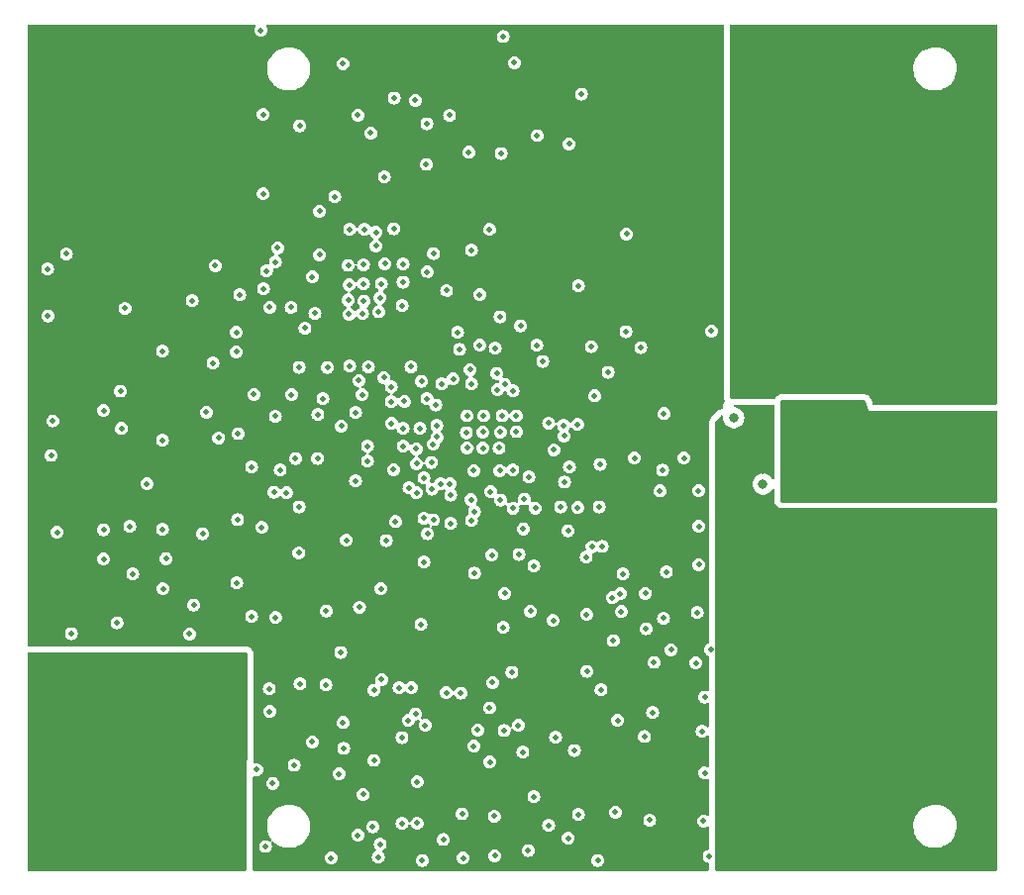
<source format=gbr>
%TF.GenerationSoftware,KiCad,Pcbnew,7.0.10-7.0.10~ubuntu22.04.1*%
%TF.CreationDate,2024-07-15T15:34:11-04:00*%
%TF.ProjectId,IcePSMNR55,49636550-534d-44e5-9235-352e6b696361,rev?*%
%TF.SameCoordinates,Original*%
%TF.FileFunction,Copper,L2,Inr*%
%TF.FilePolarity,Positive*%
%FSLAX46Y46*%
G04 Gerber Fmt 4.6, Leading zero omitted, Abs format (unit mm)*
G04 Created by KiCad (PCBNEW 7.0.10-7.0.10~ubuntu22.04.1) date 2024-07-15 15:34:11*
%MOMM*%
%LPD*%
G01*
G04 APERTURE LIST*
%TA.AperFunction,ComponentPad*%
%ADD10C,1.800000*%
%TD*%
%TA.AperFunction,ViaPad*%
%ADD11C,0.800000*%
%TD*%
%TA.AperFunction,ViaPad*%
%ADD12C,0.500000*%
%TD*%
G04 APERTURE END LIST*
D10*
%TO.N,/HighSw*%
%TO.C,M4*%
X101600000Y-45720000D03*
X104140000Y-45720000D03*
X106680000Y-45720000D03*
X109220000Y-45720000D03*
X111760000Y-45720000D03*
X114300000Y-45720000D03*
X114300000Y-48260000D03*
X111760000Y-48260000D03*
X109220000Y-48260000D03*
X106680000Y-48260000D03*
X104140000Y-48260000D03*
X101600000Y-48260000D03*
X101600000Y-50800000D03*
X104140000Y-50800000D03*
X106680000Y-50800000D03*
X109220000Y-50800000D03*
X111760000Y-50800000D03*
X114300000Y-50800000D03*
X114300000Y-53340000D03*
X111760000Y-53340000D03*
X109220000Y-53340000D03*
X106680000Y-53340000D03*
X104140000Y-53340000D03*
X101600000Y-53340000D03*
X101600000Y-55880000D03*
X104140000Y-55880000D03*
X106680000Y-55880000D03*
X109220000Y-55880000D03*
X111760000Y-55880000D03*
X114300000Y-55880000D03*
X114300000Y-58420000D03*
X111760000Y-58420000D03*
X109220000Y-58420000D03*
X106680000Y-58420000D03*
X104140000Y-58420000D03*
X101600000Y-58420000D03*
%TD*%
%TO.N,GND*%
%TO.C,M3*%
X101600000Y-82550000D03*
X104140000Y-82550000D03*
X106680000Y-82550000D03*
X109220000Y-82550000D03*
X111760000Y-82550000D03*
X114300000Y-82550000D03*
X114300000Y-85090000D03*
X111760000Y-85090000D03*
X109220000Y-85090000D03*
X106680000Y-85090000D03*
X104140000Y-85090000D03*
X101600000Y-85090000D03*
X101600000Y-87630000D03*
X104140000Y-87630000D03*
X106680000Y-87630000D03*
X109220000Y-87630000D03*
X111760000Y-87630000D03*
X114300000Y-87630000D03*
X114300000Y-90170000D03*
X111760000Y-90170000D03*
X109220000Y-90170000D03*
X106680000Y-90170000D03*
X104140000Y-90170000D03*
X101600000Y-90170000D03*
X101600000Y-92710000D03*
X104140000Y-92710000D03*
X106680000Y-92710000D03*
X109220000Y-92710000D03*
X111760000Y-92710000D03*
X114300000Y-92710000D03*
X114300000Y-95250000D03*
X111760000Y-95250000D03*
X109220000Y-95250000D03*
X106680000Y-95250000D03*
X104140000Y-95250000D03*
X101600000Y-95250000D03*
%TD*%
%TO.N,/VIN*%
%TO.C,M1*%
X39370000Y-38100000D03*
X41910000Y-38100000D03*
X44450000Y-38100000D03*
X46990000Y-38100000D03*
X49530000Y-38100000D03*
X52070000Y-38100000D03*
X52070000Y-40640000D03*
X49530000Y-40640000D03*
X46990000Y-40640000D03*
X44450000Y-40640000D03*
X41910000Y-40640000D03*
X39370000Y-40640000D03*
X39370000Y-43180000D03*
X41910000Y-43180000D03*
X44450000Y-43180000D03*
X46990000Y-43180000D03*
X49530000Y-43180000D03*
X52070000Y-43180000D03*
X52070000Y-45720000D03*
X49530000Y-45720000D03*
X46990000Y-45720000D03*
X44450000Y-45720000D03*
X41910000Y-45720000D03*
X39370000Y-45720000D03*
X39370000Y-48260000D03*
X41910000Y-48260000D03*
X44450000Y-48260000D03*
X46990000Y-48260000D03*
X49530000Y-48260000D03*
X52070000Y-48260000D03*
X52070000Y-50800000D03*
X49530000Y-50800000D03*
X46990000Y-50800000D03*
X44450000Y-50800000D03*
X41910000Y-50800000D03*
X39370000Y-50800000D03*
%TD*%
%TO.N,GND*%
%TO.C,M2*%
X39390000Y-90170000D03*
X41930000Y-90170000D03*
X44470000Y-90170000D03*
X47010000Y-90170000D03*
X49550000Y-90170000D03*
X52090000Y-90170000D03*
X52090000Y-92710000D03*
X49550000Y-92710000D03*
X47010000Y-92710000D03*
X44470000Y-92710000D03*
X41930000Y-92710000D03*
X39390000Y-92710000D03*
X39390000Y-95250000D03*
X41930000Y-95250000D03*
X44470000Y-95250000D03*
X47010000Y-95250000D03*
X49550000Y-95250000D03*
X52090000Y-95250000D03*
X52090000Y-97790000D03*
X49550000Y-97790000D03*
X47010000Y-97790000D03*
X44470000Y-97790000D03*
X41930000Y-97790000D03*
X39390000Y-97790000D03*
X39390000Y-100330000D03*
X41930000Y-100330000D03*
X44470000Y-100330000D03*
X47010000Y-100330000D03*
X49550000Y-100330000D03*
X52090000Y-100330000D03*
X52090000Y-102870000D03*
X49550000Y-102870000D03*
X47010000Y-102870000D03*
X44470000Y-102870000D03*
X41930000Y-102870000D03*
X39390000Y-102870000D03*
%TD*%
D11*
%TO.N,Net-(Q4-G)*%
X98323400Y-73612002D03*
X95823500Y-67945000D03*
D12*
%TO.N,GND*%
X43390000Y-65650000D03*
X55800000Y-104600000D03*
X105840000Y-79320000D03*
X97790000Y-67564000D03*
X65230000Y-53250000D03*
X78440000Y-84480000D03*
X94940000Y-91770000D03*
X84479737Y-91209916D03*
X98806000Y-67564000D03*
X100880000Y-99460000D03*
X67665600Y-66522600D03*
X74380000Y-69160000D03*
X95956000Y-90246000D03*
X108460000Y-99460000D03*
X60018332Y-58988445D03*
X96816000Y-99460000D03*
X88320000Y-85980000D03*
X72970000Y-69220000D03*
X94940000Y-85458000D03*
X112250000Y-76962000D03*
X62940000Y-59090000D03*
X44450000Y-81280000D03*
X49310000Y-86420000D03*
X113284000Y-76962000D03*
X104396000Y-99460000D03*
X87346000Y-71374000D03*
X98806000Y-69596000D03*
X98171000Y-101981000D03*
X77230000Y-67760000D03*
X103380000Y-99460000D03*
X75438000Y-61976000D03*
X101410000Y-76204000D03*
X76030000Y-67760000D03*
X80600000Y-95270000D03*
X64180000Y-56490000D03*
X56515000Y-74295000D03*
X95956000Y-91262000D03*
X61722000Y-49022000D03*
X71272400Y-57048400D03*
X64180000Y-54850000D03*
X81680000Y-103890000D03*
X83921600Y-66065400D03*
X81360000Y-73440000D03*
X68707000Y-71856600D03*
X88200000Y-95200000D03*
X97832000Y-99460000D03*
X80000000Y-102800000D03*
X75820000Y-72450000D03*
X60706000Y-66294000D03*
X62712600Y-78409800D03*
X94940000Y-83426000D03*
X93345000Y-91821000D03*
X102934000Y-77220000D03*
X82810000Y-40260000D03*
X97028000Y-88773000D03*
X97570000Y-84100000D03*
X82200000Y-96400000D03*
X94940000Y-92786000D03*
X95885000Y-74676000D03*
X53410000Y-76650000D03*
X75760000Y-70520000D03*
X88890000Y-93150000D03*
X105412000Y-99460000D03*
X95956000Y-84950000D03*
X103632000Y-104521000D03*
X67560000Y-56350000D03*
X65590000Y-57680000D03*
X98848000Y-99460000D03*
X92826749Y-74167353D03*
X102872000Y-100476000D03*
X96308000Y-100476000D03*
X76200000Y-94691200D03*
X97155000Y-68580000D03*
X55400000Y-34800000D03*
X75946000Y-45339000D03*
X91567000Y-71374000D03*
X58730000Y-42970000D03*
X88650000Y-102360000D03*
X76940000Y-72390000D03*
X37200000Y-59230000D03*
X113810000Y-76200000D03*
X94940000Y-93802000D03*
X93345000Y-98298000D03*
X58250000Y-97650000D03*
X97409000Y-97790000D03*
X89820000Y-85070000D03*
X104904000Y-100476000D03*
X57984000Y-58480000D03*
X94940000Y-86474000D03*
X65440000Y-105500000D03*
X95956000Y-80886000D03*
X99356000Y-100476000D03*
X95360000Y-103390000D03*
X104458000Y-76204000D03*
X93120000Y-94760000D03*
X92710000Y-84582000D03*
X62960000Y-56580000D03*
X95800000Y-99460000D03*
X65460000Y-58880000D03*
X86220000Y-84520000D03*
X56650000Y-85020000D03*
X76120000Y-35340000D03*
X95956000Y-95326000D03*
X109220000Y-76962000D03*
X80390000Y-85270000D03*
X62433200Y-94005400D03*
X112776000Y-76200000D03*
X94940000Y-84442000D03*
X90068900Y-81117500D03*
X93730000Y-105440000D03*
X63830000Y-84130000D03*
X99378000Y-76204000D03*
X66000000Y-54760000D03*
X93910000Y-60520000D03*
X100372000Y-100476000D03*
X43490000Y-68860000D03*
X98298000Y-86614000D03*
X109746000Y-76200000D03*
X64800000Y-43600000D03*
X79020000Y-43800000D03*
X62230000Y-88011000D03*
X56840000Y-53400000D03*
X98520000Y-79810000D03*
X97790000Y-69596000D03*
X83280000Y-89620000D03*
X93250000Y-102420000D03*
X62860000Y-54900000D03*
X101918000Y-77220000D03*
X94784000Y-99460000D03*
X102426000Y-76204000D03*
X69088000Y-85598000D03*
X86650000Y-52230000D03*
X95250000Y-76327000D03*
X95956000Y-94310000D03*
X110218000Y-76962000D03*
X59791600Y-55880000D03*
X56159400Y-93065600D03*
X111252000Y-76962000D03*
X73280000Y-63810000D03*
X102440000Y-78980000D03*
X73040000Y-70520000D03*
X45670000Y-73580000D03*
X53340000Y-82042000D03*
X78994000Y-61722000D03*
X81780000Y-72150000D03*
X69201885Y-105793320D03*
X106250000Y-102890000D03*
X72680000Y-105580000D03*
X74380000Y-70530000D03*
X97790000Y-71628000D03*
X74980800Y-97383600D03*
X99886000Y-77220000D03*
X78250000Y-104940000D03*
X107040000Y-77600000D03*
X95956000Y-86982000D03*
X83250000Y-84750000D03*
X105920000Y-100476000D03*
X73660000Y-81229200D03*
X72490000Y-91480000D03*
X62410000Y-37650000D03*
X69138800Y-64820800D03*
X64516000Y-71628000D03*
X82473800Y-68503800D03*
X77597000Y-60071000D03*
X98806000Y-71628000D03*
X76120000Y-85860000D03*
X97150000Y-78550000D03*
X98171000Y-70612000D03*
X88280000Y-82950000D03*
X95956000Y-93294000D03*
X73030000Y-67760000D03*
X94940000Y-90754000D03*
X65659000Y-82550000D03*
X98870000Y-77220000D03*
X111778000Y-76200000D03*
X98298000Y-72517000D03*
X55040000Y-98020000D03*
X66120000Y-78440000D03*
X103888000Y-100476000D03*
X38780000Y-53920000D03*
X89846000Y-67590000D03*
X97324000Y-100476000D03*
X73928348Y-94643407D03*
X64210000Y-57950000D03*
X69530000Y-46260000D03*
X84200000Y-105800000D03*
X92837000Y-80500000D03*
X83650000Y-61860000D03*
X98171000Y-68580000D03*
X95956000Y-83934000D03*
X71000000Y-104000000D03*
X97155000Y-70612000D03*
X85910000Y-93810000D03*
X86130000Y-82980000D03*
X67480000Y-58360000D03*
X94940000Y-81394000D03*
X65600000Y-104400000D03*
X55600000Y-42000000D03*
X81661000Y-77597000D03*
X92837000Y-77216000D03*
X115970000Y-78640000D03*
X65960000Y-47340000D03*
X95292000Y-100476000D03*
X39200000Y-86400000D03*
X95956000Y-92278000D03*
X73590000Y-72460000D03*
X95956000Y-85966000D03*
X77830000Y-77440000D03*
X64090000Y-59030000D03*
X63700000Y-42070000D03*
X67560000Y-54790000D03*
X81760000Y-44510000D03*
X67995800Y-93827600D03*
X51490000Y-54940000D03*
X95956000Y-96342000D03*
X75360000Y-102000000D03*
X43780000Y-58580000D03*
X58674000Y-63627000D03*
X106428000Y-99460000D03*
X69342000Y-80264000D03*
X37460000Y-71150000D03*
X77240000Y-69120000D03*
X100394000Y-76204000D03*
X100902000Y-77220000D03*
X58648600Y-79476600D03*
X95956000Y-81902000D03*
X44196000Y-77216000D03*
X107952000Y-100476000D03*
X72600000Y-101800000D03*
X75400000Y-105400000D03*
X74940000Y-51840000D03*
X51793054Y-69659660D03*
X92583000Y-88900000D03*
X107444000Y-99460000D03*
X74940000Y-92740000D03*
X94940000Y-94818000D03*
X74450000Y-67760000D03*
X84410000Y-71930000D03*
X62870000Y-57860000D03*
X43100000Y-85470000D03*
X99864000Y-99460000D03*
X95122000Y-71894000D03*
X77470000Y-79629000D03*
X83710000Y-78990000D03*
X94940000Y-82410000D03*
X61087000Y-63627000D03*
X103950000Y-77220000D03*
X105310000Y-103920000D03*
X110744000Y-76200000D03*
X102364000Y-99460000D03*
X106936000Y-100476000D03*
X96960000Y-105470000D03*
X85704158Y-101681458D03*
X103442000Y-76204000D03*
X98180000Y-93580000D03*
X69596000Y-42799000D03*
X95956000Y-82918000D03*
X93853000Y-87757000D03*
X37170000Y-55210000D03*
X37600000Y-68210000D03*
X85520000Y-86990000D03*
X104966000Y-77220000D03*
X61400000Y-105600000D03*
X64960000Y-102920000D03*
X94869000Y-69596000D03*
X111600000Y-79510000D03*
X59791600Y-95656400D03*
X109910000Y-98600000D03*
X101540000Y-102970000D03*
X54813200Y-65938400D03*
X58674000Y-75565000D03*
X37973000Y-77724000D03*
X65700000Y-56480000D03*
X87890000Y-61940000D03*
X75870000Y-69150000D03*
X56400000Y-99200000D03*
X60256161Y-71423956D03*
X69455000Y-94240000D03*
X116990000Y-98840000D03*
X94940000Y-95834000D03*
X55600000Y-48790000D03*
X98340000Y-100476000D03*
X82490000Y-75620000D03*
%TO.N,+3V3*%
X76962000Y-75666000D03*
X62267974Y-68647000D03*
X60421470Y-50271730D03*
X75845000Y-59309000D03*
X58369200Y-71424800D03*
X85460000Y-83320000D03*
X74105000Y-57404000D03*
X67564000Y-68847000D03*
X72218513Y-60636487D03*
X66747913Y-72387087D03*
X84330000Y-75565000D03*
X63497060Y-73344633D03*
X56155000Y-58480000D03*
X79502000Y-63119000D03*
X69000000Y-68850000D03*
X57048400Y-72390000D03*
X86614000Y-60579000D03*
X69630600Y-55460000D03*
X59165000Y-60258000D03*
X53310000Y-62290000D03*
%TO.N,/+22V*%
X77790000Y-96520000D03*
X65074800Y-97231200D03*
X73609200Y-96012000D03*
X78740000Y-100330000D03*
%TO.N,+5V*%
X57605000Y-74355000D03*
X60960000Y-90780000D03*
X66774620Y-51771141D03*
X60985200Y-84454800D03*
%TO.N,+1V2*%
X70443511Y-68604923D03*
X75148133Y-79670000D03*
X69993000Y-71754601D03*
X80441800Y-70688200D03*
%TO.N,+2V5*%
X78867000Y-75666000D03*
X81030000Y-75565000D03*
%TO.N,/VIN*%
X91440000Y-43942000D03*
X89408000Y-39878000D03*
X91440000Y-44958000D03*
X82720000Y-83220000D03*
X54760000Y-63710000D03*
X91440000Y-54356000D03*
X51054000Y-72136000D03*
X90424000Y-53848000D03*
X91440000Y-42926000D03*
X91440000Y-40894000D03*
X62103000Y-72771000D03*
X90424000Y-55880000D03*
X91440000Y-38862000D03*
X84170000Y-50820000D03*
X89960000Y-61010000D03*
X89408000Y-41910000D03*
X90424000Y-41402000D03*
X92456000Y-41402000D03*
X57000000Y-35400000D03*
X91440000Y-56388000D03*
X89408000Y-55372000D03*
X90976000Y-61010000D03*
X88944000Y-61010000D03*
X92456000Y-53848000D03*
X67200000Y-42600000D03*
X92456000Y-42418000D03*
X86716000Y-40542000D03*
X92456000Y-40386000D03*
X76600000Y-41200000D03*
X91484000Y-59994000D03*
X89408000Y-44958000D03*
X44530000Y-60630000D03*
X89408000Y-53340000D03*
X46190000Y-54390000D03*
X90424000Y-56896000D03*
X91440000Y-51308000D03*
X92456000Y-54864000D03*
X71130000Y-57750000D03*
X55110000Y-51170000D03*
X89408000Y-40894000D03*
X56600000Y-40600000D03*
X82646000Y-49804000D03*
X89452000Y-59994000D03*
X86716000Y-41558000D03*
X92456000Y-39370000D03*
X89408000Y-54356000D03*
X52090000Y-57130000D03*
X63670000Y-49060000D03*
X42190000Y-54210000D03*
X51562000Y-78994000D03*
X90424000Y-54864000D03*
X49784000Y-69088000D03*
X92456000Y-55880000D03*
X72400000Y-51400000D03*
X70485000Y-40259000D03*
X82138000Y-50820000D03*
X90424000Y-40386000D03*
X57200000Y-47000000D03*
X90424000Y-44450000D03*
X92456000Y-52832000D03*
X65659000Y-80264000D03*
X81122000Y-50820000D03*
X64008000Y-46609000D03*
X67310000Y-84582000D03*
X89408000Y-38862000D03*
X88180000Y-72560000D03*
X55800000Y-43800000D03*
X90424000Y-42418000D03*
X89408000Y-52324000D03*
X82000000Y-42800000D03*
X86716000Y-43590000D03*
X89408000Y-56388000D03*
X92456000Y-56896000D03*
X69494446Y-56149807D03*
X90424000Y-39370000D03*
X82550000Y-87500000D03*
X92456000Y-44450000D03*
X64897000Y-68834000D03*
X90424000Y-43434000D03*
X77978000Y-90525600D03*
X57200000Y-44600000D03*
X90424000Y-52832000D03*
X91440000Y-41910000D03*
X48640000Y-54050000D03*
X90468000Y-59994000D03*
X82753200Y-93675200D03*
X57290000Y-48680000D03*
X89408000Y-51308000D03*
X72567800Y-56286400D03*
X79883000Y-79121000D03*
X85700000Y-42066000D03*
X92456000Y-43434000D03*
X89408000Y-57404000D03*
X70993000Y-55245000D03*
X86716000Y-42574000D03*
X83662000Y-49804000D03*
X67400000Y-45000000D03*
X85700000Y-43082000D03*
X89408000Y-43942000D03*
X60200000Y-51800000D03*
X82000000Y-37400000D03*
X60198000Y-61214000D03*
X36930000Y-53680000D03*
X89408000Y-42926000D03*
X69610000Y-57930000D03*
X91440000Y-57404000D03*
X88436000Y-59994000D03*
X91440000Y-39878000D03*
X69350000Y-52570000D03*
X91440000Y-53340000D03*
X85700000Y-41050000D03*
X91440000Y-55372000D03*
X83154000Y-50820000D03*
X91440000Y-52324000D03*
X63260000Y-90932000D03*
X57023000Y-77927200D03*
X81630000Y-49804000D03*
X90424000Y-51816000D03*
X61710000Y-47660000D03*
X92456000Y-51816000D03*
X61400000Y-42400000D03*
X55800000Y-45800000D03*
%TO.N,Net-(U8-GND{slash}ADJ)*%
X56120000Y-91100000D03*
X58743587Y-90696413D03*
%TO.N,Net-(C43-Pad1)*%
X77419200Y-94234000D03*
X82550000Y-101854000D03*
%TO.N,/LED_R*%
X90474800Y-87782400D03*
X89747821Y-72417821D03*
X75620000Y-65532000D03*
%TO.N,/LED_G*%
X76962000Y-65624800D03*
X84582000Y-78943200D03*
X81330800Y-69494400D03*
%TO.N,/LED_B*%
X89001600Y-88849200D03*
X76250800Y-65074800D03*
%TO.N,/CDONE*%
X70154800Y-76657200D03*
X83210400Y-79857600D03*
X70131751Y-70208481D03*
%TO.N,Net-(IC1-CA)*%
X73176400Y-45237400D03*
X77070000Y-37567200D03*
%TO.N,/USB_M*%
X55880000Y-55372000D03*
X54610000Y-84937600D03*
X68760000Y-102610000D03*
X68595000Y-40800000D03*
%TO.N,/USB_P*%
X67462026Y-95300800D03*
X68760000Y-99060000D03*
X67208400Y-91033600D03*
X55626000Y-56896000D03*
X53441600Y-69291200D03*
X55473600Y-77317600D03*
X66800000Y-40600000D03*
%TO.N,/IOT_36B*%
X50749200Y-67462400D03*
X66580000Y-68427600D03*
X78319999Y-73004078D03*
%TO.N,/VGS:LOAD-IOB_13B*%
X74117200Y-61722000D03*
X70459600Y-69590000D03*
X70358000Y-66852800D03*
X71526400Y-42062400D03*
X70166127Y-53896000D03*
%TO.N,/VGS:Fly-IOB_18A*%
X71628000Y-76962000D03*
X78740000Y-80619600D03*
X86360000Y-81280000D03*
X68716983Y-74355000D03*
X69342000Y-73085000D03*
%TO.N,/IOT_43A*%
X66548000Y-66548000D03*
X80006265Y-68385000D03*
X41950000Y-67310000D03*
%TO.N,/IOT_42B*%
X81280000Y-68580000D03*
X46990000Y-69850000D03*
X64516000Y-70358000D03*
X67568653Y-70362653D03*
%TO.N,/FPGA_SO*%
X71628000Y-74549000D03*
X68067347Y-73918653D03*
X66894389Y-76818811D03*
X62077600Y-98399600D03*
X62484000Y-96215200D03*
X65074800Y-91236800D03*
X46990000Y-77470000D03*
X70027987Y-74040813D03*
%TO.N,/FT_SSn*%
X65909774Y-64508148D03*
X73369000Y-74930000D03*
X41960800Y-77520800D03*
X85090000Y-64058800D03*
%TO.N,/FPGA_SI*%
X73660000Y-75946000D03*
X63690000Y-103639000D03*
X47300000Y-79980000D03*
X64135000Y-100140000D03*
%TO.N,/FLASH_MOSI*%
X62992000Y-63500000D03*
X41950000Y-80010000D03*
X65735200Y-90322400D03*
X73406000Y-53594000D03*
%TO.N,/FT_SCK*%
X68229418Y-63567000D03*
X47040800Y-82550000D03*
X64052676Y-65973000D03*
X69650079Y-77853000D03*
%TO.N,/FLASH_MISO*%
X49657000Y-83947000D03*
X50419000Y-77851000D03*
X63500000Y-67497000D03*
X82550000Y-56642000D03*
X64592200Y-63576200D03*
X54610000Y-72136000D03*
X56642000Y-67810000D03*
%TO.N,/HighSw*%
X106470000Y-36430000D03*
X115824000Y-61976000D03*
X115189000Y-65278000D03*
X113538000Y-63246000D03*
X101346000Y-63246000D03*
X102870000Y-41148000D03*
X106680000Y-61976000D03*
X108204000Y-61976000D03*
X97282000Y-44958000D03*
X110490000Y-63246000D03*
X101346000Y-40132000D03*
X108966000Y-63246000D03*
X95730000Y-60810000D03*
X98806000Y-55880000D03*
X98806000Y-60452000D03*
X101346000Y-37084000D03*
X100584000Y-61976000D03*
X101346000Y-38608000D03*
X98806000Y-49784000D03*
X112776000Y-61976000D03*
X96266000Y-44958000D03*
X102870000Y-42672000D03*
X103632000Y-61976000D03*
X116850000Y-57200000D03*
X97536000Y-61976000D03*
X97282000Y-53340000D03*
X98806000Y-40640000D03*
X96266000Y-55372000D03*
X98806000Y-45212000D03*
X97282000Y-57404000D03*
X116890000Y-35410000D03*
X100076000Y-42672000D03*
X98806000Y-54356000D03*
X99060000Y-61976000D03*
X114300000Y-61976000D03*
X115189000Y-66294000D03*
X98806000Y-38862000D03*
X102108000Y-61976000D03*
X98806000Y-58928000D03*
X107720000Y-39390000D03*
X98806000Y-48260000D03*
X100076000Y-39624000D03*
X98806000Y-46736000D03*
X96266000Y-57404000D03*
X100076000Y-38100000D03*
X101346000Y-41656000D03*
X104394000Y-63246000D03*
X96774000Y-63246000D03*
X113157000Y-66294000D03*
X116820000Y-41280000D03*
X109500000Y-41810000D03*
X111252000Y-61976000D03*
X117200000Y-49320000D03*
X103060000Y-36240000D03*
X96266000Y-53340000D03*
X111125000Y-65278000D03*
X98806000Y-57404000D03*
X99822000Y-63246000D03*
X97282000Y-42926000D03*
X102870000Y-63246000D03*
X105918000Y-63246000D03*
X111125000Y-66294000D03*
X102870000Y-38100000D03*
X96266000Y-40894000D03*
X98806000Y-52832000D03*
X109728000Y-61976000D03*
X97282000Y-55372000D03*
X102870000Y-39624000D03*
X115062000Y-63246000D03*
X98806000Y-43688000D03*
X113157000Y-65278000D03*
X97282000Y-40894000D03*
X107442000Y-63246000D03*
X100076000Y-41148000D03*
X98806000Y-51308000D03*
X116586000Y-63246000D03*
X112014000Y-63246000D03*
X98806000Y-42164000D03*
X96266000Y-42926000D03*
X104610000Y-38710000D03*
X105156000Y-61976000D03*
X105180000Y-41430000D03*
X98298000Y-63246000D03*
%TO.N,/CRESET_N*%
X69600000Y-66294001D03*
X68681600Y-70604601D03*
%TO.N,/EE_CS*%
X53310000Y-60640000D03*
X62992000Y-51816000D03*
X58013600Y-65973000D03*
%TO.N,/EE_CLK*%
X64262000Y-51816000D03*
X60267500Y-67660000D03*
%TO.N,/EE_DAT*%
X65235000Y-52070000D03*
X56642000Y-54610000D03*
X53594000Y-57404000D03*
%TO.N,Net-(U9-EN{slash}UVLO)*%
X76860400Y-89712800D03*
X75201866Y-90575000D03*
X71260000Y-91450000D03*
%TO.N,/IOB_22A*%
X89509648Y-74193352D03*
X70782797Y-73573857D03*
X77927200Y-74879200D03*
X73406000Y-76708000D03*
%TO.N,/IOB_23B*%
X68630800Y-93268800D03*
X75895200Y-74980800D03*
X76250800Y-82956400D03*
X68275200Y-91033600D03*
%TO.N,/IOB_24A*%
X69342000Y-76521000D03*
X71577200Y-73592627D03*
X67462400Y-102616000D03*
%TO.N,/CRYSTAL-IOB_25B_G3*%
X75031600Y-74254078D03*
X75559627Y-64139627D03*
%TO.N,/IOB_0A*%
X73406000Y-65024000D03*
X49530000Y-57912000D03*
%TO.N,/IOB_2A*%
X51308000Y-63246000D03*
X71839405Y-64620975D03*
%TO.N,/IOB_4A*%
X63777929Y-64746071D03*
X66548000Y-65278000D03*
X46990000Y-62230000D03*
X70866000Y-65024000D03*
%TO.N,/CLK_12M_FT*%
X72390000Y-62090000D03*
X60411834Y-54011034D03*
%TO.N,/AntiSeriesFB*%
X107823000Y-72517000D03*
X108839000Y-70866000D03*
X105029000Y-73787000D03*
X106807000Y-70993000D03*
X110363000Y-70866000D03*
X110236000Y-73787000D03*
X105283000Y-68199000D03*
X106299000Y-72517000D03*
X114808000Y-69469000D03*
X113538000Y-73787000D03*
X112141000Y-68072000D03*
X115443000Y-74422000D03*
X106807000Y-73787000D03*
X100965000Y-69596000D03*
X103505000Y-73787000D03*
X114681000Y-72390000D03*
X106807000Y-68199000D03*
X103505000Y-68199000D03*
X105283000Y-70993000D03*
X108712000Y-73787000D03*
X109855000Y-72390000D03*
X117221000Y-68961000D03*
X103505000Y-70993000D03*
X110363000Y-68072000D03*
X101981000Y-68199000D03*
X108839000Y-74803000D03*
X111506000Y-69469000D03*
X111379000Y-72390000D03*
X112141000Y-70866000D03*
X102997000Y-72517000D03*
X113665000Y-70866000D03*
X108839000Y-68072000D03*
X104648000Y-69596000D03*
X109982000Y-69469000D03*
X113284000Y-69469000D03*
X107950000Y-69596000D03*
X100965000Y-72517000D03*
X116840000Y-74041000D03*
X116713000Y-71374000D03*
X113157000Y-72390000D03*
X103124000Y-69596000D03*
X104521000Y-72517000D03*
X100965000Y-67183000D03*
X112014000Y-73787000D03*
X101727000Y-73787000D03*
X101981000Y-70993000D03*
X113665000Y-68072000D03*
X106426000Y-69596000D03*
%TD*%
%TA.AperFunction,Conductor*%
%TO.N,/AntiSeriesFB*%
G36*
X107034506Y-66440685D02*
G01*
X107080261Y-66493489D01*
X107086696Y-66510935D01*
X107314999Y-67309999D01*
X107315000Y-67310000D01*
X118239500Y-67310000D01*
X118306539Y-67329685D01*
X118352294Y-67382489D01*
X118363500Y-67434000D01*
X118363500Y-75060000D01*
X118343815Y-75127039D01*
X118291011Y-75172794D01*
X118239500Y-75184000D01*
X99946000Y-75184000D01*
X99878961Y-75164315D01*
X99833206Y-75111511D01*
X99822000Y-75060000D01*
X99822000Y-66545000D01*
X99841685Y-66477961D01*
X99894489Y-66432206D01*
X99946000Y-66421000D01*
X106967467Y-66421000D01*
X107034506Y-66440685D01*
G37*
%TD.AperFunction*%
%TD*%
%TA.AperFunction,Conductor*%
%TO.N,GND*%
G36*
X54192734Y-88019685D02*
G01*
X54238489Y-88072489D01*
X54249695Y-88124304D01*
X54204520Y-106555804D01*
X54184671Y-106622795D01*
X54131755Y-106668420D01*
X54080520Y-106679500D01*
X35557500Y-106679500D01*
X35490461Y-106659815D01*
X35444706Y-106607011D01*
X35433500Y-106555500D01*
X35433500Y-88124000D01*
X35453185Y-88056961D01*
X35505989Y-88011206D01*
X35557500Y-88000000D01*
X54125695Y-88000000D01*
X54192734Y-88019685D01*
G37*
%TD.AperFunction*%
%TD*%
%TA.AperFunction,Conductor*%
%TO.N,/HighSw*%
G36*
X118306539Y-34310185D02*
G01*
X118352294Y-34362989D01*
X118363500Y-34414500D01*
X118363500Y-66680500D01*
X118343815Y-66747539D01*
X118291011Y-66793294D01*
X118239500Y-66804500D01*
X107789832Y-66804500D01*
X107722793Y-66784815D01*
X107677038Y-66732011D01*
X107670603Y-66714565D01*
X107572748Y-66372069D01*
X107560958Y-66335990D01*
X107557098Y-66325525D01*
X107554527Y-66318555D01*
X107540080Y-66283496D01*
X107540075Y-66283488D01*
X107462300Y-66162468D01*
X107462287Y-66162451D01*
X107416543Y-66109659D01*
X107416539Y-66109656D01*
X107416537Y-66109653D01*
X107307803Y-66015433D01*
X107307800Y-66015431D01*
X107307798Y-66015430D01*
X107176932Y-65955664D01*
X107176927Y-65955662D01*
X107176926Y-65955662D01*
X107109887Y-65935977D01*
X107109889Y-65935977D01*
X107109884Y-65935976D01*
X107047814Y-65927052D01*
X106967467Y-65915500D01*
X99946000Y-65915500D01*
X99945991Y-65915500D01*
X99945990Y-65915501D01*
X99838549Y-65927052D01*
X99838537Y-65927054D01*
X99787027Y-65938260D01*
X99684502Y-65972383D01*
X99684496Y-65972386D01*
X99563462Y-66050171D01*
X99563451Y-66050179D01*
X99510659Y-66095923D01*
X99416434Y-66204662D01*
X99416431Y-66204667D01*
X99401837Y-66236621D01*
X99356080Y-66289423D01*
X99289040Y-66309105D01*
X99271400Y-66307843D01*
X99192503Y-66296500D01*
X99192500Y-66296500D01*
X95957052Y-66296500D01*
X95937832Y-66296866D01*
X95937815Y-66296866D01*
X95937796Y-66296867D01*
X95928395Y-66297225D01*
X95909153Y-66298324D01*
X95909149Y-66298324D01*
X95850231Y-66311436D01*
X95805650Y-66313134D01*
X95689948Y-66296500D01*
X95628000Y-66296500D01*
X95560961Y-66276815D01*
X95515206Y-66224011D01*
X95504000Y-66172500D01*
X95504000Y-38167763D01*
X111175787Y-38167763D01*
X111205413Y-38437013D01*
X111205415Y-38437024D01*
X111273926Y-38699082D01*
X111273928Y-38699088D01*
X111379870Y-38948390D01*
X111451998Y-39066575D01*
X111520979Y-39179605D01*
X111520986Y-39179615D01*
X111694253Y-39387819D01*
X111694259Y-39387824D01*
X111895998Y-39568582D01*
X112121910Y-39718044D01*
X112367176Y-39833020D01*
X112367183Y-39833022D01*
X112367185Y-39833023D01*
X112626557Y-39911057D01*
X112626564Y-39911058D01*
X112626569Y-39911060D01*
X112894561Y-39950500D01*
X112894566Y-39950500D01*
X113097629Y-39950500D01*
X113097631Y-39950500D01*
X113097636Y-39950499D01*
X113097648Y-39950499D01*
X113135191Y-39947750D01*
X113300156Y-39935677D01*
X113412758Y-39910593D01*
X113564546Y-39876782D01*
X113564548Y-39876781D01*
X113564553Y-39876780D01*
X113817558Y-39780014D01*
X114053777Y-39647441D01*
X114268177Y-39481888D01*
X114456186Y-39286881D01*
X114613799Y-39066579D01*
X114687787Y-38922669D01*
X114737649Y-38825690D01*
X114737651Y-38825684D01*
X114737656Y-38825675D01*
X114825118Y-38569305D01*
X114874319Y-38302933D01*
X114884212Y-38032235D01*
X114854586Y-37762982D01*
X114786072Y-37500912D01*
X114680130Y-37251610D01*
X114539018Y-37020390D01*
X114449747Y-36913119D01*
X114365746Y-36812180D01*
X114365740Y-36812175D01*
X114164002Y-36631418D01*
X113938092Y-36481957D01*
X113938090Y-36481956D01*
X113692824Y-36366980D01*
X113692819Y-36366978D01*
X113692814Y-36366976D01*
X113433442Y-36288942D01*
X113433428Y-36288939D01*
X113317791Y-36271921D01*
X113165439Y-36249500D01*
X112962369Y-36249500D01*
X112962351Y-36249500D01*
X112759844Y-36264323D01*
X112759831Y-36264325D01*
X112495453Y-36323217D01*
X112495446Y-36323220D01*
X112242439Y-36419987D01*
X112006226Y-36552557D01*
X111791822Y-36718112D01*
X111603822Y-36913109D01*
X111603816Y-36913116D01*
X111446202Y-37133419D01*
X111446199Y-37133424D01*
X111322350Y-37374309D01*
X111322343Y-37374327D01*
X111234884Y-37630685D01*
X111234881Y-37630699D01*
X111185681Y-37897068D01*
X111185680Y-37897075D01*
X111175787Y-38167763D01*
X95504000Y-38167763D01*
X95504000Y-34414500D01*
X95523685Y-34347461D01*
X95576489Y-34301706D01*
X95628000Y-34290500D01*
X118239500Y-34290500D01*
X118306539Y-34310185D01*
G37*
%TD.AperFunction*%
%TD*%
%TA.AperFunction,Conductor*%
%TO.N,GND*%
G36*
X99259539Y-66821685D02*
G01*
X99305294Y-66874489D01*
X99316500Y-66926000D01*
X99316500Y-73068327D01*
X99296815Y-73135366D01*
X99244011Y-73181121D01*
X99174853Y-73191065D01*
X99111297Y-73162040D01*
X99085113Y-73130327D01*
X99077692Y-73117475D01*
X99055933Y-73079786D01*
X98929271Y-72939114D01*
X98929270Y-72939113D01*
X98776134Y-72827853D01*
X98776129Y-72827850D01*
X98603207Y-72750859D01*
X98603202Y-72750857D01*
X98457401Y-72719867D01*
X98418046Y-72711502D01*
X98228754Y-72711502D01*
X98196297Y-72718400D01*
X98043597Y-72750857D01*
X98043592Y-72750859D01*
X97870670Y-72827850D01*
X97870665Y-72827853D01*
X97717529Y-72939113D01*
X97590866Y-73079787D01*
X97496221Y-73243717D01*
X97496218Y-73243724D01*
X97437727Y-73423742D01*
X97437726Y-73423746D01*
X97417940Y-73612002D01*
X97437726Y-73800258D01*
X97437727Y-73800261D01*
X97496218Y-73980279D01*
X97496221Y-73980286D01*
X97590867Y-74144218D01*
X97717529Y-74284890D01*
X97870665Y-74396150D01*
X97870670Y-74396153D01*
X98043592Y-74473144D01*
X98043597Y-74473146D01*
X98228754Y-74512502D01*
X98228755Y-74512502D01*
X98418044Y-74512502D01*
X98418046Y-74512502D01*
X98603203Y-74473146D01*
X98776130Y-74396153D01*
X98929271Y-74284890D01*
X99055933Y-74144218D01*
X99085113Y-74093675D01*
X99135679Y-74045461D01*
X99204286Y-74032237D01*
X99269151Y-74058205D01*
X99309680Y-74115118D01*
X99316500Y-74155676D01*
X99316500Y-75060000D01*
X99316501Y-75060009D01*
X99328052Y-75167450D01*
X99328054Y-75167462D01*
X99339260Y-75218972D01*
X99373383Y-75321497D01*
X99373386Y-75321503D01*
X99451171Y-75442537D01*
X99451179Y-75442548D01*
X99496923Y-75495340D01*
X99496926Y-75495343D01*
X99496930Y-75495347D01*
X99605664Y-75589567D01*
X99736541Y-75649338D01*
X99803580Y-75669023D01*
X99803584Y-75669024D01*
X99946000Y-75689500D01*
X99946003Y-75689500D01*
X118239500Y-75689500D01*
X118306539Y-75709185D01*
X118352294Y-75761989D01*
X118363500Y-75813500D01*
X118363500Y-106555500D01*
X118343815Y-106622539D01*
X118291011Y-106668294D01*
X118239500Y-106679500D01*
X94358000Y-106679500D01*
X94290961Y-106659815D01*
X94245206Y-106607011D01*
X94234000Y-106555500D01*
X94234000Y-102937763D01*
X111175787Y-102937763D01*
X111205413Y-103207013D01*
X111205415Y-103207024D01*
X111273926Y-103469082D01*
X111273928Y-103469088D01*
X111379870Y-103718390D01*
X111451998Y-103836575D01*
X111520979Y-103949605D01*
X111520986Y-103949615D01*
X111694253Y-104157819D01*
X111694259Y-104157824D01*
X111895998Y-104338582D01*
X112121910Y-104488044D01*
X112367176Y-104603020D01*
X112367183Y-104603022D01*
X112367185Y-104603023D01*
X112626557Y-104681057D01*
X112626564Y-104681058D01*
X112626569Y-104681060D01*
X112894561Y-104720500D01*
X112894566Y-104720500D01*
X113097629Y-104720500D01*
X113097631Y-104720500D01*
X113097636Y-104720499D01*
X113097648Y-104720499D01*
X113135191Y-104717750D01*
X113300156Y-104705677D01*
X113412758Y-104680593D01*
X113564546Y-104646782D01*
X113564548Y-104646781D01*
X113564553Y-104646780D01*
X113817558Y-104550014D01*
X114053777Y-104417441D01*
X114268177Y-104251888D01*
X114456186Y-104056881D01*
X114613799Y-103836579D01*
X114687787Y-103692669D01*
X114737649Y-103595690D01*
X114737651Y-103595684D01*
X114737656Y-103595675D01*
X114825118Y-103339305D01*
X114874319Y-103072933D01*
X114884212Y-102802235D01*
X114854586Y-102532982D01*
X114786072Y-102270912D01*
X114680130Y-102021610D01*
X114539018Y-101790390D01*
X114449747Y-101683119D01*
X114365746Y-101582180D01*
X114365740Y-101582175D01*
X114164002Y-101401418D01*
X113938092Y-101251957D01*
X113938090Y-101251956D01*
X113692824Y-101136980D01*
X113692819Y-101136978D01*
X113692814Y-101136976D01*
X113433442Y-101058942D01*
X113433428Y-101058939D01*
X113317791Y-101041921D01*
X113165439Y-101019500D01*
X112962369Y-101019500D01*
X112962351Y-101019500D01*
X112759844Y-101034323D01*
X112759831Y-101034325D01*
X112495453Y-101093217D01*
X112495446Y-101093220D01*
X112242439Y-101189987D01*
X112006226Y-101322557D01*
X111791822Y-101488112D01*
X111603822Y-101683109D01*
X111603816Y-101683116D01*
X111446202Y-101903419D01*
X111446199Y-101903424D01*
X111322350Y-102144309D01*
X111322343Y-102144327D01*
X111234884Y-102400685D01*
X111234881Y-102400699D01*
X111185681Y-102667068D01*
X111185680Y-102667075D01*
X111175787Y-102937763D01*
X94234000Y-102937763D01*
X94234000Y-68370893D01*
X94253685Y-68303854D01*
X94262736Y-68291516D01*
X94709710Y-67755147D01*
X94767747Y-67716250D01*
X94837604Y-67714904D01*
X94897099Y-67751539D01*
X94927342Y-67814524D01*
X94928288Y-67847493D01*
X94918040Y-67945000D01*
X94937826Y-68133256D01*
X94937827Y-68133259D01*
X94996318Y-68313277D01*
X94996321Y-68313284D01*
X95090967Y-68477216D01*
X95217629Y-68617888D01*
X95370765Y-68729148D01*
X95370770Y-68729151D01*
X95543692Y-68806142D01*
X95543697Y-68806144D01*
X95728854Y-68845500D01*
X95728855Y-68845500D01*
X95918144Y-68845500D01*
X95918146Y-68845500D01*
X96103303Y-68806144D01*
X96276230Y-68729151D01*
X96429371Y-68617888D01*
X96556033Y-68477216D01*
X96650679Y-68313284D01*
X96709174Y-68133256D01*
X96728960Y-67945000D01*
X96709174Y-67756744D01*
X96650679Y-67576716D01*
X96556033Y-67412784D01*
X96429371Y-67272112D01*
X96429370Y-67272111D01*
X96276234Y-67160851D01*
X96276229Y-67160848D01*
X96103307Y-67083857D01*
X96103302Y-67083855D01*
X95950876Y-67051457D01*
X95931270Y-67047289D01*
X95869789Y-67014098D01*
X95836013Y-66952935D01*
X95840665Y-66883220D01*
X95882270Y-66827088D01*
X95947617Y-66802359D01*
X95957052Y-66802000D01*
X99192500Y-66802000D01*
X99259539Y-66821685D01*
G37*
%TD.AperFunction*%
%TD*%
%TA.AperFunction,Conductor*%
%TO.N,/VIN*%
G36*
X54250000Y-53000000D02*
G01*
X35433500Y-53000000D01*
X35433500Y-34414500D01*
X35453185Y-34347461D01*
X35505989Y-34301706D01*
X35557500Y-34290500D01*
X54250000Y-34290500D01*
X54250000Y-53000000D01*
G37*
%TD.AperFunction*%
%TD*%
%TA.AperFunction,Conductor*%
%TO.N,/VIN*%
G36*
X54912655Y-34310185D02*
G01*
X54958410Y-34362989D01*
X54968354Y-34432147D01*
X54943992Y-34489985D01*
X54929214Y-34509244D01*
X54919137Y-34522377D01*
X54863671Y-34656287D01*
X54863670Y-34656291D01*
X54844750Y-34799999D01*
X54844750Y-34800000D01*
X54863670Y-34943708D01*
X54863671Y-34943712D01*
X54919137Y-35077622D01*
X54919138Y-35077624D01*
X54919139Y-35077625D01*
X55007379Y-35192621D01*
X55122375Y-35280861D01*
X55256291Y-35336330D01*
X55383280Y-35353048D01*
X55399999Y-35355250D01*
X55400000Y-35355250D01*
X55400001Y-35355250D01*
X55414977Y-35353278D01*
X55515833Y-35340000D01*
X75564750Y-35340000D01*
X75583670Y-35483708D01*
X75583671Y-35483712D01*
X75639137Y-35617622D01*
X75639138Y-35617624D01*
X75639139Y-35617625D01*
X75727379Y-35732621D01*
X75842375Y-35820861D01*
X75976291Y-35876330D01*
X76103280Y-35893048D01*
X76119999Y-35895250D01*
X76120000Y-35895250D01*
X76120001Y-35895250D01*
X76134977Y-35893278D01*
X76263709Y-35876330D01*
X76397625Y-35820861D01*
X76512621Y-35732621D01*
X76600861Y-35617625D01*
X76656330Y-35483709D01*
X76675250Y-35340000D01*
X76656330Y-35196291D01*
X76607178Y-35077625D01*
X76600862Y-35062377D01*
X76600861Y-35062376D01*
X76600861Y-35062375D01*
X76512621Y-34947379D01*
X76397625Y-34859139D01*
X76397624Y-34859138D01*
X76397622Y-34859137D01*
X76263712Y-34803671D01*
X76263710Y-34803670D01*
X76263709Y-34803670D01*
X76191854Y-34794210D01*
X76120001Y-34784750D01*
X76119999Y-34784750D01*
X75976291Y-34803670D01*
X75976287Y-34803671D01*
X75842377Y-34859137D01*
X75727379Y-34947379D01*
X75639137Y-35062377D01*
X75583671Y-35196287D01*
X75583670Y-35196291D01*
X75564750Y-35339999D01*
X75564750Y-35340000D01*
X55515833Y-35340000D01*
X55543709Y-35336330D01*
X55677625Y-35280861D01*
X55792621Y-35192621D01*
X55880861Y-35077625D01*
X55936330Y-34943709D01*
X55955250Y-34800000D01*
X55936330Y-34656291D01*
X55880861Y-34522375D01*
X55856007Y-34489985D01*
X55830814Y-34424817D01*
X55844852Y-34356373D01*
X55893666Y-34306383D01*
X55954384Y-34290500D01*
X94874500Y-34290500D01*
X94941539Y-34310185D01*
X94987294Y-34362989D01*
X94998500Y-34414500D01*
X94998500Y-38149254D01*
X94998500Y-66172500D01*
X94998501Y-66172509D01*
X95010052Y-66279950D01*
X95010054Y-66279962D01*
X95021260Y-66331472D01*
X95055385Y-66434002D01*
X95056849Y-66437061D01*
X95057271Y-66439670D01*
X95057836Y-66441365D01*
X95057561Y-66441456D01*
X95068028Y-66506031D01*
X95043919Y-66565346D01*
X95021986Y-66594365D01*
X95008711Y-66613782D01*
X95008691Y-66613813D01*
X94983498Y-66654710D01*
X94932574Y-66789280D01*
X94918783Y-66851255D01*
X94918305Y-66852980D01*
X94917396Y-66857485D01*
X94906450Y-67000947D01*
X94919060Y-67060275D01*
X94913742Y-67129942D01*
X94871604Y-67185675D01*
X94806024Y-67209779D01*
X94800159Y-67210031D01*
X94758015Y-67210843D01*
X94758002Y-67210844D01*
X94616020Y-67234057D01*
X94486317Y-67296336D01*
X94462387Y-67312375D01*
X94428280Y-67335234D01*
X94428277Y-67335236D01*
X94428273Y-67335239D01*
X94428271Y-67335241D01*
X94321379Y-67431528D01*
X94321372Y-67431535D01*
X94214479Y-67559808D01*
X93874408Y-67967892D01*
X93855143Y-67992520D01*
X93846102Y-68004844D01*
X93828432Y-68030557D01*
X93768663Y-68161430D01*
X93748976Y-68228475D01*
X93739220Y-68296330D01*
X93728753Y-68369137D01*
X93728500Y-68370894D01*
X93728500Y-87129859D01*
X93708815Y-87196898D01*
X93656011Y-87242653D01*
X93651952Y-87244420D01*
X93575377Y-87276137D01*
X93460379Y-87364379D01*
X93372137Y-87479377D01*
X93316671Y-87613287D01*
X93316670Y-87613291D01*
X93297750Y-87756999D01*
X93297750Y-87757000D01*
X93316670Y-87900708D01*
X93316671Y-87900712D01*
X93372137Y-88034622D01*
X93372138Y-88034624D01*
X93372139Y-88034625D01*
X93460379Y-88149621D01*
X93575375Y-88237861D01*
X93575376Y-88237861D01*
X93575377Y-88237862D01*
X93651952Y-88269580D01*
X93706356Y-88313420D01*
X93728421Y-88379714D01*
X93728500Y-88384141D01*
X93728500Y-91198415D01*
X93708815Y-91265454D01*
X93656011Y-91311209D01*
X93586853Y-91321153D01*
X93557051Y-91312977D01*
X93488709Y-91284670D01*
X93488708Y-91284669D01*
X93488706Y-91284669D01*
X93345001Y-91265750D01*
X93344999Y-91265750D01*
X93201291Y-91284670D01*
X93201287Y-91284671D01*
X93067377Y-91340137D01*
X92952379Y-91428379D01*
X92864137Y-91543377D01*
X92808671Y-91677287D01*
X92808670Y-91677291D01*
X92796053Y-91773128D01*
X92789750Y-91821000D01*
X92808163Y-91960861D01*
X92808670Y-91964708D01*
X92808671Y-91964712D01*
X92864137Y-92098622D01*
X92864138Y-92098624D01*
X92864139Y-92098625D01*
X92952379Y-92213621D01*
X93067375Y-92301861D01*
X93201291Y-92357330D01*
X93328280Y-92374048D01*
X93344999Y-92376250D01*
X93345000Y-92376250D01*
X93345001Y-92376250D01*
X93359977Y-92374278D01*
X93488709Y-92357330D01*
X93557049Y-92329022D01*
X93626516Y-92321554D01*
X93688996Y-92352829D01*
X93724648Y-92412918D01*
X93728500Y-92443584D01*
X93728500Y-94283896D01*
X93708815Y-94350935D01*
X93656011Y-94396690D01*
X93586853Y-94406634D01*
X93523297Y-94377609D01*
X93516819Y-94371577D01*
X93512625Y-94367383D01*
X93512622Y-94367381D01*
X93512621Y-94367379D01*
X93397625Y-94279139D01*
X93397624Y-94279138D01*
X93397622Y-94279137D01*
X93263712Y-94223671D01*
X93263710Y-94223670D01*
X93263709Y-94223670D01*
X93162437Y-94210337D01*
X93120001Y-94204750D01*
X93119999Y-94204750D01*
X92976291Y-94223670D01*
X92976287Y-94223671D01*
X92842377Y-94279137D01*
X92727379Y-94367379D01*
X92639137Y-94482377D01*
X92583671Y-94616287D01*
X92583670Y-94616291D01*
X92570130Y-94719139D01*
X92564750Y-94760000D01*
X92565338Y-94764470D01*
X92583670Y-94903708D01*
X92583671Y-94903712D01*
X92639137Y-95037622D01*
X92639138Y-95037624D01*
X92639139Y-95037625D01*
X92727379Y-95152621D01*
X92842375Y-95240861D01*
X92976291Y-95296330D01*
X93103280Y-95313048D01*
X93119999Y-95315250D01*
X93120000Y-95315250D01*
X93120001Y-95315250D01*
X93134977Y-95313278D01*
X93263709Y-95296330D01*
X93397625Y-95240861D01*
X93512621Y-95152621D01*
X93512625Y-95152616D01*
X93516819Y-95148423D01*
X93578142Y-95114938D01*
X93647834Y-95119922D01*
X93703767Y-95161794D01*
X93728184Y-95227258D01*
X93728500Y-95236104D01*
X93728500Y-97675415D01*
X93708815Y-97742454D01*
X93656011Y-97788209D01*
X93586853Y-97798153D01*
X93557051Y-97789977D01*
X93488709Y-97761670D01*
X93488708Y-97761669D01*
X93488706Y-97761669D01*
X93345001Y-97742750D01*
X93344999Y-97742750D01*
X93201291Y-97761670D01*
X93201287Y-97761671D01*
X93067377Y-97817137D01*
X92952379Y-97905379D01*
X92864137Y-98020377D01*
X92808671Y-98154287D01*
X92808670Y-98154291D01*
X92789750Y-98298000D01*
X92804840Y-98412621D01*
X92808670Y-98441708D01*
X92808671Y-98441712D01*
X92864137Y-98575622D01*
X92864138Y-98575624D01*
X92864139Y-98575625D01*
X92952379Y-98690621D01*
X93067375Y-98778861D01*
X93067376Y-98778861D01*
X93067377Y-98778862D01*
X93099627Y-98792220D01*
X93201291Y-98834330D01*
X93328280Y-98851048D01*
X93344999Y-98853250D01*
X93345000Y-98853250D01*
X93345001Y-98853250D01*
X93359977Y-98851278D01*
X93488709Y-98834330D01*
X93557049Y-98806022D01*
X93626516Y-98798554D01*
X93688996Y-98829829D01*
X93724648Y-98889918D01*
X93728500Y-98920584D01*
X93728500Y-101841828D01*
X93708815Y-101908867D01*
X93656011Y-101954622D01*
X93586853Y-101964566D01*
X93534950Y-101942706D01*
X93534664Y-101943203D01*
X93530713Y-101940922D01*
X93529020Y-101940209D01*
X93527626Y-101939139D01*
X93527623Y-101939138D01*
X93393712Y-101883671D01*
X93393710Y-101883670D01*
X93393709Y-101883670D01*
X93321854Y-101874210D01*
X93250001Y-101864750D01*
X93249999Y-101864750D01*
X93106291Y-101883670D01*
X93106287Y-101883671D01*
X92972377Y-101939137D01*
X92857379Y-102027379D01*
X92769137Y-102142377D01*
X92713671Y-102276287D01*
X92713670Y-102276291D01*
X92696412Y-102407379D01*
X92694750Y-102420000D01*
X92710065Y-102536330D01*
X92713670Y-102563708D01*
X92713671Y-102563712D01*
X92769137Y-102697622D01*
X92769138Y-102697624D01*
X92769139Y-102697625D01*
X92857379Y-102812621D01*
X92972375Y-102900861D01*
X93106291Y-102956330D01*
X93233280Y-102973048D01*
X93249999Y-102975250D01*
X93250000Y-102975250D01*
X93250001Y-102975250D01*
X93264977Y-102973278D01*
X93393709Y-102956330D01*
X93527625Y-102900861D01*
X93529012Y-102899797D01*
X93530392Y-102899263D01*
X93534664Y-102896797D01*
X93535048Y-102897463D01*
X93594181Y-102874601D01*
X93662626Y-102888638D01*
X93712616Y-102937451D01*
X93728500Y-102998171D01*
X93728500Y-104776202D01*
X93708815Y-104843241D01*
X93656011Y-104888996D01*
X93620688Y-104899141D01*
X93586291Y-104903670D01*
X93586287Y-104903671D01*
X93452377Y-104959137D01*
X93337379Y-105047379D01*
X93249137Y-105162377D01*
X93193671Y-105296287D01*
X93193670Y-105296291D01*
X93174750Y-105439999D01*
X93174750Y-105440000D01*
X93193670Y-105583708D01*
X93193671Y-105583712D01*
X93249137Y-105717622D01*
X93249138Y-105717624D01*
X93249139Y-105717625D01*
X93337379Y-105832621D01*
X93452375Y-105920861D01*
X93586286Y-105976328D01*
X93586291Y-105976330D01*
X93620688Y-105980858D01*
X93684580Y-106009122D01*
X93723052Y-106067445D01*
X93728500Y-106103796D01*
X93728500Y-106555500D01*
X93708815Y-106622539D01*
X93656011Y-106668294D01*
X93604500Y-106679500D01*
X54834022Y-106679500D01*
X54766983Y-106659815D01*
X54721228Y-106607011D01*
X54710022Y-106555198D01*
X54712363Y-105600000D01*
X60844750Y-105600000D01*
X60852160Y-105656287D01*
X60863670Y-105743708D01*
X60863671Y-105743712D01*
X60919137Y-105877622D01*
X60919138Y-105877624D01*
X60919139Y-105877625D01*
X61007379Y-105992621D01*
X61122375Y-106080861D01*
X61256291Y-106136330D01*
X61383280Y-106153048D01*
X61399999Y-106155250D01*
X61400000Y-106155250D01*
X61400001Y-106155250D01*
X61414977Y-106153278D01*
X61543709Y-106136330D01*
X61677625Y-106080861D01*
X61792621Y-105992621D01*
X61880861Y-105877625D01*
X61936330Y-105743709D01*
X61955250Y-105600000D01*
X61942085Y-105500000D01*
X64884750Y-105500000D01*
X64897915Y-105600000D01*
X64903670Y-105643708D01*
X64903671Y-105643712D01*
X64959137Y-105777622D01*
X64959138Y-105777624D01*
X64959139Y-105777625D01*
X65047379Y-105892621D01*
X65162375Y-105980861D01*
X65162376Y-105980861D01*
X65162377Y-105980862D01*
X65196636Y-105995052D01*
X65296291Y-106036330D01*
X65423280Y-106053048D01*
X65439999Y-106055250D01*
X65440000Y-106055250D01*
X65440001Y-106055250D01*
X65454977Y-106053278D01*
X65583709Y-106036330D01*
X65717625Y-105980861D01*
X65832621Y-105892621D01*
X65908818Y-105793320D01*
X68646635Y-105793320D01*
X68663426Y-105920861D01*
X68665555Y-105937028D01*
X68665556Y-105937032D01*
X68721022Y-106070942D01*
X68721023Y-106070944D01*
X68721024Y-106070945D01*
X68809264Y-106185941D01*
X68924260Y-106274181D01*
X68924261Y-106274181D01*
X68924262Y-106274182D01*
X68968898Y-106292670D01*
X69058176Y-106329650D01*
X69185165Y-106346368D01*
X69201884Y-106348570D01*
X69201885Y-106348570D01*
X69201886Y-106348570D01*
X69216862Y-106346598D01*
X69345594Y-106329650D01*
X69479510Y-106274181D01*
X69594506Y-106185941D01*
X69682746Y-106070945D01*
X69738215Y-105937029D01*
X69757135Y-105793320D01*
X69738215Y-105649611D01*
X69709382Y-105580000D01*
X72124750Y-105580000D01*
X72137602Y-105677622D01*
X72143670Y-105723708D01*
X72143671Y-105723712D01*
X72199137Y-105857622D01*
X72199138Y-105857624D01*
X72199139Y-105857625D01*
X72287379Y-105972621D01*
X72402375Y-106060861D01*
X72536291Y-106116330D01*
X72663280Y-106133048D01*
X72679999Y-106135250D01*
X72680000Y-106135250D01*
X72680001Y-106135250D01*
X72694977Y-106133278D01*
X72823709Y-106116330D01*
X72957625Y-106060861D01*
X73072621Y-105972621D01*
X73160861Y-105857625D01*
X73216330Y-105723709D01*
X73235250Y-105580000D01*
X73216330Y-105436291D01*
X73201298Y-105400000D01*
X74844750Y-105400000D01*
X74857915Y-105500000D01*
X74863670Y-105543708D01*
X74863671Y-105543712D01*
X74919137Y-105677622D01*
X74919138Y-105677624D01*
X74919139Y-105677625D01*
X75007379Y-105792621D01*
X75122375Y-105880861D01*
X75122376Y-105880861D01*
X75122377Y-105880862D01*
X75167013Y-105899350D01*
X75256291Y-105936330D01*
X75383280Y-105953048D01*
X75399999Y-105955250D01*
X75400000Y-105955250D01*
X75400001Y-105955250D01*
X75414977Y-105953278D01*
X75543709Y-105936330D01*
X75677625Y-105880861D01*
X75783005Y-105800000D01*
X83644750Y-105800000D01*
X83662790Y-105937028D01*
X83663670Y-105943708D01*
X83663671Y-105943712D01*
X83719137Y-106077622D01*
X83719138Y-106077624D01*
X83719139Y-106077625D01*
X83807379Y-106192621D01*
X83922375Y-106280861D01*
X84056291Y-106336330D01*
X84183280Y-106353048D01*
X84199999Y-106355250D01*
X84200000Y-106355250D01*
X84200001Y-106355250D01*
X84214977Y-106353278D01*
X84343709Y-106336330D01*
X84477625Y-106280861D01*
X84592621Y-106192621D01*
X84680861Y-106077625D01*
X84736330Y-105943709D01*
X84755250Y-105800000D01*
X84736330Y-105656291D01*
X84680861Y-105522375D01*
X84592621Y-105407379D01*
X84477625Y-105319139D01*
X84477624Y-105319138D01*
X84477622Y-105319137D01*
X84343712Y-105263671D01*
X84343710Y-105263670D01*
X84343709Y-105263670D01*
X84271854Y-105254210D01*
X84200001Y-105244750D01*
X84199999Y-105244750D01*
X84056291Y-105263670D01*
X84056287Y-105263671D01*
X83922377Y-105319137D01*
X83807379Y-105407379D01*
X83719137Y-105522377D01*
X83663671Y-105656287D01*
X83663670Y-105656291D01*
X83645630Y-105793319D01*
X83644750Y-105800000D01*
X75783005Y-105800000D01*
X75792621Y-105792621D01*
X75880861Y-105677625D01*
X75936330Y-105543709D01*
X75955250Y-105400000D01*
X75936330Y-105256291D01*
X75886641Y-105136329D01*
X75880862Y-105122377D01*
X75880861Y-105122376D01*
X75880861Y-105122375D01*
X75792621Y-105007379D01*
X75704811Y-104940000D01*
X77694750Y-104940000D01*
X77700538Y-104983967D01*
X77713670Y-105083708D01*
X77713671Y-105083712D01*
X77769137Y-105217622D01*
X77769138Y-105217624D01*
X77769139Y-105217625D01*
X77857379Y-105332621D01*
X77972375Y-105420861D01*
X78106291Y-105476330D01*
X78233280Y-105493048D01*
X78249999Y-105495250D01*
X78250000Y-105495250D01*
X78250001Y-105495250D01*
X78264977Y-105493278D01*
X78393709Y-105476330D01*
X78527625Y-105420861D01*
X78642621Y-105332621D01*
X78730861Y-105217625D01*
X78786330Y-105083709D01*
X78805250Y-104940000D01*
X78786330Y-104796291D01*
X78748796Y-104705674D01*
X78730862Y-104662377D01*
X78730861Y-104662376D01*
X78730861Y-104662375D01*
X78642621Y-104547379D01*
X78527625Y-104459139D01*
X78527624Y-104459138D01*
X78527622Y-104459137D01*
X78393712Y-104403671D01*
X78393710Y-104403670D01*
X78393709Y-104403670D01*
X78309785Y-104392621D01*
X78250001Y-104384750D01*
X78249999Y-104384750D01*
X78106291Y-104403670D01*
X78106287Y-104403671D01*
X77972377Y-104459137D01*
X77857379Y-104547379D01*
X77769137Y-104662377D01*
X77713671Y-104796287D01*
X77713670Y-104796291D01*
X77694750Y-104940000D01*
X75704811Y-104940000D01*
X75677625Y-104919139D01*
X75677624Y-104919138D01*
X75677622Y-104919137D01*
X75543712Y-104863671D01*
X75543710Y-104863670D01*
X75543709Y-104863670D01*
X75471854Y-104854210D01*
X75400001Y-104844750D01*
X75399999Y-104844750D01*
X75256291Y-104863670D01*
X75256287Y-104863671D01*
X75122377Y-104919137D01*
X75007379Y-105007379D01*
X74919137Y-105122377D01*
X74863671Y-105256287D01*
X74863670Y-105256291D01*
X74850505Y-105356291D01*
X74844750Y-105400000D01*
X73201298Y-105400000D01*
X73160861Y-105302375D01*
X73072621Y-105187379D01*
X72957625Y-105099139D01*
X72957624Y-105099138D01*
X72957622Y-105099137D01*
X72823712Y-105043671D01*
X72823710Y-105043670D01*
X72823709Y-105043670D01*
X72751854Y-105034210D01*
X72680001Y-105024750D01*
X72679999Y-105024750D01*
X72536291Y-105043670D01*
X72536287Y-105043671D01*
X72402377Y-105099137D01*
X72287379Y-105187379D01*
X72199137Y-105302377D01*
X72143671Y-105436287D01*
X72143670Y-105436291D01*
X72135283Y-105499999D01*
X72124750Y-105580000D01*
X69709382Y-105580000D01*
X69682746Y-105515695D01*
X69594506Y-105400699D01*
X69479510Y-105312459D01*
X69479509Y-105312458D01*
X69479507Y-105312457D01*
X69345597Y-105256991D01*
X69345595Y-105256990D01*
X69345594Y-105256990D01*
X69252624Y-105244750D01*
X69201886Y-105238070D01*
X69201884Y-105238070D01*
X69058176Y-105256990D01*
X69058172Y-105256991D01*
X68924262Y-105312457D01*
X68809264Y-105400699D01*
X68721022Y-105515697D01*
X68665556Y-105649607D01*
X68665555Y-105649611D01*
X68653167Y-105743709D01*
X68646635Y-105793320D01*
X65908818Y-105793320D01*
X65920861Y-105777625D01*
X65976330Y-105643709D01*
X65995250Y-105500000D01*
X65976330Y-105356291D01*
X65920861Y-105222375D01*
X65832621Y-105107379D01*
X65827074Y-105103123D01*
X65785873Y-105046698D01*
X65781717Y-104976952D01*
X65815928Y-104916031D01*
X65855109Y-104890187D01*
X65877625Y-104880861D01*
X65992621Y-104792621D01*
X66080861Y-104677625D01*
X66136330Y-104543709D01*
X66155250Y-104400000D01*
X66136330Y-104256291D01*
X66080861Y-104122375D01*
X65992621Y-104007379D01*
X65983005Y-104000000D01*
X70444750Y-104000000D01*
X70460530Y-104119862D01*
X70463670Y-104143708D01*
X70463671Y-104143712D01*
X70519137Y-104277622D01*
X70519138Y-104277624D01*
X70519139Y-104277625D01*
X70607379Y-104392621D01*
X70722375Y-104480861D01*
X70722376Y-104480861D01*
X70722377Y-104480862D01*
X70767013Y-104499350D01*
X70856291Y-104536330D01*
X70983280Y-104553048D01*
X70999999Y-104555250D01*
X71000000Y-104555250D01*
X71000001Y-104555250D01*
X71014977Y-104553278D01*
X71143709Y-104536330D01*
X71277625Y-104480861D01*
X71392621Y-104392621D01*
X71480861Y-104277625D01*
X71536330Y-104143709D01*
X71555250Y-104000000D01*
X71540768Y-103890000D01*
X81124750Y-103890000D01*
X81143670Y-104033708D01*
X81143671Y-104033712D01*
X81199137Y-104167622D01*
X81199138Y-104167624D01*
X81199139Y-104167625D01*
X81287379Y-104282621D01*
X81402375Y-104370861D01*
X81402376Y-104370861D01*
X81402377Y-104370862D01*
X81447013Y-104389350D01*
X81536291Y-104426330D01*
X81663280Y-104443048D01*
X81679999Y-104445250D01*
X81680000Y-104445250D01*
X81680001Y-104445250D01*
X81694977Y-104443278D01*
X81823709Y-104426330D01*
X81957625Y-104370861D01*
X82072621Y-104282621D01*
X82160861Y-104167625D01*
X82216330Y-104033709D01*
X82235250Y-103890000D01*
X82216330Y-103746291D01*
X82160861Y-103612375D01*
X82072621Y-103497379D01*
X81957625Y-103409139D01*
X81957624Y-103409138D01*
X81957622Y-103409137D01*
X81823712Y-103353671D01*
X81823710Y-103353670D01*
X81823709Y-103353670D01*
X81751854Y-103344210D01*
X81680001Y-103334750D01*
X81679999Y-103334750D01*
X81536291Y-103353670D01*
X81536287Y-103353671D01*
X81402377Y-103409137D01*
X81287379Y-103497379D01*
X81199137Y-103612377D01*
X81143671Y-103746287D01*
X81143670Y-103746291D01*
X81124750Y-103889999D01*
X81124750Y-103890000D01*
X71540768Y-103890000D01*
X71536330Y-103856291D01*
X71480861Y-103722375D01*
X71392621Y-103607379D01*
X71277625Y-103519139D01*
X71277624Y-103519138D01*
X71277622Y-103519137D01*
X71143712Y-103463671D01*
X71143710Y-103463670D01*
X71143709Y-103463670D01*
X71071854Y-103454210D01*
X71000001Y-103444750D01*
X70999999Y-103444750D01*
X70856291Y-103463670D01*
X70856287Y-103463671D01*
X70722377Y-103519137D01*
X70607379Y-103607379D01*
X70519137Y-103722377D01*
X70463671Y-103856287D01*
X70463670Y-103856291D01*
X70444750Y-104000000D01*
X65983005Y-104000000D01*
X65877625Y-103919139D01*
X65877624Y-103919138D01*
X65877622Y-103919137D01*
X65743712Y-103863671D01*
X65743710Y-103863670D01*
X65743709Y-103863670D01*
X65671854Y-103854210D01*
X65600001Y-103844750D01*
X65599999Y-103844750D01*
X65456291Y-103863670D01*
X65456287Y-103863671D01*
X65322377Y-103919137D01*
X65207379Y-104007379D01*
X65119137Y-104122377D01*
X65063671Y-104256287D01*
X65063670Y-104256291D01*
X65045722Y-104392620D01*
X65044750Y-104400000D01*
X65062698Y-104536329D01*
X65063670Y-104543708D01*
X65063671Y-104543712D01*
X65119137Y-104677622D01*
X65119138Y-104677624D01*
X65119139Y-104677625D01*
X65207379Y-104792621D01*
X65212924Y-104796875D01*
X65254126Y-104853300D01*
X65258283Y-104923046D01*
X65224072Y-104983967D01*
X65184893Y-105009811D01*
X65162377Y-105019137D01*
X65047379Y-105107379D01*
X64959137Y-105222377D01*
X64903671Y-105356287D01*
X64903670Y-105356291D01*
X64887867Y-105476328D01*
X64884750Y-105500000D01*
X61942085Y-105500000D01*
X61936330Y-105456291D01*
X61880861Y-105322375D01*
X61792621Y-105207379D01*
X61677625Y-105119139D01*
X61677624Y-105119138D01*
X61677622Y-105119137D01*
X61543712Y-105063671D01*
X61543710Y-105063670D01*
X61543709Y-105063670D01*
X61471854Y-105054210D01*
X61400001Y-105044750D01*
X61399999Y-105044750D01*
X61256291Y-105063670D01*
X61256287Y-105063671D01*
X61122377Y-105119137D01*
X61007379Y-105207379D01*
X60919137Y-105322377D01*
X60863671Y-105456287D01*
X60863670Y-105456291D01*
X60844750Y-105600000D01*
X54712363Y-105600000D01*
X54714814Y-104600000D01*
X55244750Y-104600000D01*
X55260614Y-104720500D01*
X55263670Y-104743708D01*
X55263671Y-104743712D01*
X55319137Y-104877622D01*
X55319138Y-104877624D01*
X55319139Y-104877625D01*
X55407379Y-104992621D01*
X55522375Y-105080861D01*
X55522376Y-105080861D01*
X55522377Y-105080862D01*
X55529258Y-105083712D01*
X55656291Y-105136330D01*
X55783280Y-105153048D01*
X55799999Y-105155250D01*
X55800000Y-105155250D01*
X55800001Y-105155250D01*
X55814977Y-105153278D01*
X55943709Y-105136330D01*
X56077625Y-105080861D01*
X56192621Y-104992621D01*
X56280861Y-104877625D01*
X56336330Y-104743709D01*
X56355250Y-104600000D01*
X56336330Y-104456291D01*
X56281623Y-104324214D01*
X56274154Y-104254745D01*
X56305430Y-104192266D01*
X56365519Y-104156614D01*
X56435344Y-104159108D01*
X56478931Y-104184410D01*
X56588542Y-104282621D01*
X56650998Y-104338582D01*
X56876910Y-104488044D01*
X57122176Y-104603020D01*
X57122183Y-104603022D01*
X57122185Y-104603023D01*
X57381557Y-104681057D01*
X57381564Y-104681058D01*
X57381569Y-104681060D01*
X57649561Y-104720500D01*
X57649566Y-104720500D01*
X57852629Y-104720500D01*
X57852631Y-104720500D01*
X57852636Y-104720499D01*
X57852648Y-104720499D01*
X57890191Y-104717750D01*
X58055156Y-104705677D01*
X58167758Y-104680593D01*
X58319546Y-104646782D01*
X58319548Y-104646781D01*
X58319553Y-104646780D01*
X58572558Y-104550014D01*
X58808777Y-104417441D01*
X59023177Y-104251888D01*
X59211186Y-104056881D01*
X59368799Y-103836579D01*
X59442787Y-103692669D01*
X59470381Y-103639000D01*
X63134750Y-103639000D01*
X63153670Y-103782708D01*
X63153671Y-103782712D01*
X63209137Y-103916622D01*
X63209138Y-103916624D01*
X63209139Y-103916625D01*
X63297379Y-104031621D01*
X63412375Y-104119861D01*
X63546291Y-104175330D01*
X63673280Y-104192048D01*
X63689999Y-104194250D01*
X63690000Y-104194250D01*
X63690001Y-104194250D01*
X63705070Y-104192266D01*
X63833709Y-104175330D01*
X63967625Y-104119861D01*
X64082621Y-104031621D01*
X64170861Y-103916625D01*
X64226330Y-103782709D01*
X64245250Y-103639000D01*
X64226330Y-103495291D01*
X64170861Y-103361375D01*
X64082621Y-103246379D01*
X63967625Y-103158139D01*
X63967624Y-103158138D01*
X63967622Y-103158137D01*
X63833712Y-103102671D01*
X63833710Y-103102670D01*
X63833709Y-103102670D01*
X63744020Y-103090862D01*
X63690001Y-103083750D01*
X63689999Y-103083750D01*
X63546291Y-103102670D01*
X63546287Y-103102671D01*
X63412377Y-103158137D01*
X63297379Y-103246379D01*
X63209137Y-103361377D01*
X63153671Y-103495287D01*
X63153670Y-103495291D01*
X63134750Y-103638999D01*
X63134750Y-103639000D01*
X59470381Y-103639000D01*
X59492649Y-103595690D01*
X59492651Y-103595684D01*
X59492656Y-103595675D01*
X59580118Y-103339305D01*
X59629319Y-103072933D01*
X59634908Y-102920000D01*
X64404750Y-102920000D01*
X64415627Y-103002621D01*
X64423670Y-103063708D01*
X64423671Y-103063712D01*
X64479137Y-103197622D01*
X64479138Y-103197624D01*
X64479139Y-103197625D01*
X64567379Y-103312621D01*
X64682375Y-103400861D01*
X64816291Y-103456330D01*
X64943280Y-103473048D01*
X64959999Y-103475250D01*
X64960000Y-103475250D01*
X64960001Y-103475250D01*
X64974977Y-103473278D01*
X65103709Y-103456330D01*
X65237625Y-103400861D01*
X65352621Y-103312621D01*
X65440861Y-103197625D01*
X65496330Y-103063709D01*
X65515250Y-102920000D01*
X65496330Y-102776291D01*
X65446625Y-102656291D01*
X65440862Y-102642377D01*
X65440861Y-102642376D01*
X65440861Y-102642375D01*
X65420623Y-102616000D01*
X66907150Y-102616000D01*
X66925280Y-102753712D01*
X66926070Y-102759708D01*
X66926071Y-102759712D01*
X66981537Y-102893622D01*
X66981538Y-102893623D01*
X66981539Y-102893625D01*
X67069779Y-103008621D01*
X67184775Y-103096861D01*
X67318691Y-103152330D01*
X67445680Y-103169048D01*
X67462399Y-103171250D01*
X67462400Y-103171250D01*
X67462401Y-103171250D01*
X67477377Y-103169278D01*
X67606109Y-103152330D01*
X67740025Y-103096861D01*
X67855021Y-103008621D01*
X67943261Y-102893625D01*
X67997882Y-102761754D01*
X68041721Y-102707354D01*
X68108015Y-102685288D01*
X68175714Y-102702567D01*
X68223325Y-102753703D01*
X68227003Y-102761757D01*
X68259769Y-102840861D01*
X68279139Y-102887625D01*
X68367379Y-103002621D01*
X68482375Y-103090861D01*
X68616291Y-103146330D01*
X68743280Y-103163048D01*
X68759999Y-103165250D01*
X68760000Y-103165250D01*
X68760001Y-103165250D01*
X68774977Y-103163278D01*
X68903709Y-103146330D01*
X69037625Y-103090861D01*
X69152621Y-103002621D01*
X69240861Y-102887625D01*
X69277156Y-102800000D01*
X79444750Y-102800000D01*
X79462887Y-102937765D01*
X79463670Y-102943708D01*
X79463671Y-102943712D01*
X79519137Y-103077622D01*
X79519138Y-103077624D01*
X79519139Y-103077625D01*
X79607379Y-103192621D01*
X79722375Y-103280861D01*
X79856291Y-103336330D01*
X79983280Y-103353048D01*
X79999999Y-103355250D01*
X80000000Y-103355250D01*
X80000001Y-103355250D01*
X80014977Y-103353278D01*
X80143709Y-103336330D01*
X80277625Y-103280861D01*
X80392621Y-103192621D01*
X80480861Y-103077625D01*
X80536330Y-102943709D01*
X80555250Y-102800000D01*
X80536330Y-102656291D01*
X80486641Y-102536329D01*
X80480862Y-102522377D01*
X80480861Y-102522376D01*
X80480861Y-102522375D01*
X80392621Y-102407379D01*
X80277625Y-102319139D01*
X80277624Y-102319138D01*
X80277622Y-102319137D01*
X80143712Y-102263671D01*
X80143710Y-102263670D01*
X80143709Y-102263670D01*
X80071854Y-102254210D01*
X80000001Y-102244750D01*
X79999999Y-102244750D01*
X79856291Y-102263670D01*
X79856287Y-102263671D01*
X79722377Y-102319137D01*
X79607379Y-102407379D01*
X79519137Y-102522377D01*
X79463671Y-102656287D01*
X79463670Y-102656291D01*
X79450055Y-102759709D01*
X79444750Y-102800000D01*
X69277156Y-102800000D01*
X69296330Y-102753709D01*
X69296474Y-102752620D01*
X69315250Y-102610000D01*
X69315250Y-102609999D01*
X69309156Y-102563712D01*
X69296330Y-102466291D01*
X69254271Y-102364750D01*
X69240862Y-102332377D01*
X69240861Y-102332376D01*
X69240861Y-102332375D01*
X69152621Y-102217379D01*
X69037625Y-102129139D01*
X69037624Y-102129138D01*
X69037622Y-102129137D01*
X68903712Y-102073671D01*
X68903710Y-102073670D01*
X68903709Y-102073670D01*
X68805574Y-102060750D01*
X68760001Y-102054750D01*
X68759999Y-102054750D01*
X68616291Y-102073670D01*
X68616287Y-102073671D01*
X68482377Y-102129137D01*
X68439134Y-102162319D01*
X68367379Y-102217379D01*
X68289296Y-102319139D01*
X68279137Y-102332378D01*
X68224518Y-102464242D01*
X68180677Y-102518646D01*
X68114383Y-102540711D01*
X68046684Y-102523432D01*
X67999073Y-102472295D01*
X67995396Y-102464242D01*
X67943262Y-102338377D01*
X67943261Y-102338376D01*
X67943261Y-102338375D01*
X67855021Y-102223379D01*
X67740025Y-102135139D01*
X67740024Y-102135138D01*
X67740022Y-102135137D01*
X67606112Y-102079671D01*
X67606110Y-102079670D01*
X67606109Y-102079670D01*
X67534254Y-102070210D01*
X67462401Y-102060750D01*
X67462399Y-102060750D01*
X67318691Y-102079670D01*
X67318687Y-102079671D01*
X67184777Y-102135137D01*
X67069779Y-102223379D01*
X66981537Y-102338377D01*
X66926071Y-102472287D01*
X66926070Y-102472291D01*
X66914035Y-102563708D01*
X66907150Y-102616000D01*
X65420623Y-102616000D01*
X65352621Y-102527379D01*
X65237625Y-102439139D01*
X65237624Y-102439138D01*
X65237622Y-102439137D01*
X65103712Y-102383671D01*
X65103710Y-102383670D01*
X65103709Y-102383670D01*
X65031854Y-102374210D01*
X64960001Y-102364750D01*
X64959999Y-102364750D01*
X64816291Y-102383670D01*
X64816287Y-102383671D01*
X64682377Y-102439137D01*
X64567379Y-102527379D01*
X64479137Y-102642377D01*
X64423671Y-102776287D01*
X64423670Y-102776291D01*
X64407270Y-102900862D01*
X64404750Y-102920000D01*
X59634908Y-102920000D01*
X59639212Y-102802235D01*
X59609586Y-102532982D01*
X59541072Y-102270912D01*
X59435130Y-102021610D01*
X59299883Y-101800000D01*
X72044750Y-101800000D01*
X72063603Y-101943203D01*
X72063670Y-101943708D01*
X72063671Y-101943712D01*
X72119137Y-102077622D01*
X72119138Y-102077624D01*
X72119139Y-102077625D01*
X72207379Y-102192621D01*
X72322375Y-102280861D01*
X72456291Y-102336330D01*
X72583280Y-102353048D01*
X72599999Y-102355250D01*
X72600000Y-102355250D01*
X72600001Y-102355250D01*
X72614977Y-102353278D01*
X72743709Y-102336330D01*
X72877625Y-102280861D01*
X72992621Y-102192621D01*
X73080861Y-102077625D01*
X73113014Y-102000000D01*
X74804750Y-102000000D01*
X74823494Y-102142375D01*
X74823670Y-102143708D01*
X74823671Y-102143712D01*
X74879137Y-102277622D01*
X74879138Y-102277624D01*
X74879139Y-102277625D01*
X74967379Y-102392621D01*
X75082375Y-102480861D01*
X75216291Y-102536330D01*
X75343280Y-102553048D01*
X75359999Y-102555250D01*
X75360000Y-102555250D01*
X75360001Y-102555250D01*
X75374977Y-102553278D01*
X75503709Y-102536330D01*
X75637625Y-102480861D01*
X75752621Y-102392621D01*
X75840861Y-102277625D01*
X75896330Y-102143709D01*
X75915250Y-102000000D01*
X75896330Y-101856291D01*
X75895381Y-101854000D01*
X81994750Y-101854000D01*
X82013670Y-101997708D01*
X82013671Y-101997712D01*
X82069137Y-102131622D01*
X82069138Y-102131624D01*
X82069139Y-102131625D01*
X82157379Y-102246621D01*
X82272375Y-102334861D01*
X82272376Y-102334861D01*
X82272377Y-102334862D01*
X82317013Y-102353350D01*
X82406291Y-102390330D01*
X82533280Y-102407048D01*
X82549999Y-102409250D01*
X82550000Y-102409250D01*
X82550001Y-102409250D01*
X82564977Y-102407278D01*
X82693709Y-102390330D01*
X82766933Y-102360000D01*
X88094750Y-102360000D01*
X88113670Y-102503708D01*
X88113671Y-102503712D01*
X88169137Y-102637622D01*
X88169138Y-102637624D01*
X88169139Y-102637625D01*
X88257379Y-102752621D01*
X88372375Y-102840861D01*
X88506291Y-102896330D01*
X88633280Y-102913048D01*
X88649999Y-102915250D01*
X88650000Y-102915250D01*
X88650001Y-102915250D01*
X88664977Y-102913278D01*
X88793709Y-102896330D01*
X88927625Y-102840861D01*
X89042621Y-102752621D01*
X89130861Y-102637625D01*
X89186330Y-102503709D01*
X89205250Y-102360000D01*
X89186330Y-102216291D01*
X89130861Y-102082375D01*
X89042621Y-101967379D01*
X88927625Y-101879139D01*
X88927624Y-101879138D01*
X88927622Y-101879137D01*
X88793712Y-101823671D01*
X88793710Y-101823670D01*
X88793709Y-101823670D01*
X88721854Y-101814210D01*
X88650001Y-101804750D01*
X88649999Y-101804750D01*
X88506291Y-101823670D01*
X88506287Y-101823671D01*
X88372377Y-101879137D01*
X88257379Y-101967379D01*
X88169137Y-102082377D01*
X88113671Y-102216287D01*
X88113670Y-102216291D01*
X88094750Y-102359999D01*
X88094750Y-102360000D01*
X82766933Y-102360000D01*
X82827625Y-102334861D01*
X82942621Y-102246621D01*
X83030861Y-102131625D01*
X83086330Y-101997709D01*
X83105250Y-101854000D01*
X83103647Y-101841828D01*
X83098766Y-101804750D01*
X83086330Y-101710291D01*
X83074387Y-101681458D01*
X85148908Y-101681458D01*
X85163249Y-101790390D01*
X85167828Y-101825166D01*
X85167829Y-101825170D01*
X85223295Y-101959080D01*
X85223296Y-101959082D01*
X85223297Y-101959083D01*
X85311537Y-102074079D01*
X85426533Y-102162319D01*
X85560449Y-102217788D01*
X85687438Y-102234506D01*
X85704157Y-102236708D01*
X85704158Y-102236708D01*
X85704159Y-102236708D01*
X85719135Y-102234736D01*
X85847867Y-102217788D01*
X85981783Y-102162319D01*
X86096779Y-102074079D01*
X86185019Y-101959083D01*
X86240488Y-101825167D01*
X86259408Y-101681458D01*
X86240488Y-101537749D01*
X86185019Y-101403833D01*
X86096779Y-101288837D01*
X85981783Y-101200597D01*
X85981782Y-101200596D01*
X85981780Y-101200595D01*
X85847870Y-101145129D01*
X85847868Y-101145128D01*
X85847867Y-101145128D01*
X85776012Y-101135668D01*
X85704159Y-101126208D01*
X85704157Y-101126208D01*
X85560449Y-101145128D01*
X85560445Y-101145129D01*
X85426535Y-101200595D01*
X85311537Y-101288837D01*
X85223295Y-101403835D01*
X85167829Y-101537745D01*
X85167828Y-101537749D01*
X85148908Y-101681458D01*
X83074387Y-101681458D01*
X83043703Y-101607379D01*
X83030862Y-101576377D01*
X83030861Y-101576376D01*
X83030861Y-101576375D01*
X82942621Y-101461379D01*
X82827625Y-101373139D01*
X82827624Y-101373138D01*
X82827622Y-101373137D01*
X82693712Y-101317671D01*
X82693710Y-101317670D01*
X82693709Y-101317670D01*
X82621854Y-101308210D01*
X82550001Y-101298750D01*
X82549999Y-101298750D01*
X82406291Y-101317670D01*
X82406287Y-101317671D01*
X82272377Y-101373137D01*
X82157379Y-101461379D01*
X82069137Y-101576377D01*
X82013671Y-101710287D01*
X82013670Y-101710291D01*
X81994750Y-101853999D01*
X81994750Y-101854000D01*
X75895381Y-101854000D01*
X75840861Y-101722375D01*
X75752621Y-101607379D01*
X75637625Y-101519139D01*
X75637624Y-101519138D01*
X75637622Y-101519137D01*
X75503712Y-101463671D01*
X75503710Y-101463670D01*
X75503709Y-101463670D01*
X75431854Y-101454210D01*
X75360001Y-101444750D01*
X75359999Y-101444750D01*
X75216291Y-101463670D01*
X75216287Y-101463671D01*
X75082377Y-101519137D01*
X74967379Y-101607379D01*
X74879137Y-101722377D01*
X74823671Y-101856287D01*
X74823670Y-101856291D01*
X74805052Y-101997709D01*
X74804750Y-102000000D01*
X73113014Y-102000000D01*
X73136330Y-101943709D01*
X73155250Y-101800000D01*
X73136330Y-101656291D01*
X73080861Y-101522375D01*
X72992621Y-101407379D01*
X72877625Y-101319139D01*
X72877624Y-101319138D01*
X72877622Y-101319137D01*
X72743712Y-101263671D01*
X72743710Y-101263670D01*
X72743709Y-101263670D01*
X72654734Y-101251956D01*
X72600001Y-101244750D01*
X72599999Y-101244750D01*
X72456291Y-101263670D01*
X72456287Y-101263671D01*
X72322377Y-101319137D01*
X72207379Y-101407379D01*
X72119137Y-101522377D01*
X72063671Y-101656287D01*
X72063670Y-101656291D01*
X72044750Y-101800000D01*
X59299883Y-101800000D01*
X59294018Y-101790390D01*
X59292845Y-101788981D01*
X59120746Y-101582180D01*
X59120740Y-101582175D01*
X58919002Y-101401418D01*
X58693092Y-101251957D01*
X58583531Y-101200597D01*
X58447824Y-101136980D01*
X58447819Y-101136978D01*
X58447814Y-101136976D01*
X58188442Y-101058942D01*
X58188428Y-101058939D01*
X58072791Y-101041921D01*
X57920439Y-101019500D01*
X57717369Y-101019500D01*
X57717351Y-101019500D01*
X57514844Y-101034323D01*
X57514831Y-101034325D01*
X57250453Y-101093217D01*
X57250446Y-101093220D01*
X56997439Y-101189987D01*
X56761226Y-101322557D01*
X56546822Y-101488112D01*
X56358822Y-101683109D01*
X56358816Y-101683116D01*
X56201202Y-101903419D01*
X56201199Y-101903424D01*
X56077350Y-102144309D01*
X56077343Y-102144327D01*
X55989884Y-102400685D01*
X55989881Y-102400699D01*
X55964829Y-102536329D01*
X55942672Y-102656291D01*
X55940681Y-102667068D01*
X55940680Y-102667075D01*
X55930787Y-102937763D01*
X55960413Y-103207013D01*
X55960415Y-103207024D01*
X56028926Y-103469082D01*
X56028928Y-103469088D01*
X56134870Y-103718390D01*
X56257385Y-103919137D01*
X56275979Y-103949605D01*
X56275980Y-103949607D01*
X56305871Y-103985525D01*
X56333623Y-104049646D01*
X56322303Y-104118593D01*
X56275505Y-104170475D01*
X56208087Y-104188819D01*
X56141453Y-104167803D01*
X56135089Y-104163233D01*
X56077625Y-104119139D01*
X56077624Y-104119138D01*
X56077622Y-104119137D01*
X55943712Y-104063671D01*
X55943710Y-104063670D01*
X55943709Y-104063670D01*
X55871854Y-104054210D01*
X55800001Y-104044750D01*
X55799999Y-104044750D01*
X55656291Y-104063670D01*
X55656287Y-104063671D01*
X55522377Y-104119137D01*
X55407379Y-104207379D01*
X55319137Y-104322377D01*
X55263671Y-104456287D01*
X55263670Y-104456291D01*
X55250642Y-104555250D01*
X55244750Y-104600000D01*
X54714814Y-104600000D01*
X54725745Y-100140000D01*
X63579750Y-100140000D01*
X63598670Y-100283708D01*
X63598671Y-100283712D01*
X63654137Y-100417622D01*
X63654138Y-100417624D01*
X63654139Y-100417625D01*
X63742379Y-100532621D01*
X63857375Y-100620861D01*
X63991291Y-100676330D01*
X64118280Y-100693048D01*
X64134999Y-100695250D01*
X64135000Y-100695250D01*
X64135001Y-100695250D01*
X64149977Y-100693278D01*
X64278709Y-100676330D01*
X64412625Y-100620861D01*
X64527621Y-100532621D01*
X64615861Y-100417625D01*
X64652156Y-100330000D01*
X78184750Y-100330000D01*
X78203670Y-100473708D01*
X78203671Y-100473712D01*
X78259137Y-100607622D01*
X78259138Y-100607624D01*
X78259139Y-100607625D01*
X78347379Y-100722621D01*
X78462375Y-100810861D01*
X78596291Y-100866330D01*
X78723280Y-100883048D01*
X78739999Y-100885250D01*
X78740000Y-100885250D01*
X78740001Y-100885250D01*
X78754977Y-100883278D01*
X78883709Y-100866330D01*
X79017625Y-100810861D01*
X79132621Y-100722621D01*
X79220861Y-100607625D01*
X79276330Y-100473709D01*
X79295250Y-100330000D01*
X79276330Y-100186291D01*
X79220861Y-100052375D01*
X79132621Y-99937379D01*
X79017625Y-99849139D01*
X79017624Y-99849138D01*
X79017622Y-99849137D01*
X78883712Y-99793671D01*
X78883710Y-99793670D01*
X78883709Y-99793670D01*
X78811854Y-99784210D01*
X78740001Y-99774750D01*
X78739999Y-99774750D01*
X78596291Y-99793670D01*
X78596287Y-99793671D01*
X78462377Y-99849137D01*
X78347379Y-99937379D01*
X78259137Y-100052377D01*
X78203671Y-100186287D01*
X78203670Y-100186291D01*
X78184750Y-100329999D01*
X78184750Y-100330000D01*
X64652156Y-100330000D01*
X64671330Y-100283709D01*
X64690250Y-100140000D01*
X64671330Y-99996291D01*
X64615861Y-99862375D01*
X64527621Y-99747379D01*
X64412625Y-99659139D01*
X64412624Y-99659138D01*
X64412622Y-99659137D01*
X64278712Y-99603671D01*
X64278710Y-99603670D01*
X64278709Y-99603670D01*
X64194785Y-99592621D01*
X64135001Y-99584750D01*
X64134999Y-99584750D01*
X63991291Y-99603670D01*
X63991287Y-99603671D01*
X63857377Y-99659137D01*
X63742379Y-99747379D01*
X63654137Y-99862377D01*
X63598671Y-99996287D01*
X63598670Y-99996291D01*
X63579750Y-100139999D01*
X63579750Y-100140000D01*
X54725745Y-100140000D01*
X54728049Y-99200000D01*
X55844750Y-99200000D01*
X55863670Y-99343708D01*
X55863671Y-99343712D01*
X55919137Y-99477622D01*
X55919138Y-99477624D01*
X55919139Y-99477625D01*
X56007379Y-99592621D01*
X56122375Y-99680861D01*
X56256291Y-99736330D01*
X56383280Y-99753048D01*
X56399999Y-99755250D01*
X56400000Y-99755250D01*
X56400001Y-99755250D01*
X56414977Y-99753278D01*
X56543709Y-99736330D01*
X56677625Y-99680861D01*
X56792621Y-99592621D01*
X56880861Y-99477625D01*
X56936330Y-99343709D01*
X56955250Y-99200000D01*
X56936818Y-99060000D01*
X68204750Y-99060000D01*
X68223670Y-99203708D01*
X68223671Y-99203712D01*
X68279137Y-99337622D01*
X68279138Y-99337624D01*
X68279139Y-99337625D01*
X68367379Y-99452621D01*
X68482375Y-99540861D01*
X68616291Y-99596330D01*
X68743280Y-99613048D01*
X68759999Y-99615250D01*
X68760000Y-99615250D01*
X68760001Y-99615250D01*
X68774977Y-99613278D01*
X68903709Y-99596330D01*
X69037625Y-99540861D01*
X69152621Y-99452621D01*
X69240861Y-99337625D01*
X69296330Y-99203709D01*
X69315250Y-99060000D01*
X69296330Y-98916291D01*
X69250656Y-98806023D01*
X69240862Y-98782377D01*
X69240861Y-98782376D01*
X69240861Y-98782375D01*
X69152621Y-98667379D01*
X69037625Y-98579139D01*
X69037624Y-98579138D01*
X69037622Y-98579137D01*
X68903712Y-98523671D01*
X68903710Y-98523670D01*
X68903709Y-98523670D01*
X68831854Y-98514210D01*
X68760001Y-98504750D01*
X68759999Y-98504750D01*
X68616291Y-98523670D01*
X68616287Y-98523671D01*
X68482377Y-98579137D01*
X68367379Y-98667379D01*
X68279137Y-98782377D01*
X68223671Y-98916287D01*
X68223670Y-98916291D01*
X68204750Y-99059999D01*
X68204750Y-99060000D01*
X56936818Y-99060000D01*
X56936330Y-99056291D01*
X56880861Y-98922375D01*
X56792621Y-98807379D01*
X56677625Y-98719139D01*
X56677624Y-98719138D01*
X56677622Y-98719137D01*
X56543712Y-98663671D01*
X56543710Y-98663670D01*
X56543709Y-98663670D01*
X56471854Y-98654210D01*
X56400001Y-98644750D01*
X56399999Y-98644750D01*
X56256291Y-98663670D01*
X56256287Y-98663671D01*
X56122377Y-98719137D01*
X56007379Y-98807379D01*
X55919137Y-98922377D01*
X55863671Y-99056287D01*
X55863670Y-99056291D01*
X55844750Y-99199999D01*
X55844750Y-99200000D01*
X54728049Y-99200000D01*
X54729342Y-98672451D01*
X54749191Y-98605461D01*
X54802107Y-98559836D01*
X54871290Y-98550062D01*
X54888299Y-98554751D01*
X54888440Y-98554226D01*
X54896284Y-98556327D01*
X54896291Y-98556330D01*
X55023280Y-98573048D01*
X55039999Y-98575250D01*
X55040000Y-98575250D01*
X55040001Y-98575250D01*
X55054977Y-98573278D01*
X55183709Y-98556330D01*
X55317625Y-98500861D01*
X55432621Y-98412621D01*
X55442612Y-98399600D01*
X61522350Y-98399600D01*
X61538684Y-98523670D01*
X61541270Y-98543308D01*
X61541271Y-98543312D01*
X61596737Y-98677222D01*
X61596738Y-98677224D01*
X61596739Y-98677225D01*
X61684979Y-98792221D01*
X61799975Y-98880461D01*
X61799976Y-98880461D01*
X61799977Y-98880462D01*
X61844613Y-98898950D01*
X61933891Y-98935930D01*
X62060880Y-98952648D01*
X62077599Y-98954850D01*
X62077600Y-98954850D01*
X62077601Y-98954850D01*
X62092577Y-98952878D01*
X62221309Y-98935930D01*
X62355225Y-98880461D01*
X62470221Y-98792221D01*
X62558461Y-98677225D01*
X62613930Y-98543309D01*
X62632850Y-98399600D01*
X62613930Y-98255891D01*
X62558461Y-98121975D01*
X62470221Y-98006979D01*
X62355225Y-97918739D01*
X62355224Y-97918738D01*
X62355222Y-97918737D01*
X62221312Y-97863271D01*
X62221310Y-97863270D01*
X62221309Y-97863270D01*
X62149454Y-97853810D01*
X62077601Y-97844350D01*
X62077599Y-97844350D01*
X61933891Y-97863270D01*
X61933887Y-97863271D01*
X61799977Y-97918737D01*
X61684979Y-98006979D01*
X61596737Y-98121977D01*
X61541271Y-98255887D01*
X61541270Y-98255891D01*
X61535776Y-98297625D01*
X61522350Y-98399600D01*
X55442612Y-98399600D01*
X55520861Y-98297625D01*
X55576330Y-98163709D01*
X55595250Y-98020000D01*
X55576330Y-97876291D01*
X55520861Y-97742375D01*
X55449979Y-97650000D01*
X57694750Y-97650000D01*
X57711367Y-97776220D01*
X57713670Y-97793708D01*
X57713671Y-97793712D01*
X57769137Y-97927622D01*
X57769138Y-97927624D01*
X57769139Y-97927625D01*
X57857379Y-98042621D01*
X57972375Y-98130861D01*
X58106291Y-98186330D01*
X58233280Y-98203048D01*
X58249999Y-98205250D01*
X58250000Y-98205250D01*
X58250001Y-98205250D01*
X58264977Y-98203278D01*
X58393709Y-98186330D01*
X58527625Y-98130861D01*
X58642621Y-98042621D01*
X58730861Y-97927625D01*
X58786330Y-97793709D01*
X58805250Y-97650000D01*
X58786330Y-97506291D01*
X58749350Y-97417013D01*
X58730862Y-97372377D01*
X58730861Y-97372376D01*
X58730861Y-97372375D01*
X58642621Y-97257379D01*
X58608504Y-97231200D01*
X64519550Y-97231200D01*
X64538136Y-97372375D01*
X64538470Y-97374908D01*
X64538471Y-97374912D01*
X64593937Y-97508822D01*
X64593938Y-97508824D01*
X64593939Y-97508825D01*
X64682179Y-97623821D01*
X64797175Y-97712061D01*
X64931091Y-97767530D01*
X65058080Y-97784248D01*
X65074799Y-97786450D01*
X65074800Y-97786450D01*
X65074801Y-97786450D01*
X65089777Y-97784478D01*
X65218509Y-97767530D01*
X65352425Y-97712061D01*
X65467421Y-97623821D01*
X65555661Y-97508825D01*
X65607530Y-97383600D01*
X74425550Y-97383600D01*
X74442036Y-97508825D01*
X74444470Y-97527308D01*
X74444471Y-97527312D01*
X74499937Y-97661222D01*
X74499938Y-97661224D01*
X74499939Y-97661225D01*
X74588179Y-97776221D01*
X74703175Y-97864461D01*
X74703176Y-97864461D01*
X74703177Y-97864462D01*
X74747813Y-97882950D01*
X74837091Y-97919930D01*
X74964080Y-97936648D01*
X74980799Y-97938850D01*
X74980800Y-97938850D01*
X74980801Y-97938850D01*
X74995777Y-97936878D01*
X75124509Y-97919930D01*
X75258425Y-97864461D01*
X75373421Y-97776221D01*
X75461661Y-97661225D01*
X75517130Y-97527309D01*
X75536050Y-97383600D01*
X75517130Y-97239891D01*
X75461661Y-97105975D01*
X75373421Y-96990979D01*
X75258425Y-96902739D01*
X75258424Y-96902738D01*
X75258422Y-96902737D01*
X75124512Y-96847271D01*
X75124510Y-96847270D01*
X75124509Y-96847270D01*
X75052654Y-96837810D01*
X74980801Y-96828350D01*
X74980799Y-96828350D01*
X74837091Y-96847270D01*
X74837087Y-96847271D01*
X74703177Y-96902737D01*
X74588179Y-96990979D01*
X74499937Y-97105977D01*
X74444471Y-97239887D01*
X74444470Y-97239891D01*
X74427028Y-97372377D01*
X74425550Y-97383600D01*
X65607530Y-97383600D01*
X65611130Y-97374909D01*
X65630050Y-97231200D01*
X65611130Y-97087491D01*
X65555661Y-96953575D01*
X65467421Y-96838579D01*
X65352425Y-96750339D01*
X65352424Y-96750338D01*
X65352422Y-96750337D01*
X65218512Y-96694871D01*
X65218510Y-96694870D01*
X65218509Y-96694870D01*
X65087523Y-96677625D01*
X65074801Y-96675950D01*
X65074799Y-96675950D01*
X64931091Y-96694870D01*
X64931087Y-96694871D01*
X64797177Y-96750337D01*
X64682179Y-96838579D01*
X64593937Y-96953577D01*
X64538471Y-97087487D01*
X64538470Y-97087491D01*
X64519550Y-97231200D01*
X58608504Y-97231200D01*
X58527625Y-97169139D01*
X58527624Y-97169138D01*
X58527622Y-97169137D01*
X58393712Y-97113671D01*
X58393710Y-97113670D01*
X58393709Y-97113670D01*
X58321854Y-97104210D01*
X58250001Y-97094750D01*
X58249999Y-97094750D01*
X58106291Y-97113670D01*
X58106287Y-97113671D01*
X57972377Y-97169137D01*
X57857379Y-97257379D01*
X57769137Y-97372377D01*
X57713671Y-97506287D01*
X57713670Y-97506291D01*
X57698197Y-97623821D01*
X57694750Y-97650000D01*
X55449979Y-97650000D01*
X55432621Y-97627379D01*
X55317625Y-97539139D01*
X55317624Y-97539138D01*
X55317622Y-97539137D01*
X55183712Y-97483671D01*
X55183710Y-97483670D01*
X55183709Y-97483670D01*
X55111854Y-97474210D01*
X55040001Y-97464750D01*
X55039999Y-97464750D01*
X54896289Y-97483670D01*
X54888631Y-97485722D01*
X54818781Y-97484055D01*
X54760921Y-97444889D01*
X54733421Y-97380659D01*
X54732545Y-97365641D01*
X54735364Y-96215200D01*
X61928750Y-96215200D01*
X61947670Y-96358908D01*
X61947671Y-96358912D01*
X62003137Y-96492822D01*
X62003138Y-96492824D01*
X62003139Y-96492825D01*
X62091379Y-96607821D01*
X62206375Y-96696061D01*
X62340291Y-96751530D01*
X62467280Y-96768248D01*
X62483999Y-96770450D01*
X62484000Y-96770450D01*
X62484001Y-96770450D01*
X62498977Y-96768478D01*
X62627709Y-96751530D01*
X62761625Y-96696061D01*
X62876621Y-96607821D01*
X62964861Y-96492825D01*
X63020330Y-96358909D01*
X63039250Y-96215200D01*
X63020330Y-96071491D01*
X62995688Y-96012000D01*
X73053950Y-96012000D01*
X73068481Y-96122375D01*
X73072870Y-96155708D01*
X73072871Y-96155712D01*
X73128337Y-96289622D01*
X73128338Y-96289624D01*
X73128339Y-96289625D01*
X73216579Y-96404621D01*
X73331575Y-96492861D01*
X73465491Y-96548330D01*
X73592480Y-96565048D01*
X73609199Y-96567250D01*
X73609200Y-96567250D01*
X73609201Y-96567250D01*
X73624177Y-96565278D01*
X73752909Y-96548330D01*
X73821305Y-96520000D01*
X77234750Y-96520000D01*
X77253670Y-96663708D01*
X77253671Y-96663712D01*
X77309137Y-96797622D01*
X77309138Y-96797624D01*
X77309139Y-96797625D01*
X77397379Y-96912621D01*
X77512375Y-97000861D01*
X77646291Y-97056330D01*
X77773280Y-97073048D01*
X77789999Y-97075250D01*
X77790000Y-97075250D01*
X77790001Y-97075250D01*
X77804977Y-97073278D01*
X77933709Y-97056330D01*
X78067625Y-97000861D01*
X78182621Y-96912621D01*
X78270861Y-96797625D01*
X78326330Y-96663709D01*
X78345250Y-96520000D01*
X78329451Y-96400000D01*
X81644750Y-96400000D01*
X81660548Y-96519999D01*
X81663670Y-96543708D01*
X81663671Y-96543712D01*
X81719137Y-96677622D01*
X81719138Y-96677624D01*
X81719139Y-96677625D01*
X81807379Y-96792621D01*
X81922375Y-96880861D01*
X82056291Y-96936330D01*
X82183280Y-96953048D01*
X82199999Y-96955250D01*
X82200000Y-96955250D01*
X82200001Y-96955250D01*
X82214977Y-96953278D01*
X82343709Y-96936330D01*
X82477625Y-96880861D01*
X82592621Y-96792621D01*
X82680861Y-96677625D01*
X82736330Y-96543709D01*
X82755250Y-96400000D01*
X82736330Y-96256291D01*
X82680861Y-96122375D01*
X82592621Y-96007379D01*
X82477625Y-95919139D01*
X82477624Y-95919138D01*
X82477622Y-95919137D01*
X82343712Y-95863671D01*
X82343710Y-95863670D01*
X82343709Y-95863670D01*
X82271854Y-95854210D01*
X82200001Y-95844750D01*
X82199999Y-95844750D01*
X82056291Y-95863670D01*
X82056287Y-95863671D01*
X81922377Y-95919137D01*
X81807379Y-96007379D01*
X81719137Y-96122377D01*
X81663671Y-96256287D01*
X81663670Y-96256291D01*
X81644750Y-96400000D01*
X78329451Y-96400000D01*
X78326330Y-96376291D01*
X78276625Y-96256291D01*
X78270862Y-96242377D01*
X78270861Y-96242376D01*
X78270861Y-96242375D01*
X78182621Y-96127379D01*
X78067625Y-96039139D01*
X78067624Y-96039138D01*
X78067622Y-96039137D01*
X77933712Y-95983671D01*
X77933710Y-95983670D01*
X77933709Y-95983670D01*
X77861854Y-95974210D01*
X77790001Y-95964750D01*
X77789999Y-95964750D01*
X77646291Y-95983670D01*
X77646287Y-95983671D01*
X77512377Y-96039137D01*
X77397379Y-96127379D01*
X77309137Y-96242377D01*
X77253671Y-96376287D01*
X77253670Y-96376291D01*
X77234750Y-96519999D01*
X77234750Y-96520000D01*
X73821305Y-96520000D01*
X73886825Y-96492861D01*
X74001821Y-96404621D01*
X74090061Y-96289625D01*
X74145530Y-96155709D01*
X74164450Y-96012000D01*
X74145530Y-95868291D01*
X74090871Y-95736330D01*
X74090062Y-95734377D01*
X74090061Y-95734376D01*
X74090061Y-95734375D01*
X74001821Y-95619379D01*
X73886825Y-95531139D01*
X73886824Y-95531138D01*
X73886822Y-95531137D01*
X73752912Y-95475671D01*
X73752910Y-95475670D01*
X73752909Y-95475670D01*
X73681054Y-95466210D01*
X73609201Y-95456750D01*
X73609199Y-95456750D01*
X73465491Y-95475670D01*
X73465487Y-95475671D01*
X73331577Y-95531137D01*
X73216579Y-95619379D01*
X73128337Y-95734377D01*
X73072871Y-95868287D01*
X73072870Y-95868291D01*
X73053950Y-96012000D01*
X62995688Y-96012000D01*
X62964861Y-95937575D01*
X62876621Y-95822579D01*
X62761625Y-95734339D01*
X62761624Y-95734338D01*
X62761622Y-95734337D01*
X62627712Y-95678871D01*
X62627710Y-95678870D01*
X62627709Y-95678870D01*
X62555854Y-95669410D01*
X62484001Y-95659950D01*
X62483999Y-95659950D01*
X62340291Y-95678870D01*
X62340287Y-95678871D01*
X62206377Y-95734337D01*
X62091379Y-95822579D01*
X62003137Y-95937577D01*
X61947671Y-96071487D01*
X61947670Y-96071491D01*
X61928750Y-96215199D01*
X61928750Y-96215200D01*
X54735364Y-96215200D01*
X54736734Y-95656400D01*
X59236350Y-95656400D01*
X59255270Y-95800108D01*
X59255271Y-95800112D01*
X59310737Y-95934022D01*
X59310738Y-95934024D01*
X59310739Y-95934025D01*
X59398979Y-96049021D01*
X59513975Y-96137261D01*
X59647891Y-96192730D01*
X59774880Y-96209448D01*
X59791599Y-96211650D01*
X59791600Y-96211650D01*
X59791601Y-96211650D01*
X59806577Y-96209678D01*
X59935309Y-96192730D01*
X60069225Y-96137261D01*
X60184221Y-96049021D01*
X60272461Y-95934025D01*
X60327930Y-95800109D01*
X60346850Y-95656400D01*
X60327930Y-95512691D01*
X60272461Y-95378775D01*
X60212628Y-95300800D01*
X66906776Y-95300800D01*
X66921641Y-95413712D01*
X66925696Y-95444508D01*
X66925697Y-95444512D01*
X66981163Y-95578422D01*
X66981164Y-95578424D01*
X66981165Y-95578425D01*
X67069405Y-95693421D01*
X67184401Y-95781661D01*
X67318317Y-95837130D01*
X67445306Y-95853848D01*
X67462025Y-95856050D01*
X67462026Y-95856050D01*
X67462027Y-95856050D01*
X67477003Y-95854078D01*
X67605735Y-95837130D01*
X67739651Y-95781661D01*
X67854647Y-95693421D01*
X67942887Y-95578425D01*
X67998356Y-95444509D01*
X68017276Y-95300800D01*
X68013221Y-95270000D01*
X80044750Y-95270000D01*
X80063670Y-95413708D01*
X80063671Y-95413712D01*
X80119137Y-95547622D01*
X80119138Y-95547624D01*
X80119139Y-95547625D01*
X80207379Y-95662621D01*
X80322375Y-95750861D01*
X80456291Y-95806330D01*
X80579712Y-95822579D01*
X80599999Y-95825250D01*
X80600000Y-95825250D01*
X80600001Y-95825250D01*
X80620288Y-95822579D01*
X80743709Y-95806330D01*
X80877625Y-95750861D01*
X80992621Y-95662621D01*
X81080861Y-95547625D01*
X81136330Y-95413709D01*
X81155250Y-95270000D01*
X81146034Y-95200000D01*
X87644750Y-95200000D01*
X87663670Y-95343708D01*
X87663671Y-95343712D01*
X87719137Y-95477622D01*
X87719138Y-95477624D01*
X87719139Y-95477625D01*
X87807379Y-95592621D01*
X87922375Y-95680861D01*
X87922376Y-95680861D01*
X87922377Y-95680862D01*
X87952698Y-95693421D01*
X88056291Y-95736330D01*
X88183280Y-95753048D01*
X88199999Y-95755250D01*
X88200000Y-95755250D01*
X88200001Y-95755250D01*
X88214977Y-95753278D01*
X88343709Y-95736330D01*
X88477625Y-95680861D01*
X88592621Y-95592621D01*
X88680861Y-95477625D01*
X88736330Y-95343709D01*
X88755250Y-95200000D01*
X88736330Y-95056291D01*
X88680861Y-94922375D01*
X88592621Y-94807379D01*
X88477625Y-94719139D01*
X88477624Y-94719138D01*
X88477622Y-94719137D01*
X88343712Y-94663671D01*
X88343710Y-94663670D01*
X88343709Y-94663670D01*
X88271854Y-94654210D01*
X88200001Y-94644750D01*
X88199999Y-94644750D01*
X88056291Y-94663670D01*
X88056287Y-94663671D01*
X87922377Y-94719137D01*
X87807379Y-94807379D01*
X87719137Y-94922377D01*
X87663671Y-95056287D01*
X87663670Y-95056291D01*
X87644750Y-95199999D01*
X87644750Y-95200000D01*
X81146034Y-95200000D01*
X81136330Y-95126291D01*
X81080861Y-94992375D01*
X80992621Y-94877379D01*
X80877625Y-94789139D01*
X80877624Y-94789138D01*
X80877622Y-94789137D01*
X80743712Y-94733671D01*
X80743710Y-94733670D01*
X80743709Y-94733670D01*
X80671854Y-94724210D01*
X80600001Y-94714750D01*
X80599999Y-94714750D01*
X80456291Y-94733670D01*
X80456287Y-94733671D01*
X80322377Y-94789137D01*
X80207379Y-94877379D01*
X80119137Y-94992377D01*
X80063671Y-95126287D01*
X80063670Y-95126291D01*
X80044750Y-95269999D01*
X80044750Y-95270000D01*
X68013221Y-95270000D01*
X67998356Y-95157091D01*
X67948211Y-95036028D01*
X67942888Y-95023177D01*
X67942887Y-95023176D01*
X67942887Y-95023175D01*
X67854647Y-94908179D01*
X67739651Y-94819939D01*
X67739650Y-94819938D01*
X67739648Y-94819937D01*
X67605738Y-94764471D01*
X67605736Y-94764470D01*
X67605735Y-94764470D01*
X67533880Y-94755010D01*
X67462027Y-94745550D01*
X67462025Y-94745550D01*
X67318317Y-94764470D01*
X67318313Y-94764471D01*
X67184403Y-94819937D01*
X67069405Y-94908179D01*
X66981163Y-95023177D01*
X66925697Y-95157087D01*
X66925696Y-95157091D01*
X66915294Y-95236104D01*
X66906776Y-95300800D01*
X60212628Y-95300800D01*
X60184221Y-95263779D01*
X60069225Y-95175539D01*
X60069224Y-95175538D01*
X60069222Y-95175537D01*
X59935312Y-95120071D01*
X59935310Y-95120070D01*
X59935309Y-95120070D01*
X59863454Y-95110610D01*
X59791601Y-95101150D01*
X59791599Y-95101150D01*
X59647891Y-95120070D01*
X59647887Y-95120071D01*
X59513977Y-95175537D01*
X59398979Y-95263779D01*
X59310737Y-95378777D01*
X59255271Y-95512687D01*
X59255270Y-95512691D01*
X59236350Y-95656399D01*
X59236350Y-95656400D01*
X54736734Y-95656400D01*
X54740781Y-94005400D01*
X61877950Y-94005400D01*
X61891336Y-94107078D01*
X61896870Y-94149108D01*
X61896871Y-94149112D01*
X61952337Y-94283022D01*
X61952338Y-94283024D01*
X61952339Y-94283025D01*
X62040579Y-94398021D01*
X62155575Y-94486261D01*
X62155576Y-94486261D01*
X62155577Y-94486262D01*
X62188015Y-94499698D01*
X62289491Y-94541730D01*
X62416480Y-94558448D01*
X62433199Y-94560650D01*
X62433200Y-94560650D01*
X62433201Y-94560650D01*
X62448177Y-94558678D01*
X62576909Y-94541730D01*
X62710825Y-94486261D01*
X62825821Y-94398021D01*
X62914061Y-94283025D01*
X62969530Y-94149109D01*
X62988450Y-94005400D01*
X62969530Y-93861691D01*
X62955409Y-93827600D01*
X67440550Y-93827600D01*
X67459470Y-93971308D01*
X67459471Y-93971312D01*
X67514937Y-94105222D01*
X67514938Y-94105224D01*
X67514939Y-94105225D01*
X67603179Y-94220221D01*
X67718175Y-94308461D01*
X67852091Y-94363930D01*
X67979080Y-94380648D01*
X67995799Y-94382850D01*
X67995800Y-94382850D01*
X67995801Y-94382850D01*
X68010777Y-94380878D01*
X68139509Y-94363930D01*
X68273425Y-94308461D01*
X68388421Y-94220221D01*
X68476661Y-94105225D01*
X68532130Y-93971309D01*
X68537699Y-93929004D01*
X68565965Y-93865109D01*
X68624289Y-93826638D01*
X68644447Y-93822253D01*
X68774509Y-93805130D01*
X68818721Y-93786816D01*
X68888188Y-93779348D01*
X68950667Y-93810623D01*
X68986320Y-93870711D01*
X68983827Y-93940537D01*
X68975633Y-93958765D01*
X68918671Y-94096287D01*
X68918670Y-94096291D01*
X68900540Y-94234003D01*
X68899750Y-94240000D01*
X68917880Y-94377712D01*
X68918670Y-94383708D01*
X68918671Y-94383712D01*
X68974137Y-94517622D01*
X68974138Y-94517624D01*
X68974139Y-94517625D01*
X69062379Y-94632621D01*
X69177375Y-94720861D01*
X69177376Y-94720861D01*
X69177377Y-94720862D01*
X69222013Y-94739350D01*
X69311291Y-94776330D01*
X69438280Y-94793048D01*
X69454999Y-94795250D01*
X69455000Y-94795250D01*
X69455001Y-94795250D01*
X69469977Y-94793278D01*
X69598709Y-94776330D01*
X69732625Y-94720861D01*
X69833564Y-94643407D01*
X73373098Y-94643407D01*
X73383068Y-94719139D01*
X73392018Y-94787115D01*
X73392019Y-94787119D01*
X73447485Y-94921029D01*
X73447486Y-94921031D01*
X73447487Y-94921032D01*
X73535727Y-95036028D01*
X73650723Y-95124268D01*
X73784639Y-95179737D01*
X73911628Y-95196455D01*
X73928347Y-95198657D01*
X73928348Y-95198657D01*
X73928349Y-95198657D01*
X73943325Y-95196685D01*
X74072057Y-95179737D01*
X74205973Y-95124268D01*
X74320969Y-95036028D01*
X74409209Y-94921032D01*
X74464678Y-94787116D01*
X74477306Y-94691200D01*
X75644750Y-94691200D01*
X75654396Y-94764471D01*
X75663670Y-94834908D01*
X75663671Y-94834912D01*
X75719137Y-94968822D01*
X75719138Y-94968824D01*
X75719139Y-94968825D01*
X75807379Y-95083821D01*
X75922375Y-95172061D01*
X75922376Y-95172061D01*
X75922377Y-95172062D01*
X75940902Y-95179735D01*
X76056291Y-95227530D01*
X76183280Y-95244248D01*
X76199999Y-95246450D01*
X76200000Y-95246450D01*
X76200001Y-95246450D01*
X76214977Y-95244478D01*
X76343709Y-95227530D01*
X76477625Y-95172061D01*
X76592621Y-95083821D01*
X76680861Y-94968825D01*
X76736330Y-94834909D01*
X76755250Y-94691200D01*
X76749197Y-94645224D01*
X76759962Y-94576190D01*
X76806342Y-94523934D01*
X76873611Y-94505048D01*
X76940411Y-94525528D01*
X76970508Y-94553548D01*
X77026579Y-94626621D01*
X77141575Y-94714861D01*
X77275491Y-94770330D01*
X77402480Y-94787048D01*
X77419199Y-94789250D01*
X77419200Y-94789250D01*
X77419201Y-94789250D01*
X77435417Y-94787115D01*
X77562909Y-94770330D01*
X77696825Y-94714861D01*
X77811821Y-94626621D01*
X77900061Y-94511625D01*
X77955530Y-94377709D01*
X77974450Y-94234000D01*
X77955530Y-94090291D01*
X77900061Y-93956375D01*
X77811821Y-93841379D01*
X77770927Y-93810000D01*
X85354750Y-93810000D01*
X85373670Y-93953708D01*
X85373671Y-93953712D01*
X85429137Y-94087622D01*
X85429138Y-94087624D01*
X85429139Y-94087625D01*
X85517379Y-94202621D01*
X85632375Y-94290861D01*
X85632376Y-94290861D01*
X85632377Y-94290862D01*
X85674866Y-94308461D01*
X85766291Y-94346330D01*
X85893280Y-94363048D01*
X85909999Y-94365250D01*
X85910000Y-94365250D01*
X85910001Y-94365250D01*
X85924977Y-94363278D01*
X86053709Y-94346330D01*
X86187625Y-94290861D01*
X86302621Y-94202621D01*
X86390861Y-94087625D01*
X86446330Y-93953709D01*
X86465250Y-93810000D01*
X86446330Y-93666291D01*
X86390861Y-93532375D01*
X86302621Y-93417379D01*
X86187625Y-93329139D01*
X86187624Y-93329138D01*
X86187622Y-93329137D01*
X86053712Y-93273671D01*
X86053710Y-93273670D01*
X86053709Y-93273670D01*
X85981854Y-93264210D01*
X85910001Y-93254750D01*
X85909999Y-93254750D01*
X85766291Y-93273670D01*
X85766287Y-93273671D01*
X85632377Y-93329137D01*
X85517379Y-93417379D01*
X85429137Y-93532377D01*
X85373671Y-93666287D01*
X85373670Y-93666291D01*
X85354750Y-93809999D01*
X85354750Y-93810000D01*
X77770927Y-93810000D01*
X77696825Y-93753139D01*
X77696824Y-93753138D01*
X77696822Y-93753137D01*
X77562912Y-93697671D01*
X77562910Y-93697670D01*
X77562909Y-93697670D01*
X77464774Y-93684750D01*
X77419201Y-93678750D01*
X77419199Y-93678750D01*
X77275491Y-93697670D01*
X77275487Y-93697671D01*
X77141577Y-93753137D01*
X77026579Y-93841379D01*
X76938337Y-93956377D01*
X76882871Y-94090287D01*
X76882870Y-94090291D01*
X76863950Y-94233999D01*
X76863950Y-94234003D01*
X76870002Y-94279976D01*
X76859236Y-94349011D01*
X76812856Y-94401266D01*
X76745586Y-94420151D01*
X76678786Y-94399670D01*
X76648689Y-94371647D01*
X76592621Y-94298579D01*
X76477625Y-94210339D01*
X76477624Y-94210338D01*
X76477622Y-94210337D01*
X76343712Y-94154871D01*
X76343710Y-94154870D01*
X76343709Y-94154870D01*
X76271854Y-94145410D01*
X76200001Y-94135950D01*
X76199999Y-94135950D01*
X76056291Y-94154870D01*
X76056287Y-94154871D01*
X75922377Y-94210337D01*
X75807379Y-94298579D01*
X75719137Y-94413577D01*
X75663671Y-94547487D01*
X75663670Y-94547491D01*
X75644750Y-94691200D01*
X74477306Y-94691200D01*
X74483598Y-94643407D01*
X74464678Y-94499698D01*
X74416636Y-94383712D01*
X74409210Y-94365784D01*
X74409209Y-94365783D01*
X74409209Y-94365782D01*
X74320969Y-94250786D01*
X74205973Y-94162546D01*
X74205972Y-94162545D01*
X74205970Y-94162544D01*
X74072060Y-94107078D01*
X74072058Y-94107077D01*
X74072057Y-94107077D01*
X73990100Y-94096287D01*
X73928349Y-94088157D01*
X73928347Y-94088157D01*
X73784639Y-94107077D01*
X73784635Y-94107078D01*
X73650725Y-94162544D01*
X73535727Y-94250786D01*
X73447485Y-94365784D01*
X73392019Y-94499694D01*
X73392018Y-94499698D01*
X73373098Y-94643407D01*
X69833564Y-94643407D01*
X69847621Y-94632621D01*
X69935861Y-94517625D01*
X69991330Y-94383709D01*
X70010250Y-94240000D01*
X70009460Y-94234003D01*
X70005329Y-94202620D01*
X69991330Y-94096291D01*
X69935861Y-93962375D01*
X69847621Y-93847379D01*
X69732625Y-93759139D01*
X69732624Y-93759138D01*
X69732622Y-93759137D01*
X69598712Y-93703671D01*
X69598710Y-93703670D01*
X69598709Y-93703670D01*
X69526854Y-93694210D01*
X69455001Y-93684750D01*
X69454999Y-93684750D01*
X69311291Y-93703670D01*
X69311290Y-93703670D01*
X69267078Y-93721983D01*
X69197608Y-93729450D01*
X69135129Y-93698174D01*
X69099478Y-93638085D01*
X69101973Y-93568260D01*
X69110158Y-93550052D01*
X69111659Y-93546426D01*
X69111661Y-93546425D01*
X69167130Y-93412509D01*
X69186050Y-93268800D01*
X69167130Y-93125091D01*
X69111661Y-92991175D01*
X69023421Y-92876179D01*
X68908425Y-92787939D01*
X68908424Y-92787938D01*
X68908422Y-92787937D01*
X68792689Y-92740000D01*
X74384750Y-92740000D01*
X74403670Y-92883708D01*
X74403671Y-92883712D01*
X74459137Y-93017622D01*
X74459138Y-93017624D01*
X74459139Y-93017625D01*
X74547379Y-93132621D01*
X74662375Y-93220861D01*
X74796291Y-93276330D01*
X74923280Y-93293048D01*
X74939999Y-93295250D01*
X74940000Y-93295250D01*
X74940001Y-93295250D01*
X74954977Y-93293278D01*
X75083709Y-93276330D01*
X75217625Y-93220861D01*
X75309972Y-93150000D01*
X88334750Y-93150000D01*
X88350390Y-93268799D01*
X88353670Y-93293708D01*
X88353671Y-93293712D01*
X88409137Y-93427622D01*
X88409138Y-93427624D01*
X88409139Y-93427625D01*
X88497379Y-93542621D01*
X88612375Y-93630861D01*
X88612376Y-93630861D01*
X88612377Y-93630862D01*
X88657013Y-93649350D01*
X88746291Y-93686330D01*
X88873280Y-93703048D01*
X88889999Y-93705250D01*
X88890000Y-93705250D01*
X88890001Y-93705250D01*
X88904977Y-93703278D01*
X89033709Y-93686330D01*
X89167625Y-93630861D01*
X89282621Y-93542621D01*
X89370861Y-93427625D01*
X89426330Y-93293709D01*
X89445250Y-93150000D01*
X89426330Y-93006291D01*
X89370861Y-92872375D01*
X89282621Y-92757379D01*
X89167625Y-92669139D01*
X89167624Y-92669138D01*
X89167622Y-92669137D01*
X89033712Y-92613671D01*
X89033710Y-92613670D01*
X89033709Y-92613670D01*
X88961854Y-92604210D01*
X88890001Y-92594750D01*
X88889999Y-92594750D01*
X88746291Y-92613670D01*
X88746287Y-92613671D01*
X88612377Y-92669137D01*
X88497379Y-92757379D01*
X88409137Y-92872377D01*
X88353671Y-93006287D01*
X88353670Y-93006291D01*
X88338030Y-93125090D01*
X88334750Y-93150000D01*
X75309972Y-93150000D01*
X75332621Y-93132621D01*
X75420861Y-93017625D01*
X75476330Y-92883709D01*
X75495250Y-92740000D01*
X75476330Y-92596291D01*
X75420861Y-92462375D01*
X75332621Y-92347379D01*
X75217625Y-92259139D01*
X75217624Y-92259138D01*
X75217622Y-92259137D01*
X75083712Y-92203671D01*
X75083710Y-92203670D01*
X75083709Y-92203670D01*
X75011854Y-92194210D01*
X74940001Y-92184750D01*
X74939999Y-92184750D01*
X74796291Y-92203670D01*
X74796287Y-92203671D01*
X74662377Y-92259137D01*
X74547379Y-92347379D01*
X74459137Y-92462377D01*
X74403671Y-92596287D01*
X74403670Y-92596291D01*
X74384750Y-92739999D01*
X74384750Y-92740000D01*
X68792689Y-92740000D01*
X68774512Y-92732471D01*
X68774510Y-92732470D01*
X68774509Y-92732470D01*
X68702654Y-92723010D01*
X68630801Y-92713550D01*
X68630799Y-92713550D01*
X68487091Y-92732470D01*
X68487087Y-92732471D01*
X68353177Y-92787937D01*
X68238179Y-92876179D01*
X68149937Y-92991177D01*
X68094471Y-93125087D01*
X68094470Y-93125090D01*
X68088900Y-93167396D01*
X68060632Y-93231292D01*
X68002307Y-93269762D01*
X67982147Y-93274147D01*
X67879862Y-93287613D01*
X67852091Y-93291270D01*
X67852090Y-93291270D01*
X67852087Y-93291271D01*
X67718177Y-93346737D01*
X67603179Y-93434979D01*
X67514937Y-93549977D01*
X67459471Y-93683887D01*
X67459470Y-93683891D01*
X67440550Y-93827599D01*
X67440550Y-93827600D01*
X62955409Y-93827600D01*
X62914061Y-93727775D01*
X62825821Y-93612779D01*
X62710825Y-93524539D01*
X62710824Y-93524538D01*
X62710822Y-93524537D01*
X62576912Y-93469071D01*
X62576910Y-93469070D01*
X62576909Y-93469070D01*
X62494497Y-93458220D01*
X62433201Y-93450150D01*
X62433199Y-93450150D01*
X62289491Y-93469070D01*
X62289487Y-93469071D01*
X62155577Y-93524537D01*
X62040579Y-93612779D01*
X61952337Y-93727777D01*
X61896871Y-93861687D01*
X61896870Y-93861691D01*
X61882439Y-93971307D01*
X61877950Y-94005400D01*
X54740781Y-94005400D01*
X54743084Y-93065600D01*
X55604150Y-93065600D01*
X55623070Y-93209308D01*
X55623071Y-93209312D01*
X55678537Y-93343222D01*
X55678538Y-93343224D01*
X55678539Y-93343225D01*
X55766779Y-93458221D01*
X55881775Y-93546461D01*
X55881776Y-93546461D01*
X55881777Y-93546462D01*
X55926413Y-93564950D01*
X56015691Y-93601930D01*
X56142680Y-93618648D01*
X56159399Y-93620850D01*
X56159400Y-93620850D01*
X56159401Y-93620850D01*
X56174377Y-93618878D01*
X56303109Y-93601930D01*
X56437025Y-93546461D01*
X56552021Y-93458221D01*
X56640261Y-93343225D01*
X56695730Y-93209309D01*
X56714650Y-93065600D01*
X56695730Y-92921891D01*
X56640261Y-92787975D01*
X56552021Y-92672979D01*
X56437025Y-92584739D01*
X56437024Y-92584738D01*
X56437022Y-92584737D01*
X56303112Y-92529271D01*
X56303110Y-92529270D01*
X56303109Y-92529270D01*
X56231254Y-92519810D01*
X56159401Y-92510350D01*
X56159399Y-92510350D01*
X56015691Y-92529270D01*
X56015687Y-92529271D01*
X55881777Y-92584737D01*
X55766779Y-92672979D01*
X55678537Y-92787977D01*
X55623071Y-92921887D01*
X55623070Y-92921891D01*
X55604150Y-93065599D01*
X55604150Y-93065600D01*
X54743084Y-93065600D01*
X54747902Y-91100000D01*
X55564750Y-91100000D01*
X55582760Y-91236800D01*
X55583670Y-91243708D01*
X55583671Y-91243712D01*
X55639137Y-91377622D01*
X55639138Y-91377624D01*
X55639139Y-91377625D01*
X55727379Y-91492621D01*
X55842375Y-91580861D01*
X55842376Y-91580861D01*
X55842377Y-91580862D01*
X55887013Y-91599350D01*
X55976291Y-91636330D01*
X56103280Y-91653048D01*
X56119999Y-91655250D01*
X56120000Y-91655250D01*
X56120001Y-91655250D01*
X56134977Y-91653278D01*
X56263709Y-91636330D01*
X56397625Y-91580861D01*
X56512621Y-91492621D01*
X56600861Y-91377625D01*
X56656330Y-91243709D01*
X56675250Y-91100000D01*
X56656330Y-90956291D01*
X56600861Y-90822375D01*
X56512621Y-90707379D01*
X56498330Y-90696413D01*
X58188337Y-90696413D01*
X58192634Y-90729055D01*
X58207257Y-90840121D01*
X58207258Y-90840125D01*
X58262724Y-90974035D01*
X58262725Y-90974037D01*
X58262726Y-90974038D01*
X58350966Y-91089034D01*
X58465962Y-91177274D01*
X58465963Y-91177274D01*
X58465964Y-91177275D01*
X58483122Y-91184382D01*
X58599878Y-91232743D01*
X58726867Y-91249461D01*
X58743586Y-91251663D01*
X58743587Y-91251663D01*
X58743588Y-91251663D01*
X58758564Y-91249691D01*
X58887296Y-91232743D01*
X59021212Y-91177274D01*
X59136208Y-91089034D01*
X59224448Y-90974038D01*
X59279917Y-90840122D01*
X59287832Y-90780000D01*
X60404750Y-90780000D01*
X60422447Y-90914423D01*
X60423670Y-90923708D01*
X60423671Y-90923712D01*
X60479137Y-91057622D01*
X60479138Y-91057624D01*
X60479139Y-91057625D01*
X60567379Y-91172621D01*
X60682375Y-91260861D01*
X60682376Y-91260861D01*
X60682377Y-91260862D01*
X60694178Y-91265750D01*
X60816291Y-91316330D01*
X60943280Y-91333048D01*
X60959999Y-91335250D01*
X60960000Y-91335250D01*
X60960001Y-91335250D01*
X60974977Y-91333278D01*
X61103709Y-91316330D01*
X61237625Y-91260861D01*
X61268982Y-91236800D01*
X64519550Y-91236800D01*
X64535745Y-91359814D01*
X64538470Y-91380508D01*
X64538471Y-91380512D01*
X64593937Y-91514422D01*
X64593938Y-91514424D01*
X64593939Y-91514425D01*
X64682179Y-91629421D01*
X64797175Y-91717661D01*
X64797176Y-91717661D01*
X64797177Y-91717662D01*
X64841813Y-91736150D01*
X64931091Y-91773130D01*
X65058080Y-91789848D01*
X65074799Y-91792050D01*
X65074800Y-91792050D01*
X65074801Y-91792050D01*
X65089777Y-91790078D01*
X65218509Y-91773130D01*
X65352425Y-91717661D01*
X65467421Y-91629421D01*
X65555661Y-91514425D01*
X65611130Y-91380509D01*
X65630050Y-91236800D01*
X65611130Y-91093091D01*
X65601633Y-91070163D01*
X65591779Y-91046372D01*
X65590406Y-91033600D01*
X66653150Y-91033600D01*
X66672065Y-91177274D01*
X66672070Y-91177308D01*
X66672071Y-91177312D01*
X66727537Y-91311222D01*
X66727538Y-91311224D01*
X66727539Y-91311225D01*
X66815779Y-91426221D01*
X66930775Y-91514461D01*
X67064691Y-91569930D01*
X67191680Y-91586648D01*
X67208399Y-91588850D01*
X67208400Y-91588850D01*
X67208401Y-91588850D01*
X67223377Y-91586878D01*
X67352109Y-91569930D01*
X67486025Y-91514461D01*
X67601021Y-91426221D01*
X67643425Y-91370959D01*
X67699852Y-91329757D01*
X67769598Y-91325602D01*
X67830518Y-91359814D01*
X67840171Y-91370955D01*
X67882579Y-91426221D01*
X67997575Y-91514461D01*
X68131491Y-91569930D01*
X68258480Y-91586648D01*
X68275199Y-91588850D01*
X68275200Y-91588850D01*
X68275201Y-91588850D01*
X68290177Y-91586878D01*
X68418909Y-91569930D01*
X68552825Y-91514461D01*
X68636832Y-91450000D01*
X70704750Y-91450000D01*
X70721978Y-91580861D01*
X70723670Y-91593708D01*
X70723671Y-91593712D01*
X70779137Y-91727622D01*
X70779138Y-91727624D01*
X70779139Y-91727625D01*
X70867379Y-91842621D01*
X70982375Y-91930861D01*
X71116291Y-91986330D01*
X71243280Y-92003048D01*
X71259999Y-92005250D01*
X71260000Y-92005250D01*
X71260001Y-92005250D01*
X71274977Y-92003278D01*
X71403709Y-91986330D01*
X71537625Y-91930861D01*
X71652621Y-91842621D01*
X71740861Y-91727625D01*
X71754225Y-91695360D01*
X71798063Y-91640957D01*
X71864357Y-91618890D01*
X71932056Y-91636167D01*
X71979668Y-91687303D01*
X71983347Y-91695358D01*
X72009138Y-91757622D01*
X72009139Y-91757625D01*
X72097379Y-91872621D01*
X72212375Y-91960861D01*
X72212376Y-91960861D01*
X72212377Y-91960862D01*
X72221665Y-91964709D01*
X72346291Y-92016330D01*
X72473280Y-92033048D01*
X72489999Y-92035250D01*
X72490000Y-92035250D01*
X72490001Y-92035250D01*
X72504977Y-92033278D01*
X72633709Y-92016330D01*
X72767625Y-91960861D01*
X72882621Y-91872621D01*
X72970861Y-91757625D01*
X73026330Y-91623709D01*
X73045250Y-91480000D01*
X73026330Y-91336291D01*
X72973985Y-91209916D01*
X83924487Y-91209916D01*
X83938055Y-91312977D01*
X83943407Y-91353624D01*
X83943408Y-91353628D01*
X83998874Y-91487538D01*
X83998875Y-91487540D01*
X83998876Y-91487541D01*
X84087116Y-91602537D01*
X84202112Y-91690777D01*
X84202113Y-91690777D01*
X84202114Y-91690778D01*
X84213181Y-91695362D01*
X84336028Y-91746246D01*
X84463017Y-91762964D01*
X84479736Y-91765166D01*
X84479737Y-91765166D01*
X84479738Y-91765166D01*
X84494714Y-91763194D01*
X84623446Y-91746246D01*
X84757362Y-91690777D01*
X84872358Y-91602537D01*
X84960598Y-91487541D01*
X85016067Y-91353625D01*
X85034987Y-91209916D01*
X85033994Y-91202377D01*
X85031625Y-91184382D01*
X85016067Y-91066207D01*
X84960598Y-90932291D01*
X84872358Y-90817295D01*
X84757362Y-90729055D01*
X84757361Y-90729054D01*
X84757359Y-90729053D01*
X84623449Y-90673587D01*
X84623447Y-90673586D01*
X84623446Y-90673586D01*
X84551591Y-90664126D01*
X84479738Y-90654666D01*
X84479736Y-90654666D01*
X84336028Y-90673586D01*
X84336024Y-90673587D01*
X84202114Y-90729053D01*
X84087116Y-90817295D01*
X83998874Y-90932293D01*
X83943408Y-91066203D01*
X83943407Y-91066207D01*
X83925480Y-91202377D01*
X83924487Y-91209916D01*
X72973985Y-91209916D01*
X72970861Y-91202375D01*
X72882621Y-91087379D01*
X72767625Y-90999139D01*
X72767624Y-90999138D01*
X72767622Y-90999137D01*
X72633712Y-90943671D01*
X72633710Y-90943670D01*
X72633709Y-90943670D01*
X72547279Y-90932291D01*
X72490001Y-90924750D01*
X72489999Y-90924750D01*
X72346291Y-90943670D01*
X72346287Y-90943671D01*
X72212377Y-90999137D01*
X72097379Y-91087379D01*
X72009138Y-91202376D01*
X71995774Y-91234641D01*
X71951933Y-91289044D01*
X71885639Y-91311109D01*
X71817939Y-91293830D01*
X71770329Y-91242692D01*
X71766652Y-91234640D01*
X71740862Y-91172377D01*
X71740861Y-91172376D01*
X71740861Y-91172375D01*
X71652621Y-91057379D01*
X71537625Y-90969139D01*
X71537624Y-90969138D01*
X71537622Y-90969137D01*
X71403712Y-90913671D01*
X71403710Y-90913670D01*
X71403709Y-90913670D01*
X71331854Y-90904210D01*
X71260001Y-90894750D01*
X71259999Y-90894750D01*
X71116291Y-90913670D01*
X71116287Y-90913671D01*
X70982377Y-90969137D01*
X70867379Y-91057379D01*
X70779137Y-91172377D01*
X70723671Y-91306287D01*
X70723670Y-91306291D01*
X70707597Y-91428379D01*
X70704750Y-91450000D01*
X68636832Y-91450000D01*
X68667821Y-91426221D01*
X68756061Y-91311225D01*
X68811530Y-91177309D01*
X68830450Y-91033600D01*
X68811530Y-90889891D01*
X68756061Y-90755975D01*
X68667821Y-90640979D01*
X68581836Y-90575000D01*
X74646616Y-90575000D01*
X74665050Y-90715021D01*
X74665536Y-90718708D01*
X74665537Y-90718712D01*
X74721003Y-90852622D01*
X74721004Y-90852624D01*
X74721005Y-90852625D01*
X74809245Y-90967621D01*
X74924241Y-91055861D01*
X74924242Y-91055861D01*
X74924243Y-91055862D01*
X74949209Y-91066203D01*
X75058157Y-91111330D01*
X75185146Y-91128048D01*
X75201865Y-91130250D01*
X75201866Y-91130250D01*
X75201867Y-91130250D01*
X75216843Y-91128278D01*
X75345575Y-91111330D01*
X75479491Y-91055861D01*
X75594487Y-90967621D01*
X75682727Y-90852625D01*
X75738196Y-90718709D01*
X75757116Y-90575000D01*
X75755624Y-90563671D01*
X75753133Y-90544750D01*
X75738196Y-90431291D01*
X75682727Y-90297375D01*
X75594487Y-90182379D01*
X75479491Y-90094139D01*
X75479490Y-90094138D01*
X75479488Y-90094137D01*
X75345578Y-90038671D01*
X75345576Y-90038670D01*
X75345575Y-90038670D01*
X75273720Y-90029210D01*
X75201867Y-90019750D01*
X75201865Y-90019750D01*
X75058157Y-90038670D01*
X75058153Y-90038671D01*
X74924243Y-90094137D01*
X74809245Y-90182379D01*
X74721003Y-90297377D01*
X74665537Y-90431287D01*
X74665536Y-90431291D01*
X74648108Y-90563671D01*
X74646616Y-90575000D01*
X68581836Y-90575000D01*
X68552825Y-90552739D01*
X68552824Y-90552738D01*
X68552822Y-90552737D01*
X68418912Y-90497271D01*
X68418910Y-90497270D01*
X68418909Y-90497270D01*
X68347054Y-90487810D01*
X68275201Y-90478350D01*
X68275199Y-90478350D01*
X68131491Y-90497270D01*
X68131487Y-90497271D01*
X67997577Y-90552737D01*
X67983328Y-90563671D01*
X67882579Y-90640979D01*
X67882578Y-90640980D01*
X67882577Y-90640981D01*
X67840175Y-90696240D01*
X67783747Y-90737443D01*
X67714001Y-90741597D01*
X67653081Y-90707384D01*
X67643425Y-90696240D01*
X67611523Y-90654666D01*
X67601021Y-90640979D01*
X67486025Y-90552739D01*
X67486024Y-90552738D01*
X67486022Y-90552737D01*
X67352112Y-90497271D01*
X67352110Y-90497270D01*
X67352109Y-90497270D01*
X67280254Y-90487810D01*
X67208401Y-90478350D01*
X67208399Y-90478350D01*
X67064691Y-90497270D01*
X67064687Y-90497271D01*
X66930777Y-90552737D01*
X66815779Y-90640979D01*
X66727537Y-90755977D01*
X66672071Y-90889887D01*
X66672070Y-90889891D01*
X66660615Y-90976902D01*
X66653150Y-91033600D01*
X65590406Y-91033600D01*
X65584310Y-90976902D01*
X65615586Y-90914423D01*
X65675675Y-90878772D01*
X65722524Y-90875981D01*
X65735200Y-90877650D01*
X65878909Y-90858730D01*
X66012825Y-90803261D01*
X66127821Y-90715021D01*
X66216061Y-90600025D01*
X66271530Y-90466109D01*
X66290450Y-90322400D01*
X66271530Y-90178691D01*
X66216061Y-90044775D01*
X66127821Y-89929779D01*
X66012825Y-89841539D01*
X66012824Y-89841538D01*
X66012822Y-89841537D01*
X65878912Y-89786071D01*
X65878910Y-89786070D01*
X65878909Y-89786070D01*
X65807054Y-89776610D01*
X65735201Y-89767150D01*
X65735199Y-89767150D01*
X65591491Y-89786070D01*
X65591487Y-89786071D01*
X65457577Y-89841537D01*
X65342579Y-89929779D01*
X65254337Y-90044777D01*
X65198871Y-90178687D01*
X65198870Y-90178691D01*
X65179950Y-90322399D01*
X65179950Y-90322400D01*
X65198870Y-90466108D01*
X65198870Y-90466109D01*
X65218221Y-90512828D01*
X65225688Y-90582298D01*
X65194412Y-90644776D01*
X65134323Y-90680428D01*
X65087475Y-90683218D01*
X65074804Y-90681550D01*
X65074799Y-90681550D01*
X64931091Y-90700470D01*
X64931087Y-90700471D01*
X64797177Y-90755937D01*
X64682179Y-90844179D01*
X64593937Y-90959177D01*
X64538471Y-91093087D01*
X64538470Y-91093091D01*
X64523090Y-91209915D01*
X64519550Y-91236800D01*
X61268982Y-91236800D01*
X61352621Y-91172621D01*
X61440861Y-91057625D01*
X61496330Y-90923709D01*
X61515250Y-90780000D01*
X61496330Y-90636291D01*
X61440861Y-90502375D01*
X61352621Y-90387379D01*
X61237625Y-90299139D01*
X61237624Y-90299138D01*
X61237622Y-90299137D01*
X61103712Y-90243671D01*
X61103710Y-90243670D01*
X61103709Y-90243670D01*
X61031854Y-90234210D01*
X60960001Y-90224750D01*
X60959999Y-90224750D01*
X60816291Y-90243670D01*
X60816287Y-90243671D01*
X60682377Y-90299137D01*
X60567379Y-90387379D01*
X60479137Y-90502377D01*
X60423671Y-90636287D01*
X60423670Y-90636291D01*
X60415221Y-90700470D01*
X60404750Y-90780000D01*
X59287832Y-90780000D01*
X59298837Y-90696413D01*
X59296732Y-90680428D01*
X59293341Y-90654666D01*
X59279917Y-90552704D01*
X59224448Y-90418788D01*
X59136208Y-90303792D01*
X59021212Y-90215552D01*
X59021211Y-90215551D01*
X59021209Y-90215550D01*
X58887299Y-90160084D01*
X58887297Y-90160083D01*
X58887296Y-90160083D01*
X58815441Y-90150623D01*
X58743588Y-90141163D01*
X58743586Y-90141163D01*
X58599878Y-90160083D01*
X58599874Y-90160084D01*
X58465964Y-90215550D01*
X58350966Y-90303792D01*
X58262724Y-90418790D01*
X58207258Y-90552700D01*
X58207257Y-90552704D01*
X58190442Y-90680428D01*
X58188337Y-90696413D01*
X56498330Y-90696413D01*
X56397625Y-90619139D01*
X56397624Y-90619138D01*
X56397622Y-90619137D01*
X56263712Y-90563671D01*
X56263710Y-90563670D01*
X56263709Y-90563670D01*
X56191854Y-90554210D01*
X56120001Y-90544750D01*
X56119999Y-90544750D01*
X55976291Y-90563670D01*
X55976287Y-90563671D01*
X55842377Y-90619137D01*
X55727379Y-90707379D01*
X55639137Y-90822377D01*
X55583671Y-90956287D01*
X55583670Y-90956291D01*
X55565660Y-91093091D01*
X55564750Y-91100000D01*
X54747902Y-91100000D01*
X54751302Y-89712800D01*
X76305150Y-89712800D01*
X76314796Y-89786071D01*
X76324070Y-89856508D01*
X76324071Y-89856512D01*
X76379537Y-89990422D01*
X76379538Y-89990424D01*
X76379539Y-89990425D01*
X76467779Y-90105421D01*
X76582775Y-90193661D01*
X76716691Y-90249130D01*
X76843680Y-90265848D01*
X76860399Y-90268050D01*
X76860400Y-90268050D01*
X76860401Y-90268050D01*
X76875377Y-90266078D01*
X77004109Y-90249130D01*
X77138025Y-90193661D01*
X77253021Y-90105421D01*
X77341261Y-89990425D01*
X77396730Y-89856509D01*
X77415650Y-89712800D01*
X77403432Y-89620000D01*
X82724750Y-89620000D01*
X82736967Y-89712799D01*
X82743670Y-89763708D01*
X82743671Y-89763712D01*
X82799137Y-89897622D01*
X82799138Y-89897624D01*
X82799139Y-89897625D01*
X82887379Y-90012621D01*
X83002375Y-90100861D01*
X83002376Y-90100861D01*
X83002377Y-90100862D01*
X83013384Y-90105421D01*
X83136291Y-90156330D01*
X83263280Y-90173048D01*
X83279999Y-90175250D01*
X83280000Y-90175250D01*
X83280001Y-90175250D01*
X83294977Y-90173278D01*
X83423709Y-90156330D01*
X83557625Y-90100861D01*
X83672621Y-90012621D01*
X83760861Y-89897625D01*
X83816330Y-89763709D01*
X83835250Y-89620000D01*
X83816330Y-89476291D01*
X83760861Y-89342375D01*
X83672621Y-89227379D01*
X83557625Y-89139139D01*
X83557624Y-89139138D01*
X83557622Y-89139137D01*
X83423712Y-89083671D01*
X83423710Y-89083670D01*
X83423709Y-89083670D01*
X83351854Y-89074210D01*
X83280001Y-89064750D01*
X83279999Y-89064750D01*
X83136291Y-89083670D01*
X83136287Y-89083671D01*
X83002377Y-89139137D01*
X82887379Y-89227379D01*
X82799137Y-89342377D01*
X82743671Y-89476287D01*
X82743670Y-89476291D01*
X82724750Y-89620000D01*
X77403432Y-89620000D01*
X77396730Y-89569091D01*
X77349576Y-89455250D01*
X77341262Y-89435177D01*
X77341261Y-89435176D01*
X77341261Y-89435175D01*
X77253021Y-89320179D01*
X77138025Y-89231939D01*
X77138024Y-89231938D01*
X77138022Y-89231937D01*
X77004112Y-89176471D01*
X77004110Y-89176470D01*
X77004109Y-89176470D01*
X76932254Y-89167010D01*
X76860401Y-89157550D01*
X76860399Y-89157550D01*
X76716691Y-89176470D01*
X76716687Y-89176471D01*
X76582777Y-89231937D01*
X76467779Y-89320179D01*
X76379537Y-89435177D01*
X76324071Y-89569087D01*
X76324070Y-89569091D01*
X76305150Y-89712800D01*
X54751302Y-89712800D01*
X54753419Y-88849200D01*
X88446350Y-88849200D01*
X88465270Y-88992908D01*
X88465271Y-88992912D01*
X88520737Y-89126822D01*
X88520738Y-89126824D01*
X88520739Y-89126825D01*
X88608979Y-89241821D01*
X88723975Y-89330061D01*
X88857891Y-89385530D01*
X88984880Y-89402248D01*
X89001599Y-89404450D01*
X89001600Y-89404450D01*
X89001601Y-89404450D01*
X89016577Y-89402478D01*
X89145309Y-89385530D01*
X89279225Y-89330061D01*
X89394221Y-89241821D01*
X89482461Y-89126825D01*
X89537930Y-88992909D01*
X89550162Y-88900000D01*
X92027750Y-88900000D01*
X92046670Y-89043708D01*
X92046671Y-89043712D01*
X92102137Y-89177622D01*
X92102138Y-89177624D01*
X92102139Y-89177625D01*
X92190379Y-89292621D01*
X92305375Y-89380861D01*
X92305376Y-89380861D01*
X92305377Y-89380862D01*
X92316647Y-89385530D01*
X92439291Y-89436330D01*
X92566280Y-89453048D01*
X92582999Y-89455250D01*
X92583000Y-89455250D01*
X92583001Y-89455250D01*
X92597977Y-89453278D01*
X92726709Y-89436330D01*
X92860625Y-89380861D01*
X92975621Y-89292621D01*
X93063861Y-89177625D01*
X93119330Y-89043709D01*
X93138250Y-88900000D01*
X93119330Y-88756291D01*
X93063861Y-88622375D01*
X92975621Y-88507379D01*
X92860625Y-88419139D01*
X92860624Y-88419138D01*
X92860622Y-88419137D01*
X92726712Y-88363671D01*
X92726710Y-88363670D01*
X92726709Y-88363670D01*
X92654854Y-88354210D01*
X92583001Y-88344750D01*
X92582999Y-88344750D01*
X92439291Y-88363670D01*
X92439287Y-88363671D01*
X92305377Y-88419137D01*
X92190379Y-88507379D01*
X92102137Y-88622377D01*
X92046671Y-88756287D01*
X92046670Y-88756291D01*
X92027750Y-88899999D01*
X92027750Y-88900000D01*
X89550162Y-88900000D01*
X89556850Y-88849200D01*
X89537930Y-88705491D01*
X89482461Y-88571575D01*
X89394221Y-88456579D01*
X89279225Y-88368339D01*
X89279224Y-88368338D01*
X89279222Y-88368337D01*
X89145312Y-88312871D01*
X89145310Y-88312870D01*
X89145309Y-88312870D01*
X89073454Y-88303410D01*
X89001601Y-88293950D01*
X89001599Y-88293950D01*
X88857891Y-88312870D01*
X88857887Y-88312871D01*
X88723977Y-88368337D01*
X88608979Y-88456579D01*
X88520737Y-88571577D01*
X88465271Y-88705487D01*
X88465270Y-88705491D01*
X88446350Y-88849199D01*
X88446350Y-88849200D01*
X54753419Y-88849200D01*
X54755193Y-88125543D01*
X54743772Y-88017450D01*
X54742377Y-88011000D01*
X61674750Y-88011000D01*
X61693670Y-88154708D01*
X61693671Y-88154712D01*
X61749137Y-88288622D01*
X61749138Y-88288624D01*
X61749139Y-88288625D01*
X61837379Y-88403621D01*
X61952375Y-88491861D01*
X62086291Y-88547330D01*
X62213280Y-88564048D01*
X62229999Y-88566250D01*
X62230000Y-88566250D01*
X62230001Y-88566250D01*
X62244977Y-88564278D01*
X62373709Y-88547330D01*
X62507625Y-88491861D01*
X62622621Y-88403621D01*
X62710861Y-88288625D01*
X62766330Y-88154709D01*
X62785250Y-88011000D01*
X62766330Y-87867291D01*
X62731168Y-87782400D01*
X89919550Y-87782400D01*
X89938470Y-87926108D01*
X89938471Y-87926112D01*
X89993937Y-88060022D01*
X89993938Y-88060024D01*
X89993939Y-88060025D01*
X90082179Y-88175021D01*
X90197175Y-88263261D01*
X90197176Y-88263261D01*
X90197177Y-88263262D01*
X90241813Y-88281750D01*
X90331091Y-88318730D01*
X90458080Y-88335448D01*
X90474799Y-88337650D01*
X90474800Y-88337650D01*
X90474801Y-88337650D01*
X90489777Y-88335678D01*
X90618509Y-88318730D01*
X90752425Y-88263261D01*
X90867421Y-88175021D01*
X90955661Y-88060025D01*
X91011130Y-87926109D01*
X91030050Y-87782400D01*
X91011130Y-87638691D01*
X90964589Y-87526329D01*
X90955662Y-87504777D01*
X90955661Y-87504776D01*
X90955661Y-87504775D01*
X90867421Y-87389779D01*
X90752425Y-87301539D01*
X90752424Y-87301538D01*
X90752422Y-87301537D01*
X90618512Y-87246071D01*
X90618510Y-87246070D01*
X90618509Y-87246070D01*
X90546654Y-87236610D01*
X90474801Y-87227150D01*
X90474799Y-87227150D01*
X90331091Y-87246070D01*
X90331087Y-87246071D01*
X90197177Y-87301537D01*
X90082179Y-87389779D01*
X89993937Y-87504777D01*
X89938471Y-87638687D01*
X89938470Y-87638691D01*
X89919550Y-87782399D01*
X89919550Y-87782400D01*
X62731168Y-87782400D01*
X62710861Y-87733375D01*
X62622621Y-87618379D01*
X62507625Y-87530139D01*
X62507624Y-87530138D01*
X62507622Y-87530137D01*
X62373712Y-87474671D01*
X62373710Y-87474670D01*
X62373709Y-87474670D01*
X62301854Y-87465210D01*
X62230001Y-87455750D01*
X62229999Y-87455750D01*
X62086291Y-87474670D01*
X62086287Y-87474671D01*
X61952377Y-87530137D01*
X61837379Y-87618379D01*
X61749137Y-87733377D01*
X61693671Y-87867287D01*
X61693670Y-87867291D01*
X61674750Y-88010999D01*
X61674750Y-88011000D01*
X54742377Y-88011000D01*
X54732566Y-87965635D01*
X54732562Y-87965624D01*
X54732561Y-87965618D01*
X54709932Y-87897492D01*
X54698308Y-87862496D01*
X54620520Y-87741457D01*
X54613517Y-87733375D01*
X54574771Y-87688659D01*
X54574767Y-87688656D01*
X54574765Y-87688653D01*
X54466031Y-87594433D01*
X54466028Y-87594431D01*
X54466026Y-87594430D01*
X54335160Y-87534664D01*
X54335155Y-87534662D01*
X54335154Y-87534662D01*
X54268115Y-87514977D01*
X54268117Y-87514977D01*
X54268112Y-87514976D01*
X54197160Y-87504775D01*
X54125695Y-87494500D01*
X35557500Y-87494500D01*
X35490461Y-87474815D01*
X35444706Y-87422011D01*
X35433500Y-87370500D01*
X35433500Y-86990000D01*
X84964750Y-86990000D01*
X84983670Y-87133708D01*
X84983671Y-87133712D01*
X85039137Y-87267622D01*
X85039138Y-87267624D01*
X85039139Y-87267625D01*
X85127379Y-87382621D01*
X85242375Y-87470861D01*
X85376291Y-87526330D01*
X85503280Y-87543048D01*
X85519999Y-87545250D01*
X85520000Y-87545250D01*
X85520001Y-87545250D01*
X85534977Y-87543278D01*
X85663709Y-87526330D01*
X85797625Y-87470861D01*
X85912621Y-87382621D01*
X86000861Y-87267625D01*
X86056330Y-87133709D01*
X86075250Y-86990000D01*
X86056330Y-86846291D01*
X86000861Y-86712375D01*
X85912621Y-86597379D01*
X85797625Y-86509139D01*
X85797624Y-86509138D01*
X85797622Y-86509137D01*
X85663712Y-86453671D01*
X85663710Y-86453670D01*
X85663709Y-86453670D01*
X85591854Y-86444210D01*
X85520001Y-86434750D01*
X85519999Y-86434750D01*
X85376291Y-86453670D01*
X85376287Y-86453671D01*
X85242377Y-86509137D01*
X85127379Y-86597379D01*
X85039137Y-86712377D01*
X84983671Y-86846287D01*
X84983670Y-86846291D01*
X84964750Y-86989999D01*
X84964750Y-86990000D01*
X35433500Y-86990000D01*
X35433500Y-86400000D01*
X38644750Y-86400000D01*
X38660065Y-86516330D01*
X38663670Y-86543708D01*
X38663671Y-86543712D01*
X38719137Y-86677622D01*
X38719138Y-86677624D01*
X38719139Y-86677625D01*
X38807379Y-86792621D01*
X38922375Y-86880861D01*
X39056291Y-86936330D01*
X39183280Y-86953048D01*
X39199999Y-86955250D01*
X39200000Y-86955250D01*
X39200001Y-86955250D01*
X39214977Y-86953278D01*
X39343709Y-86936330D01*
X39477625Y-86880861D01*
X39592621Y-86792621D01*
X39680861Y-86677625D01*
X39736330Y-86543709D01*
X39752617Y-86420000D01*
X48754750Y-86420000D01*
X48773670Y-86563708D01*
X48773671Y-86563712D01*
X48829137Y-86697622D01*
X48829138Y-86697624D01*
X48829139Y-86697625D01*
X48917379Y-86812621D01*
X49032375Y-86900861D01*
X49166291Y-86956330D01*
X49293280Y-86973048D01*
X49309999Y-86975250D01*
X49310000Y-86975250D01*
X49310001Y-86975250D01*
X49324977Y-86973278D01*
X49453709Y-86956330D01*
X49587625Y-86900861D01*
X49702621Y-86812621D01*
X49790861Y-86697625D01*
X49846330Y-86563709D01*
X49865250Y-86420000D01*
X49846330Y-86276291D01*
X49790861Y-86142375D01*
X49702621Y-86027379D01*
X49587625Y-85939139D01*
X49587624Y-85939138D01*
X49587622Y-85939137D01*
X49453712Y-85883671D01*
X49453710Y-85883670D01*
X49453709Y-85883670D01*
X49381854Y-85874210D01*
X49310001Y-85864750D01*
X49309999Y-85864750D01*
X49166291Y-85883670D01*
X49166287Y-85883671D01*
X49032377Y-85939137D01*
X48917379Y-86027379D01*
X48829137Y-86142377D01*
X48773671Y-86276287D01*
X48773670Y-86276291D01*
X48754750Y-86419999D01*
X48754750Y-86420000D01*
X39752617Y-86420000D01*
X39755250Y-86400000D01*
X39736330Y-86256291D01*
X39687178Y-86137625D01*
X39680862Y-86122377D01*
X39680861Y-86122376D01*
X39680861Y-86122375D01*
X39592621Y-86007379D01*
X39477625Y-85919139D01*
X39477624Y-85919138D01*
X39477622Y-85919137D01*
X39343712Y-85863671D01*
X39343710Y-85863670D01*
X39343709Y-85863670D01*
X39271854Y-85854210D01*
X39200001Y-85844750D01*
X39199999Y-85844750D01*
X39056291Y-85863670D01*
X39056287Y-85863671D01*
X38922377Y-85919137D01*
X38807379Y-86007379D01*
X38719137Y-86122377D01*
X38663671Y-86256287D01*
X38663670Y-86256291D01*
X38648355Y-86372621D01*
X38644750Y-86400000D01*
X35433500Y-86400000D01*
X35433500Y-85470000D01*
X42544750Y-85470000D01*
X42562698Y-85606329D01*
X42563670Y-85613708D01*
X42563671Y-85613712D01*
X42619137Y-85747622D01*
X42619138Y-85747624D01*
X42619139Y-85747625D01*
X42707379Y-85862621D01*
X42822375Y-85950861D01*
X42956291Y-86006330D01*
X43083280Y-86023048D01*
X43099999Y-86025250D01*
X43100000Y-86025250D01*
X43100001Y-86025250D01*
X43114977Y-86023278D01*
X43243709Y-86006330D01*
X43377625Y-85950861D01*
X43492621Y-85862621D01*
X43580861Y-85747625D01*
X43636330Y-85613709D01*
X43638398Y-85598000D01*
X68532750Y-85598000D01*
X68546491Y-85702375D01*
X68551670Y-85741708D01*
X68551671Y-85741712D01*
X68607137Y-85875622D01*
X68607138Y-85875624D01*
X68607139Y-85875625D01*
X68695379Y-85990621D01*
X68810375Y-86078861D01*
X68944291Y-86134330D01*
X69071280Y-86151048D01*
X69087999Y-86153250D01*
X69088000Y-86153250D01*
X69088001Y-86153250D01*
X69102977Y-86151278D01*
X69231709Y-86134330D01*
X69365625Y-86078861D01*
X69480621Y-85990621D01*
X69568861Y-85875625D01*
X69575333Y-85860000D01*
X75564750Y-85860000D01*
X75580548Y-85979999D01*
X75583670Y-86003708D01*
X75583671Y-86003712D01*
X75639137Y-86137622D01*
X75639138Y-86137624D01*
X75639139Y-86137625D01*
X75727379Y-86252621D01*
X75842375Y-86340861D01*
X75976291Y-86396330D01*
X76103280Y-86413048D01*
X76119999Y-86415250D01*
X76120000Y-86415250D01*
X76120001Y-86415250D01*
X76134977Y-86413278D01*
X76263709Y-86396330D01*
X76397625Y-86340861D01*
X76512621Y-86252621D01*
X76600861Y-86137625D01*
X76656330Y-86003709D01*
X76659451Y-85980000D01*
X87764750Y-85980000D01*
X87783494Y-86122375D01*
X87783670Y-86123708D01*
X87783671Y-86123712D01*
X87839137Y-86257622D01*
X87839138Y-86257624D01*
X87839139Y-86257625D01*
X87927379Y-86372621D01*
X88042375Y-86460861D01*
X88176291Y-86516330D01*
X88303280Y-86533048D01*
X88319999Y-86535250D01*
X88320000Y-86535250D01*
X88320001Y-86535250D01*
X88334977Y-86533278D01*
X88463709Y-86516330D01*
X88597625Y-86460861D01*
X88712621Y-86372621D01*
X88800861Y-86257625D01*
X88856330Y-86123709D01*
X88875250Y-85980000D01*
X88856330Y-85836291D01*
X88806625Y-85716291D01*
X88800862Y-85702377D01*
X88800861Y-85702376D01*
X88800861Y-85702375D01*
X88712621Y-85587379D01*
X88597625Y-85499139D01*
X88597624Y-85499138D01*
X88597622Y-85499137D01*
X88463712Y-85443671D01*
X88463710Y-85443670D01*
X88463709Y-85443670D01*
X88391854Y-85434210D01*
X88320001Y-85424750D01*
X88319999Y-85424750D01*
X88176291Y-85443670D01*
X88176287Y-85443671D01*
X88042377Y-85499137D01*
X87927379Y-85587379D01*
X87839137Y-85702377D01*
X87783671Y-85836287D01*
X87783670Y-85836291D01*
X87770130Y-85939139D01*
X87764750Y-85980000D01*
X76659451Y-85980000D01*
X76675250Y-85860000D01*
X76656330Y-85716291D01*
X76600861Y-85582375D01*
X76512621Y-85467379D01*
X76397625Y-85379139D01*
X76397624Y-85379138D01*
X76397622Y-85379137D01*
X76263712Y-85323671D01*
X76263710Y-85323670D01*
X76263709Y-85323670D01*
X76191854Y-85314210D01*
X76120001Y-85304750D01*
X76119999Y-85304750D01*
X75976291Y-85323670D01*
X75976287Y-85323671D01*
X75842377Y-85379137D01*
X75727379Y-85467379D01*
X75639137Y-85582377D01*
X75583671Y-85716287D01*
X75583670Y-85716291D01*
X75564750Y-85860000D01*
X69575333Y-85860000D01*
X69624330Y-85741709D01*
X69643250Y-85598000D01*
X69624330Y-85454291D01*
X69572939Y-85330220D01*
X69568862Y-85320377D01*
X69568861Y-85320376D01*
X69568861Y-85320375D01*
X69530207Y-85270000D01*
X79834750Y-85270000D01*
X79849118Y-85379137D01*
X79853670Y-85413708D01*
X79853671Y-85413712D01*
X79909137Y-85547622D01*
X79909138Y-85547624D01*
X79909139Y-85547625D01*
X79997379Y-85662621D01*
X80112375Y-85750861D01*
X80246291Y-85806330D01*
X80373280Y-85823048D01*
X80389999Y-85825250D01*
X80390000Y-85825250D01*
X80390001Y-85825250D01*
X80404977Y-85823278D01*
X80533709Y-85806330D01*
X80667625Y-85750861D01*
X80782621Y-85662621D01*
X80870861Y-85547625D01*
X80926330Y-85413709D01*
X80945250Y-85270000D01*
X80926330Y-85126291D01*
X80885461Y-85027622D01*
X80870862Y-84992377D01*
X80870861Y-84992376D01*
X80870861Y-84992375D01*
X80782621Y-84877379D01*
X80667625Y-84789139D01*
X80667624Y-84789138D01*
X80667622Y-84789137D01*
X80573135Y-84750000D01*
X82694750Y-84750000D01*
X82700528Y-84793891D01*
X82713670Y-84893708D01*
X82713671Y-84893712D01*
X82769137Y-85027622D01*
X82769138Y-85027624D01*
X82769139Y-85027625D01*
X82857379Y-85142621D01*
X82972375Y-85230861D01*
X83106291Y-85286330D01*
X83233280Y-85303048D01*
X83249999Y-85305250D01*
X83250000Y-85305250D01*
X83250001Y-85305250D01*
X83264977Y-85303278D01*
X83393709Y-85286330D01*
X83527625Y-85230861D01*
X83642621Y-85142621D01*
X83730861Y-85027625D01*
X83786330Y-84893709D01*
X83805250Y-84750000D01*
X83786330Y-84606291D01*
X83750588Y-84520000D01*
X85664750Y-84520000D01*
X85683178Y-84659975D01*
X85683670Y-84663708D01*
X85683671Y-84663712D01*
X85739137Y-84797622D01*
X85739138Y-84797624D01*
X85739139Y-84797625D01*
X85827379Y-84912621D01*
X85942375Y-85000861D01*
X85942376Y-85000861D01*
X85942377Y-85000862D01*
X85979716Y-85016328D01*
X86076291Y-85056330D01*
X86203280Y-85073048D01*
X86219999Y-85075250D01*
X86220000Y-85075250D01*
X86220001Y-85075250D01*
X86234977Y-85073278D01*
X86259876Y-85070000D01*
X89264750Y-85070000D01*
X89272160Y-85126287D01*
X89283670Y-85213708D01*
X89283671Y-85213712D01*
X89339137Y-85347622D01*
X89339138Y-85347624D01*
X89339139Y-85347625D01*
X89427379Y-85462621D01*
X89542375Y-85550861D01*
X89542376Y-85550861D01*
X89542377Y-85550862D01*
X89587013Y-85569350D01*
X89676291Y-85606330D01*
X89803280Y-85623048D01*
X89819999Y-85625250D01*
X89820000Y-85625250D01*
X89820001Y-85625250D01*
X89834977Y-85623278D01*
X89963709Y-85606330D01*
X90097625Y-85550861D01*
X90212621Y-85462621D01*
X90300861Y-85347625D01*
X90356330Y-85213709D01*
X90375250Y-85070000D01*
X90374153Y-85061671D01*
X90367357Y-85010050D01*
X90356330Y-84926291D01*
X90300861Y-84792375D01*
X90212621Y-84677379D01*
X90097625Y-84589139D01*
X90097624Y-84589138D01*
X90097622Y-84589137D01*
X90080391Y-84582000D01*
X92154750Y-84582000D01*
X92165852Y-84666330D01*
X92173670Y-84725708D01*
X92173671Y-84725712D01*
X92229137Y-84859622D01*
X92229138Y-84859624D01*
X92229139Y-84859625D01*
X92317379Y-84974621D01*
X92432375Y-85062861D01*
X92566291Y-85118330D01*
X92693280Y-85135048D01*
X92709999Y-85137250D01*
X92710000Y-85137250D01*
X92710001Y-85137250D01*
X92724977Y-85135278D01*
X92853709Y-85118330D01*
X92987625Y-85062861D01*
X93102621Y-84974621D01*
X93190861Y-84859625D01*
X93246330Y-84725709D01*
X93265250Y-84582000D01*
X93246330Y-84438291D01*
X93190861Y-84304375D01*
X93102621Y-84189379D01*
X92987625Y-84101139D01*
X92987624Y-84101138D01*
X92987622Y-84101137D01*
X92853712Y-84045671D01*
X92853710Y-84045670D01*
X92853709Y-84045670D01*
X92781854Y-84036210D01*
X92710001Y-84026750D01*
X92709999Y-84026750D01*
X92566291Y-84045670D01*
X92566287Y-84045671D01*
X92432377Y-84101137D01*
X92317379Y-84189379D01*
X92229137Y-84304377D01*
X92173671Y-84438287D01*
X92173670Y-84438291D01*
X92162568Y-84522621D01*
X92154750Y-84582000D01*
X90080391Y-84582000D01*
X89963712Y-84533671D01*
X89963710Y-84533670D01*
X89963709Y-84533670D01*
X89879785Y-84522621D01*
X89820001Y-84514750D01*
X89819999Y-84514750D01*
X89676291Y-84533670D01*
X89676287Y-84533671D01*
X89542377Y-84589137D01*
X89427379Y-84677379D01*
X89339137Y-84792377D01*
X89283671Y-84926287D01*
X89283670Y-84926291D01*
X89265847Y-85061671D01*
X89264750Y-85070000D01*
X86259876Y-85070000D01*
X86363709Y-85056330D01*
X86497625Y-85000861D01*
X86612621Y-84912621D01*
X86700861Y-84797625D01*
X86756330Y-84663709D01*
X86775250Y-84520000D01*
X86756330Y-84376291D01*
X86700861Y-84242375D01*
X86612621Y-84127379D01*
X86497625Y-84039139D01*
X86497624Y-84039138D01*
X86497622Y-84039137D01*
X86363712Y-83983671D01*
X86363710Y-83983670D01*
X86363709Y-83983670D01*
X86289781Y-83973937D01*
X86220001Y-83964750D01*
X86219999Y-83964750D01*
X86076291Y-83983670D01*
X86076287Y-83983671D01*
X85942377Y-84039137D01*
X85827379Y-84127379D01*
X85739137Y-84242377D01*
X85683671Y-84376287D01*
X85683670Y-84376291D01*
X85664750Y-84520000D01*
X83750588Y-84520000D01*
X83748413Y-84514750D01*
X83730862Y-84472377D01*
X83730861Y-84472376D01*
X83730861Y-84472375D01*
X83642621Y-84357379D01*
X83527625Y-84269139D01*
X83527624Y-84269138D01*
X83527622Y-84269137D01*
X83393712Y-84213671D01*
X83393710Y-84213670D01*
X83393709Y-84213670D01*
X83307917Y-84202375D01*
X83250001Y-84194750D01*
X83249999Y-84194750D01*
X83106291Y-84213670D01*
X83106287Y-84213671D01*
X82972377Y-84269137D01*
X82857379Y-84357379D01*
X82769137Y-84472377D01*
X82713671Y-84606287D01*
X82713670Y-84606291D01*
X82695754Y-84742377D01*
X82694750Y-84750000D01*
X80573135Y-84750000D01*
X80533712Y-84733671D01*
X80533710Y-84733670D01*
X80533709Y-84733670D01*
X80461854Y-84724210D01*
X80390001Y-84714750D01*
X80389999Y-84714750D01*
X80246291Y-84733670D01*
X80246287Y-84733671D01*
X80112377Y-84789137D01*
X79997379Y-84877379D01*
X79909137Y-84992377D01*
X79853671Y-85126287D01*
X79853670Y-85126291D01*
X79834750Y-85270000D01*
X69530207Y-85270000D01*
X69480621Y-85205379D01*
X69365625Y-85117139D01*
X69365624Y-85117138D01*
X69365622Y-85117137D01*
X69231712Y-85061671D01*
X69231710Y-85061670D01*
X69231709Y-85061670D01*
X69159854Y-85052210D01*
X69088001Y-85042750D01*
X69087999Y-85042750D01*
X68944291Y-85061670D01*
X68944287Y-85061671D01*
X68810377Y-85117137D01*
X68695379Y-85205379D01*
X68607137Y-85320377D01*
X68551671Y-85454287D01*
X68551670Y-85454291D01*
X68539383Y-85547622D01*
X68532750Y-85598000D01*
X43638398Y-85598000D01*
X43655250Y-85470000D01*
X43636330Y-85326291D01*
X43580861Y-85192375D01*
X43492621Y-85077379D01*
X43377625Y-84989139D01*
X43377624Y-84989138D01*
X43377622Y-84989137D01*
X43253198Y-84937600D01*
X54054750Y-84937600D01*
X54071084Y-85061670D01*
X54073670Y-85081308D01*
X54073671Y-85081312D01*
X54129137Y-85215222D01*
X54129138Y-85215224D01*
X54129139Y-85215225D01*
X54217379Y-85330221D01*
X54332375Y-85418461D01*
X54466291Y-85473930D01*
X54593280Y-85490648D01*
X54609999Y-85492850D01*
X54610000Y-85492850D01*
X54610001Y-85492850D01*
X54624977Y-85490878D01*
X54753709Y-85473930D01*
X54887625Y-85418461D01*
X55002621Y-85330221D01*
X55090861Y-85215225D01*
X55146330Y-85081309D01*
X55154402Y-85020000D01*
X56094750Y-85020000D01*
X56107695Y-85118329D01*
X56113670Y-85163708D01*
X56113671Y-85163712D01*
X56169137Y-85297622D01*
X56169138Y-85297624D01*
X56169139Y-85297625D01*
X56257379Y-85412621D01*
X56372375Y-85500861D01*
X56506291Y-85556330D01*
X56633280Y-85573048D01*
X56649999Y-85575250D01*
X56650000Y-85575250D01*
X56650001Y-85575250D01*
X56664977Y-85573278D01*
X56793709Y-85556330D01*
X56927625Y-85500861D01*
X57042621Y-85412621D01*
X57130861Y-85297625D01*
X57186330Y-85163709D01*
X57205250Y-85020000D01*
X57186330Y-84876291D01*
X57137178Y-84757625D01*
X57130862Y-84742377D01*
X57130861Y-84742376D01*
X57130861Y-84742375D01*
X57042621Y-84627379D01*
X56927625Y-84539139D01*
X56927624Y-84539138D01*
X56927622Y-84539137D01*
X56793712Y-84483671D01*
X56793710Y-84483670D01*
X56793709Y-84483670D01*
X56707917Y-84472375D01*
X56650001Y-84464750D01*
X56649999Y-84464750D01*
X56506291Y-84483670D01*
X56506287Y-84483671D01*
X56372377Y-84539137D01*
X56257379Y-84627379D01*
X56169137Y-84742377D01*
X56113671Y-84876287D01*
X56113670Y-84876291D01*
X56097270Y-85000862D01*
X56094750Y-85020000D01*
X55154402Y-85020000D01*
X55165250Y-84937600D01*
X55146330Y-84793891D01*
X55093493Y-84666329D01*
X55090862Y-84659977D01*
X55090861Y-84659976D01*
X55090861Y-84659975D01*
X55002621Y-84544979D01*
X54887625Y-84456739D01*
X54887624Y-84456738D01*
X54887622Y-84456737D01*
X54882946Y-84454800D01*
X60429950Y-84454800D01*
X60447636Y-84589139D01*
X60448870Y-84598508D01*
X60448871Y-84598512D01*
X60504337Y-84732422D01*
X60504338Y-84732424D01*
X60504339Y-84732425D01*
X60592579Y-84847421D01*
X60707575Y-84935661D01*
X60707576Y-84935661D01*
X60707577Y-84935662D01*
X60712256Y-84937600D01*
X60841491Y-84991130D01*
X60968480Y-85007848D01*
X60985199Y-85010050D01*
X60985200Y-85010050D01*
X60985201Y-85010050D01*
X61000177Y-85008078D01*
X61128909Y-84991130D01*
X61262825Y-84935661D01*
X61377821Y-84847421D01*
X61466061Y-84732425D01*
X61521530Y-84598509D01*
X61540450Y-84454800D01*
X61521530Y-84311091D01*
X61481178Y-84213671D01*
X61466062Y-84177177D01*
X61466061Y-84177176D01*
X61466061Y-84177175D01*
X61429862Y-84130000D01*
X63274750Y-84130000D01*
X63287207Y-84224622D01*
X63293670Y-84273708D01*
X63293671Y-84273712D01*
X63349137Y-84407622D01*
X63349138Y-84407624D01*
X63349139Y-84407625D01*
X63437379Y-84522621D01*
X63552375Y-84610861D01*
X63552376Y-84610861D01*
X63552377Y-84610862D01*
X63592254Y-84627379D01*
X63686291Y-84666330D01*
X63813280Y-84683048D01*
X63829999Y-84685250D01*
X63830000Y-84685250D01*
X63830001Y-84685250D01*
X63844977Y-84683278D01*
X63973709Y-84666330D01*
X64107625Y-84610861D01*
X64222621Y-84522621D01*
X64255325Y-84480000D01*
X77884750Y-84480000D01*
X77901978Y-84610861D01*
X77903670Y-84623708D01*
X77903671Y-84623712D01*
X77959137Y-84757622D01*
X77959138Y-84757624D01*
X77959139Y-84757625D01*
X78047379Y-84872621D01*
X78162375Y-84960861D01*
X78296291Y-85016330D01*
X78423280Y-85033048D01*
X78439999Y-85035250D01*
X78440000Y-85035250D01*
X78440001Y-85035250D01*
X78454977Y-85033278D01*
X78583709Y-85016330D01*
X78717625Y-84960861D01*
X78832621Y-84872621D01*
X78920861Y-84757625D01*
X78976330Y-84623709D01*
X78995250Y-84480000D01*
X78976330Y-84336291D01*
X78925540Y-84213671D01*
X78920862Y-84202377D01*
X78920861Y-84202376D01*
X78920861Y-84202375D01*
X78832621Y-84087379D01*
X78717625Y-83999139D01*
X78717624Y-83999138D01*
X78717622Y-83999137D01*
X78583712Y-83943671D01*
X78583710Y-83943670D01*
X78583709Y-83943670D01*
X78511854Y-83934210D01*
X78440001Y-83924750D01*
X78439999Y-83924750D01*
X78296291Y-83943670D01*
X78296287Y-83943671D01*
X78162377Y-83999137D01*
X78047379Y-84087379D01*
X77959137Y-84202377D01*
X77903671Y-84336287D01*
X77903670Y-84336291D01*
X77885754Y-84472377D01*
X77884750Y-84480000D01*
X64255325Y-84480000D01*
X64310861Y-84407625D01*
X64366330Y-84273709D01*
X64385250Y-84130000D01*
X64366330Y-83986291D01*
X64312499Y-83856329D01*
X64310862Y-83852377D01*
X64310861Y-83852376D01*
X64310861Y-83852375D01*
X64222621Y-83737379D01*
X64107625Y-83649139D01*
X64107624Y-83649138D01*
X64107622Y-83649137D01*
X63973712Y-83593671D01*
X63973710Y-83593670D01*
X63973709Y-83593670D01*
X63901854Y-83584210D01*
X63830001Y-83574750D01*
X63829999Y-83574750D01*
X63686291Y-83593670D01*
X63686287Y-83593671D01*
X63552377Y-83649137D01*
X63437379Y-83737379D01*
X63349137Y-83852377D01*
X63293671Y-83986287D01*
X63293670Y-83986291D01*
X63274750Y-84130000D01*
X61429862Y-84130000D01*
X61377821Y-84062179D01*
X61262825Y-83973939D01*
X61262824Y-83973938D01*
X61262822Y-83973937D01*
X61128912Y-83918471D01*
X61128910Y-83918470D01*
X61128909Y-83918470D01*
X61057054Y-83909010D01*
X60985201Y-83899550D01*
X60985199Y-83899550D01*
X60841491Y-83918470D01*
X60841487Y-83918471D01*
X60707577Y-83973937D01*
X60592579Y-84062179D01*
X60504337Y-84177177D01*
X60448871Y-84311087D01*
X60448870Y-84311091D01*
X60433497Y-84427862D01*
X60429950Y-84454800D01*
X54882946Y-84454800D01*
X54753712Y-84401271D01*
X54753710Y-84401270D01*
X54753709Y-84401270D01*
X54681854Y-84391810D01*
X54610001Y-84382350D01*
X54609999Y-84382350D01*
X54466291Y-84401270D01*
X54466287Y-84401271D01*
X54332377Y-84456737D01*
X54217379Y-84544979D01*
X54129137Y-84659977D01*
X54073671Y-84793887D01*
X54073670Y-84793891D01*
X54066623Y-84847421D01*
X54054750Y-84937600D01*
X43253198Y-84937600D01*
X43243712Y-84933671D01*
X43243710Y-84933670D01*
X43243709Y-84933670D01*
X43171854Y-84924210D01*
X43100001Y-84914750D01*
X43099999Y-84914750D01*
X42956291Y-84933670D01*
X42956287Y-84933671D01*
X42822377Y-84989137D01*
X42707379Y-85077379D01*
X42619137Y-85192377D01*
X42563671Y-85326287D01*
X42563670Y-85326291D01*
X42545722Y-85462620D01*
X42544750Y-85470000D01*
X35433500Y-85470000D01*
X35433500Y-83947000D01*
X49101750Y-83947000D01*
X49112249Y-84026750D01*
X49120670Y-84090708D01*
X49120671Y-84090712D01*
X49176137Y-84224622D01*
X49176138Y-84224624D01*
X49176139Y-84224625D01*
X49264379Y-84339621D01*
X49379375Y-84427861D01*
X49379376Y-84427861D01*
X49379377Y-84427862D01*
X49424013Y-84446350D01*
X49513291Y-84483330D01*
X49640280Y-84500048D01*
X49656999Y-84502250D01*
X49657000Y-84502250D01*
X49657001Y-84502250D01*
X49671977Y-84500278D01*
X49800709Y-84483330D01*
X49934625Y-84427861D01*
X50049621Y-84339621D01*
X50137861Y-84224625D01*
X50193330Y-84090709D01*
X50212250Y-83947000D01*
X50193330Y-83803291D01*
X50137861Y-83669375D01*
X50049621Y-83554379D01*
X49934625Y-83466139D01*
X49934624Y-83466138D01*
X49934622Y-83466137D01*
X49800712Y-83410671D01*
X49800710Y-83410670D01*
X49800709Y-83410670D01*
X49728854Y-83401210D01*
X49657001Y-83391750D01*
X49656999Y-83391750D01*
X49513291Y-83410670D01*
X49513287Y-83410671D01*
X49379377Y-83466137D01*
X49264379Y-83554379D01*
X49176137Y-83669377D01*
X49120671Y-83803287D01*
X49120670Y-83803291D01*
X49101750Y-83947000D01*
X35433500Y-83947000D01*
X35433500Y-82550000D01*
X46485550Y-82550000D01*
X46504470Y-82693708D01*
X46504471Y-82693712D01*
X46559937Y-82827622D01*
X46559938Y-82827624D01*
X46559939Y-82827625D01*
X46648179Y-82942621D01*
X46763175Y-83030861D01*
X46897091Y-83086330D01*
X47024080Y-83103048D01*
X47040799Y-83105250D01*
X47040800Y-83105250D01*
X47040801Y-83105250D01*
X47055777Y-83103278D01*
X47184509Y-83086330D01*
X47318425Y-83030861D01*
X47433421Y-82942621D01*
X47521661Y-82827625D01*
X47577130Y-82693709D01*
X47596050Y-82550000D01*
X47577130Y-82406291D01*
X47521661Y-82272375D01*
X47433421Y-82157379D01*
X47318425Y-82069139D01*
X47318424Y-82069138D01*
X47318422Y-82069137D01*
X47252906Y-82042000D01*
X52784750Y-82042000D01*
X52803670Y-82185708D01*
X52803671Y-82185712D01*
X52859137Y-82319622D01*
X52859138Y-82319624D01*
X52859139Y-82319625D01*
X52947379Y-82434621D01*
X53062375Y-82522861D01*
X53196291Y-82578330D01*
X53323280Y-82595048D01*
X53339999Y-82597250D01*
X53340000Y-82597250D01*
X53340001Y-82597250D01*
X53354977Y-82595278D01*
X53483709Y-82578330D01*
X53552105Y-82550000D01*
X65103750Y-82550000D01*
X65122670Y-82693708D01*
X65122671Y-82693712D01*
X65178137Y-82827622D01*
X65178138Y-82827624D01*
X65178139Y-82827625D01*
X65266379Y-82942621D01*
X65381375Y-83030861D01*
X65515291Y-83086330D01*
X65642280Y-83103048D01*
X65658999Y-83105250D01*
X65659000Y-83105250D01*
X65659001Y-83105250D01*
X65673977Y-83103278D01*
X65802709Y-83086330D01*
X65936625Y-83030861D01*
X66033664Y-82956400D01*
X75695550Y-82956400D01*
X75713627Y-83093709D01*
X75714470Y-83100108D01*
X75714471Y-83100112D01*
X75769937Y-83234022D01*
X75769938Y-83234024D01*
X75769939Y-83234025D01*
X75858179Y-83349021D01*
X75973175Y-83437261D01*
X76107091Y-83492730D01*
X76234080Y-83509448D01*
X76250799Y-83511650D01*
X76250800Y-83511650D01*
X76250801Y-83511650D01*
X76265777Y-83509678D01*
X76394509Y-83492730D01*
X76528425Y-83437261D01*
X76643421Y-83349021D01*
X76665690Y-83320000D01*
X84904750Y-83320000D01*
X84919345Y-83430861D01*
X84923670Y-83463708D01*
X84923671Y-83463712D01*
X84979137Y-83597622D01*
X84979138Y-83597624D01*
X84979139Y-83597625D01*
X85067379Y-83712621D01*
X85182375Y-83800861D01*
X85182376Y-83800861D01*
X85182377Y-83800862D01*
X85227013Y-83819350D01*
X85316291Y-83856330D01*
X85443280Y-83873048D01*
X85459999Y-83875250D01*
X85460000Y-83875250D01*
X85460001Y-83875250D01*
X85474977Y-83873278D01*
X85603709Y-83856330D01*
X85737625Y-83800861D01*
X85852621Y-83712621D01*
X85940861Y-83597625D01*
X85940864Y-83597617D01*
X85944922Y-83590590D01*
X85947397Y-83592018D01*
X85982548Y-83548380D01*
X86048838Y-83526300D01*
X86069466Y-83527280D01*
X86130000Y-83535250D01*
X86273709Y-83516330D01*
X86407625Y-83460861D01*
X86522621Y-83372621D01*
X86610861Y-83257625D01*
X86666330Y-83123709D01*
X86685250Y-82980000D01*
X86681300Y-82950000D01*
X87724750Y-82950000D01*
X87742698Y-83086329D01*
X87743670Y-83093708D01*
X87743671Y-83093712D01*
X87799137Y-83227622D01*
X87799138Y-83227624D01*
X87799139Y-83227625D01*
X87887379Y-83342621D01*
X88002375Y-83430861D01*
X88002376Y-83430861D01*
X88002377Y-83430862D01*
X88047013Y-83449350D01*
X88136291Y-83486330D01*
X88263280Y-83503048D01*
X88279999Y-83505250D01*
X88280000Y-83505250D01*
X88280001Y-83505250D01*
X88294977Y-83503278D01*
X88423709Y-83486330D01*
X88557625Y-83430861D01*
X88672621Y-83342621D01*
X88760861Y-83227625D01*
X88816330Y-83093709D01*
X88835250Y-82950000D01*
X88816330Y-82806291D01*
X88775614Y-82707992D01*
X88760862Y-82672377D01*
X88760861Y-82672376D01*
X88760861Y-82672375D01*
X88672621Y-82557379D01*
X88557625Y-82469139D01*
X88557624Y-82469138D01*
X88557622Y-82469137D01*
X88423712Y-82413671D01*
X88423710Y-82413670D01*
X88423709Y-82413670D01*
X88328612Y-82401150D01*
X88280001Y-82394750D01*
X88279999Y-82394750D01*
X88136291Y-82413670D01*
X88136287Y-82413671D01*
X88002377Y-82469137D01*
X87887379Y-82557379D01*
X87799137Y-82672377D01*
X87743671Y-82806287D01*
X87743670Y-82806291D01*
X87725722Y-82942620D01*
X87724750Y-82950000D01*
X86681300Y-82950000D01*
X86666330Y-82836291D01*
X86610861Y-82702375D01*
X86522621Y-82587379D01*
X86407625Y-82499139D01*
X86407624Y-82499138D01*
X86407622Y-82499137D01*
X86273712Y-82443671D01*
X86273710Y-82443670D01*
X86273709Y-82443670D01*
X86201854Y-82434210D01*
X86130001Y-82424750D01*
X86129999Y-82424750D01*
X85986291Y-82443670D01*
X85986287Y-82443671D01*
X85852377Y-82499137D01*
X85737379Y-82587379D01*
X85649136Y-82702378D01*
X85645073Y-82709417D01*
X85642605Y-82707992D01*
X85607391Y-82751660D01*
X85541089Y-82773702D01*
X85520522Y-82772718D01*
X85492798Y-82769068D01*
X85460001Y-82764750D01*
X85459999Y-82764750D01*
X85316291Y-82783670D01*
X85316287Y-82783671D01*
X85182377Y-82839137D01*
X85067379Y-82927379D01*
X84979137Y-83042377D01*
X84923671Y-83176287D01*
X84923670Y-83176291D01*
X84904750Y-83320000D01*
X76665690Y-83320000D01*
X76731661Y-83234025D01*
X76787130Y-83100109D01*
X76806050Y-82956400D01*
X76787130Y-82812691D01*
X76731661Y-82678775D01*
X76643421Y-82563779D01*
X76528425Y-82475539D01*
X76528424Y-82475538D01*
X76528422Y-82475537D01*
X76394512Y-82420071D01*
X76394510Y-82420070D01*
X76394509Y-82420070D01*
X76322654Y-82410610D01*
X76250801Y-82401150D01*
X76250799Y-82401150D01*
X76107091Y-82420070D01*
X76107087Y-82420071D01*
X75973177Y-82475537D01*
X75858179Y-82563779D01*
X75769937Y-82678777D01*
X75714471Y-82812687D01*
X75714470Y-82812691D01*
X75696393Y-82950000D01*
X75695550Y-82956400D01*
X66033664Y-82956400D01*
X66051621Y-82942621D01*
X66139861Y-82827625D01*
X66195330Y-82693709D01*
X66214250Y-82550000D01*
X66195330Y-82406291D01*
X66139861Y-82272375D01*
X66051621Y-82157379D01*
X65936625Y-82069139D01*
X65936624Y-82069138D01*
X65936622Y-82069137D01*
X65802712Y-82013671D01*
X65802710Y-82013670D01*
X65802709Y-82013670D01*
X65730854Y-82004210D01*
X65659001Y-81994750D01*
X65658999Y-81994750D01*
X65515291Y-82013670D01*
X65515287Y-82013671D01*
X65381377Y-82069137D01*
X65266379Y-82157379D01*
X65178137Y-82272377D01*
X65122671Y-82406287D01*
X65122670Y-82406291D01*
X65103750Y-82549999D01*
X65103750Y-82550000D01*
X53552105Y-82550000D01*
X53617625Y-82522861D01*
X53732621Y-82434621D01*
X53820861Y-82319625D01*
X53876330Y-82185709D01*
X53895250Y-82042000D01*
X53876330Y-81898291D01*
X53829176Y-81784450D01*
X53820862Y-81764377D01*
X53820861Y-81764376D01*
X53820861Y-81764375D01*
X53732621Y-81649379D01*
X53617625Y-81561139D01*
X53617624Y-81561138D01*
X53617622Y-81561137D01*
X53483712Y-81505671D01*
X53483710Y-81505670D01*
X53483709Y-81505670D01*
X53411854Y-81496210D01*
X53340001Y-81486750D01*
X53339999Y-81486750D01*
X53196291Y-81505670D01*
X53196287Y-81505671D01*
X53062377Y-81561137D01*
X52947379Y-81649379D01*
X52859137Y-81764377D01*
X52803671Y-81898287D01*
X52803670Y-81898291D01*
X52784750Y-82041999D01*
X52784750Y-82042000D01*
X47252906Y-82042000D01*
X47184512Y-82013671D01*
X47184510Y-82013670D01*
X47184509Y-82013670D01*
X47112654Y-82004210D01*
X47040801Y-81994750D01*
X47040799Y-81994750D01*
X46897091Y-82013670D01*
X46897087Y-82013671D01*
X46763177Y-82069137D01*
X46648179Y-82157379D01*
X46559937Y-82272377D01*
X46504471Y-82406287D01*
X46504470Y-82406291D01*
X46485550Y-82549999D01*
X46485550Y-82550000D01*
X35433500Y-82550000D01*
X35433500Y-81280000D01*
X43894750Y-81280000D01*
X43913670Y-81423708D01*
X43913671Y-81423712D01*
X43969137Y-81557622D01*
X43969138Y-81557624D01*
X43969139Y-81557625D01*
X44057379Y-81672621D01*
X44172375Y-81760861D01*
X44172376Y-81760861D01*
X44172377Y-81760862D01*
X44183647Y-81765530D01*
X44306291Y-81816330D01*
X44433280Y-81833048D01*
X44449999Y-81835250D01*
X44450000Y-81835250D01*
X44450001Y-81835250D01*
X44464977Y-81833278D01*
X44593709Y-81816330D01*
X44727625Y-81760861D01*
X44842621Y-81672621D01*
X44930861Y-81557625D01*
X44986330Y-81423709D01*
X45005250Y-81280000D01*
X44998562Y-81229200D01*
X73104750Y-81229200D01*
X73123670Y-81372908D01*
X73123671Y-81372912D01*
X73179137Y-81506822D01*
X73179138Y-81506824D01*
X73179139Y-81506825D01*
X73267379Y-81621821D01*
X73382375Y-81710061D01*
X73516291Y-81765530D01*
X73643280Y-81782248D01*
X73659999Y-81784450D01*
X73660000Y-81784450D01*
X73660001Y-81784450D01*
X73674977Y-81782478D01*
X73803709Y-81765530D01*
X73937625Y-81710061D01*
X74052621Y-81621821D01*
X74140861Y-81506825D01*
X74196330Y-81372909D01*
X74208562Y-81280000D01*
X85804750Y-81280000D01*
X85823670Y-81423708D01*
X85823671Y-81423712D01*
X85879137Y-81557622D01*
X85879138Y-81557624D01*
X85879139Y-81557625D01*
X85967379Y-81672621D01*
X86082375Y-81760861D01*
X86082376Y-81760861D01*
X86082377Y-81760862D01*
X86093647Y-81765530D01*
X86216291Y-81816330D01*
X86343280Y-81833048D01*
X86359999Y-81835250D01*
X86360000Y-81835250D01*
X86360001Y-81835250D01*
X86374977Y-81833278D01*
X86503709Y-81816330D01*
X86637625Y-81760861D01*
X86752621Y-81672621D01*
X86840861Y-81557625D01*
X86896330Y-81423709D01*
X86915250Y-81280000D01*
X86896330Y-81136291D01*
X86888547Y-81117500D01*
X89513650Y-81117500D01*
X89518709Y-81155930D01*
X89532570Y-81261208D01*
X89532571Y-81261212D01*
X89588037Y-81395122D01*
X89588038Y-81395124D01*
X89588039Y-81395125D01*
X89676279Y-81510121D01*
X89791275Y-81598361D01*
X89925191Y-81653830D01*
X90052180Y-81670548D01*
X90068899Y-81672750D01*
X90068900Y-81672750D01*
X90068901Y-81672750D01*
X90083877Y-81670778D01*
X90212609Y-81653830D01*
X90346525Y-81598361D01*
X90461521Y-81510121D01*
X90549761Y-81395125D01*
X90605230Y-81261209D01*
X90624150Y-81117500D01*
X90605230Y-80973791D01*
X90549761Y-80839875D01*
X90461521Y-80724879D01*
X90346525Y-80636639D01*
X90346524Y-80636638D01*
X90346522Y-80636637D01*
X90212612Y-80581171D01*
X90212610Y-80581170D01*
X90212609Y-80581170D01*
X90140754Y-80571710D01*
X90068901Y-80562250D01*
X90068899Y-80562250D01*
X89925191Y-80581170D01*
X89925187Y-80581171D01*
X89791277Y-80636637D01*
X89676279Y-80724879D01*
X89588037Y-80839877D01*
X89532571Y-80973787D01*
X89532570Y-80973791D01*
X89521846Y-81055250D01*
X89513650Y-81117500D01*
X86888547Y-81117500D01*
X86840861Y-81002375D01*
X86752621Y-80887379D01*
X86637625Y-80799139D01*
X86637624Y-80799138D01*
X86637622Y-80799137D01*
X86503712Y-80743671D01*
X86503710Y-80743670D01*
X86503709Y-80743670D01*
X86431854Y-80734210D01*
X86360001Y-80724750D01*
X86359999Y-80724750D01*
X86216291Y-80743670D01*
X86216287Y-80743671D01*
X86082377Y-80799137D01*
X85967379Y-80887379D01*
X85879137Y-81002377D01*
X85823671Y-81136287D01*
X85823670Y-81136291D01*
X85804750Y-81279999D01*
X85804750Y-81280000D01*
X74208562Y-81280000D01*
X74215250Y-81229200D01*
X74196330Y-81085491D01*
X74152992Y-80980862D01*
X74140862Y-80951577D01*
X74140861Y-80951576D01*
X74140861Y-80951575D01*
X74052621Y-80836579D01*
X73937625Y-80748339D01*
X73937624Y-80748338D01*
X73937622Y-80748337D01*
X73803712Y-80692871D01*
X73803710Y-80692870D01*
X73803709Y-80692870D01*
X73731854Y-80683410D01*
X73660001Y-80673950D01*
X73659999Y-80673950D01*
X73516291Y-80692870D01*
X73516287Y-80692871D01*
X73382377Y-80748337D01*
X73267379Y-80836579D01*
X73179137Y-80951577D01*
X73123671Y-81085487D01*
X73123670Y-81085491D01*
X73104750Y-81229199D01*
X73104750Y-81229200D01*
X44998562Y-81229200D01*
X44986330Y-81136291D01*
X44930861Y-81002375D01*
X44842621Y-80887379D01*
X44727625Y-80799139D01*
X44727624Y-80799138D01*
X44727622Y-80799137D01*
X44593712Y-80743671D01*
X44593710Y-80743670D01*
X44593709Y-80743670D01*
X44521854Y-80734210D01*
X44450001Y-80724750D01*
X44449999Y-80724750D01*
X44306291Y-80743670D01*
X44306287Y-80743671D01*
X44172377Y-80799137D01*
X44057379Y-80887379D01*
X43969137Y-81002377D01*
X43913671Y-81136287D01*
X43913670Y-81136291D01*
X43894750Y-81279999D01*
X43894750Y-81280000D01*
X35433500Y-81280000D01*
X35433500Y-80010000D01*
X41394750Y-80010000D01*
X41411236Y-80135225D01*
X41413670Y-80153708D01*
X41413671Y-80153712D01*
X41469137Y-80287622D01*
X41469138Y-80287624D01*
X41469139Y-80287625D01*
X41557379Y-80402621D01*
X41672375Y-80490861D01*
X41806291Y-80546330D01*
X41933280Y-80563048D01*
X41949999Y-80565250D01*
X41950000Y-80565250D01*
X41950001Y-80565250D01*
X41964977Y-80563278D01*
X42093709Y-80546330D01*
X42227625Y-80490861D01*
X42342621Y-80402621D01*
X42430861Y-80287625D01*
X42486330Y-80153709D01*
X42505250Y-80010000D01*
X42501300Y-79980000D01*
X46744750Y-79980000D01*
X46763219Y-80120287D01*
X46763670Y-80123708D01*
X46763671Y-80123712D01*
X46819137Y-80257622D01*
X46819138Y-80257624D01*
X46819139Y-80257625D01*
X46907379Y-80372621D01*
X47022375Y-80460861D01*
X47022376Y-80460861D01*
X47022377Y-80460862D01*
X47058661Y-80475891D01*
X47156291Y-80516330D01*
X47283280Y-80533048D01*
X47299999Y-80535250D01*
X47300000Y-80535250D01*
X47300001Y-80535250D01*
X47314977Y-80533278D01*
X47443709Y-80516330D01*
X47577625Y-80460861D01*
X47692621Y-80372621D01*
X47775969Y-80264000D01*
X68786750Y-80264000D01*
X68801050Y-80372621D01*
X68805670Y-80407708D01*
X68805671Y-80407712D01*
X68861137Y-80541622D01*
X68861138Y-80541624D01*
X68861139Y-80541625D01*
X68949379Y-80656621D01*
X69064375Y-80744861D01*
X69064376Y-80744861D01*
X69064377Y-80744862D01*
X69108911Y-80763308D01*
X69198291Y-80800330D01*
X69325280Y-80817048D01*
X69341999Y-80819250D01*
X69342000Y-80819250D01*
X69342001Y-80819250D01*
X69356977Y-80817278D01*
X69485709Y-80800330D01*
X69619625Y-80744861D01*
X69734621Y-80656621D01*
X69763028Y-80619600D01*
X78184750Y-80619600D01*
X78201084Y-80743670D01*
X78203670Y-80763308D01*
X78203671Y-80763312D01*
X78259137Y-80897222D01*
X78259138Y-80897224D01*
X78259139Y-80897225D01*
X78347379Y-81012221D01*
X78462375Y-81100461D01*
X78596291Y-81155930D01*
X78723280Y-81172648D01*
X78739999Y-81174850D01*
X78740000Y-81174850D01*
X78740001Y-81174850D01*
X78754977Y-81172878D01*
X78883709Y-81155930D01*
X79017625Y-81100461D01*
X79132621Y-81012221D01*
X79220861Y-80897225D01*
X79276330Y-80763309D01*
X79295250Y-80619600D01*
X79279504Y-80500000D01*
X92281750Y-80500000D01*
X92292436Y-80581170D01*
X92300670Y-80643708D01*
X92300671Y-80643712D01*
X92356137Y-80777622D01*
X92356138Y-80777624D01*
X92356139Y-80777625D01*
X92444379Y-80892621D01*
X92559375Y-80980861D01*
X92693291Y-81036330D01*
X92820280Y-81053048D01*
X92836999Y-81055250D01*
X92837000Y-81055250D01*
X92837001Y-81055250D01*
X92851977Y-81053278D01*
X92980709Y-81036330D01*
X93114625Y-80980861D01*
X93229621Y-80892621D01*
X93317861Y-80777625D01*
X93373330Y-80643709D01*
X93392250Y-80500000D01*
X93373330Y-80356291D01*
X93317861Y-80222375D01*
X93229621Y-80107379D01*
X93114625Y-80019139D01*
X93114624Y-80019138D01*
X93114622Y-80019137D01*
X92980712Y-79963671D01*
X92980710Y-79963670D01*
X92980709Y-79963670D01*
X92908854Y-79954210D01*
X92837001Y-79944750D01*
X92836999Y-79944750D01*
X92693291Y-79963670D01*
X92693287Y-79963671D01*
X92559377Y-80019137D01*
X92444379Y-80107379D01*
X92356137Y-80222377D01*
X92300671Y-80356287D01*
X92300670Y-80356291D01*
X92284925Y-80475887D01*
X92281750Y-80500000D01*
X79279504Y-80500000D01*
X79276330Y-80475891D01*
X79220861Y-80341975D01*
X79132621Y-80226979D01*
X79017625Y-80138739D01*
X79017624Y-80138738D01*
X79017622Y-80138737D01*
X78883712Y-80083271D01*
X78883710Y-80083270D01*
X78883709Y-80083270D01*
X78811854Y-80073810D01*
X78740001Y-80064350D01*
X78739999Y-80064350D01*
X78596291Y-80083270D01*
X78596287Y-80083271D01*
X78462377Y-80138737D01*
X78347379Y-80226979D01*
X78259137Y-80341977D01*
X78203671Y-80475887D01*
X78203670Y-80475891D01*
X78184750Y-80619600D01*
X69763028Y-80619600D01*
X69822861Y-80541625D01*
X69878330Y-80407709D01*
X69897250Y-80264000D01*
X69878330Y-80120291D01*
X69833860Y-80012929D01*
X69822862Y-79986377D01*
X69822861Y-79986376D01*
X69822861Y-79986375D01*
X69734621Y-79871379D01*
X69619625Y-79783139D01*
X69619624Y-79783138D01*
X69619622Y-79783137D01*
X69485712Y-79727671D01*
X69485710Y-79727670D01*
X69485709Y-79727670D01*
X69413854Y-79718210D01*
X69342001Y-79708750D01*
X69341999Y-79708750D01*
X69198291Y-79727670D01*
X69198287Y-79727671D01*
X69064377Y-79783137D01*
X68949379Y-79871379D01*
X68861137Y-79986377D01*
X68805671Y-80120287D01*
X68805670Y-80120291D01*
X68794343Y-80206330D01*
X68786750Y-80264000D01*
X47775969Y-80264000D01*
X47780861Y-80257625D01*
X47836330Y-80123709D01*
X47855250Y-79980000D01*
X47836330Y-79836291D01*
X47780861Y-79702375D01*
X47692621Y-79587379D01*
X47577625Y-79499139D01*
X47577624Y-79499138D01*
X47577622Y-79499137D01*
X47523212Y-79476600D01*
X58093350Y-79476600D01*
X58112270Y-79620308D01*
X58112271Y-79620312D01*
X58167737Y-79754222D01*
X58167738Y-79754224D01*
X58167739Y-79754225D01*
X58255979Y-79869221D01*
X58370975Y-79957461D01*
X58504891Y-80012930D01*
X58631880Y-80029648D01*
X58648599Y-80031850D01*
X58648600Y-80031850D01*
X58648601Y-80031850D01*
X58663577Y-80029878D01*
X58792309Y-80012930D01*
X58926225Y-79957461D01*
X59041221Y-79869221D01*
X59129461Y-79754225D01*
X59164348Y-79670000D01*
X74592883Y-79670000D01*
X74598661Y-79713891D01*
X74611803Y-79813708D01*
X74611804Y-79813712D01*
X74667270Y-79947622D01*
X74667271Y-79947624D01*
X74667272Y-79947625D01*
X74755512Y-80062621D01*
X74870508Y-80150861D01*
X74870509Y-80150861D01*
X74870510Y-80150862D01*
X74877391Y-80153712D01*
X75004424Y-80206330D01*
X75126296Y-80222375D01*
X75148132Y-80225250D01*
X75148133Y-80225250D01*
X75148134Y-80225250D01*
X75169970Y-80222375D01*
X75291842Y-80206330D01*
X75425758Y-80150861D01*
X75540754Y-80062621D01*
X75628994Y-79947625D01*
X75684463Y-79813709D01*
X75703383Y-79670000D01*
X75697985Y-79629000D01*
X76914750Y-79629000D01*
X76931236Y-79754225D01*
X76933670Y-79772708D01*
X76933671Y-79772712D01*
X76989137Y-79906622D01*
X76989138Y-79906624D01*
X76989139Y-79906625D01*
X77077379Y-80021621D01*
X77192375Y-80109861D01*
X77192376Y-80109861D01*
X77192377Y-80109862D01*
X77225815Y-80123712D01*
X77326291Y-80165330D01*
X77453280Y-80182048D01*
X77469999Y-80184250D01*
X77470000Y-80184250D01*
X77470001Y-80184250D01*
X77484977Y-80182278D01*
X77613709Y-80165330D01*
X77747625Y-80109861D01*
X77862621Y-80021621D01*
X77950861Y-79906625D01*
X77971168Y-79857600D01*
X82655150Y-79857600D01*
X82671264Y-79979999D01*
X82674070Y-80001308D01*
X82674071Y-80001312D01*
X82729537Y-80135222D01*
X82729538Y-80135224D01*
X82729539Y-80135225D01*
X82817779Y-80250221D01*
X82932775Y-80338461D01*
X82932776Y-80338461D01*
X82932777Y-80338462D01*
X82975811Y-80356287D01*
X83066691Y-80393930D01*
X83193680Y-80410648D01*
X83210399Y-80412850D01*
X83210400Y-80412850D01*
X83210401Y-80412850D01*
X83225377Y-80410878D01*
X83354109Y-80393930D01*
X83488025Y-80338461D01*
X83603021Y-80250221D01*
X83691261Y-80135225D01*
X83746730Y-80001309D01*
X83765650Y-79857600D01*
X83746730Y-79713891D01*
X83740429Y-79698680D01*
X83732961Y-79629215D01*
X83764235Y-79566735D01*
X83824324Y-79531082D01*
X83838785Y-79528294D01*
X83853709Y-79526330D01*
X83987625Y-79470861D01*
X84101009Y-79383857D01*
X84166177Y-79358663D01*
X84234622Y-79372701D01*
X84251982Y-79383858D01*
X84304373Y-79424060D01*
X84304374Y-79424060D01*
X84304375Y-79424061D01*
X84438291Y-79479530D01*
X84565280Y-79496248D01*
X84581999Y-79498450D01*
X84582000Y-79498450D01*
X84582001Y-79498450D01*
X84596977Y-79496478D01*
X84725709Y-79479530D01*
X84859625Y-79424061D01*
X84974621Y-79335821D01*
X85062861Y-79220825D01*
X85118330Y-79086909D01*
X85137250Y-78943200D01*
X85118330Y-78799491D01*
X85081350Y-78710213D01*
X85062862Y-78665577D01*
X85062861Y-78665576D01*
X85062861Y-78665575D01*
X84974621Y-78550579D01*
X84859625Y-78462339D01*
X84859624Y-78462338D01*
X84859622Y-78462337D01*
X84725712Y-78406871D01*
X84725710Y-78406870D01*
X84725709Y-78406870D01*
X84653854Y-78397410D01*
X84582001Y-78387950D01*
X84581999Y-78387950D01*
X84438291Y-78406870D01*
X84438287Y-78406871D01*
X84304377Y-78462337D01*
X84259292Y-78496932D01*
X84190990Y-78549342D01*
X84125823Y-78574536D01*
X84057378Y-78560498D01*
X84040019Y-78549342D01*
X83987625Y-78509139D01*
X83987623Y-78509138D01*
X83853712Y-78453671D01*
X83853710Y-78453670D01*
X83853709Y-78453670D01*
X83749877Y-78440000D01*
X83710001Y-78434750D01*
X83709999Y-78434750D01*
X83566291Y-78453670D01*
X83566287Y-78453671D01*
X83432377Y-78509137D01*
X83317379Y-78597379D01*
X83229137Y-78712377D01*
X83173671Y-78846287D01*
X83173670Y-78846291D01*
X83154750Y-78989999D01*
X83154750Y-78990000D01*
X83173669Y-79133706D01*
X83173669Y-79133708D01*
X83173670Y-79133709D01*
X83179970Y-79148919D01*
X83187438Y-79218387D01*
X83156162Y-79280866D01*
X83096073Y-79316518D01*
X83081598Y-79319307D01*
X83066691Y-79321270D01*
X83066687Y-79321271D01*
X82932777Y-79376737D01*
X82817779Y-79464979D01*
X82729537Y-79579977D01*
X82674071Y-79713887D01*
X82674070Y-79713891D01*
X82655150Y-79857600D01*
X77971168Y-79857600D01*
X78006330Y-79772709D01*
X78025250Y-79629000D01*
X78006330Y-79485291D01*
X77950861Y-79351375D01*
X77862621Y-79236379D01*
X77747625Y-79148139D01*
X77747624Y-79148138D01*
X77747622Y-79148137D01*
X77613712Y-79092671D01*
X77613710Y-79092670D01*
X77613709Y-79092670D01*
X77541854Y-79083210D01*
X77470001Y-79073750D01*
X77469999Y-79073750D01*
X77326291Y-79092670D01*
X77326287Y-79092671D01*
X77192377Y-79148137D01*
X77077379Y-79236379D01*
X76989137Y-79351377D01*
X76933671Y-79485287D01*
X76933670Y-79485291D01*
X76914750Y-79629000D01*
X75697985Y-79629000D01*
X75684463Y-79526291D01*
X75628994Y-79392375D01*
X75540754Y-79277379D01*
X75425758Y-79189139D01*
X75425757Y-79189138D01*
X75425755Y-79189137D01*
X75291845Y-79133671D01*
X75291843Y-79133670D01*
X75291842Y-79133670D01*
X75219987Y-79124210D01*
X75148134Y-79114750D01*
X75148132Y-79114750D01*
X75004424Y-79133670D01*
X75004420Y-79133671D01*
X74870510Y-79189137D01*
X74755512Y-79277379D01*
X74667270Y-79392377D01*
X74611804Y-79526287D01*
X74611803Y-79526291D01*
X74598253Y-79629215D01*
X74592883Y-79670000D01*
X59164348Y-79670000D01*
X59184930Y-79620309D01*
X59203850Y-79476600D01*
X59203094Y-79470861D01*
X59199515Y-79443671D01*
X59184930Y-79332891D01*
X59144954Y-79236379D01*
X59129462Y-79198977D01*
X59129461Y-79198976D01*
X59129461Y-79198975D01*
X59041221Y-79083979D01*
X58926225Y-78995739D01*
X58926224Y-78995738D01*
X58926222Y-78995737D01*
X58792312Y-78940271D01*
X58792310Y-78940270D01*
X58792309Y-78940270D01*
X58720454Y-78930810D01*
X58648601Y-78921350D01*
X58648599Y-78921350D01*
X58504891Y-78940270D01*
X58504887Y-78940271D01*
X58370977Y-78995737D01*
X58255979Y-79083979D01*
X58167737Y-79198977D01*
X58112271Y-79332887D01*
X58112270Y-79332891D01*
X58093350Y-79476599D01*
X58093350Y-79476600D01*
X47523212Y-79476600D01*
X47443712Y-79443671D01*
X47443710Y-79443670D01*
X47443709Y-79443670D01*
X47371854Y-79434210D01*
X47300001Y-79424750D01*
X47299999Y-79424750D01*
X47156291Y-79443670D01*
X47156287Y-79443671D01*
X47022377Y-79499137D01*
X46907379Y-79587379D01*
X46819137Y-79702377D01*
X46763671Y-79836287D01*
X46763670Y-79836291D01*
X46744750Y-79980000D01*
X42501300Y-79980000D01*
X42486330Y-79866291D01*
X42447567Y-79772708D01*
X42430862Y-79732377D01*
X42430861Y-79732376D01*
X42430861Y-79732375D01*
X42342621Y-79617379D01*
X42227625Y-79529139D01*
X42227624Y-79529138D01*
X42227622Y-79529137D01*
X42093712Y-79473671D01*
X42093710Y-79473670D01*
X42093709Y-79473670D01*
X42021854Y-79464210D01*
X41950001Y-79454750D01*
X41949999Y-79454750D01*
X41806291Y-79473670D01*
X41806287Y-79473671D01*
X41672377Y-79529137D01*
X41557379Y-79617379D01*
X41469137Y-79732377D01*
X41413671Y-79866287D01*
X41413670Y-79866291D01*
X41400850Y-79963670D01*
X41394750Y-80010000D01*
X35433500Y-80010000D01*
X35433500Y-78409800D01*
X62157350Y-78409800D01*
X62175721Y-78549342D01*
X62176270Y-78553508D01*
X62176271Y-78553512D01*
X62231737Y-78687422D01*
X62231738Y-78687424D01*
X62231739Y-78687425D01*
X62319979Y-78802421D01*
X62434975Y-78890661D01*
X62568891Y-78946130D01*
X62695880Y-78962848D01*
X62712599Y-78965050D01*
X62712600Y-78965050D01*
X62712601Y-78965050D01*
X62727577Y-78963078D01*
X62856309Y-78946130D01*
X62990225Y-78890661D01*
X63105221Y-78802421D01*
X63193461Y-78687425D01*
X63248930Y-78553509D01*
X63263874Y-78440000D01*
X65564750Y-78440000D01*
X65579694Y-78553512D01*
X65583670Y-78583708D01*
X65583671Y-78583712D01*
X65639137Y-78717622D01*
X65639138Y-78717624D01*
X65639139Y-78717625D01*
X65727379Y-78832621D01*
X65842375Y-78920861D01*
X65842376Y-78920861D01*
X65842377Y-78920862D01*
X65887013Y-78939350D01*
X65976291Y-78976330D01*
X66103280Y-78993048D01*
X66119999Y-78995250D01*
X66120000Y-78995250D01*
X66120001Y-78995250D01*
X66134977Y-78993278D01*
X66263709Y-78976330D01*
X66397625Y-78920861D01*
X66512621Y-78832621D01*
X66600861Y-78717625D01*
X66656330Y-78583709D01*
X66675250Y-78440000D01*
X66656330Y-78296291D01*
X66600861Y-78162375D01*
X66512621Y-78047379D01*
X66397625Y-77959139D01*
X66397624Y-77959138D01*
X66397622Y-77959137D01*
X66263712Y-77903671D01*
X66263710Y-77903670D01*
X66263709Y-77903670D01*
X66191854Y-77894210D01*
X66120001Y-77884750D01*
X66119999Y-77884750D01*
X65976291Y-77903670D01*
X65976287Y-77903671D01*
X65842377Y-77959137D01*
X65727379Y-78047379D01*
X65639137Y-78162377D01*
X65583671Y-78296287D01*
X65583670Y-78296291D01*
X65569112Y-78406871D01*
X65564750Y-78440000D01*
X63263874Y-78440000D01*
X63267850Y-78409800D01*
X63248930Y-78266091D01*
X63201776Y-78152250D01*
X63193462Y-78132177D01*
X63193461Y-78132176D01*
X63193461Y-78132175D01*
X63105221Y-78017179D01*
X62990225Y-77928939D01*
X62990224Y-77928938D01*
X62990222Y-77928937D01*
X62856312Y-77873471D01*
X62856310Y-77873470D01*
X62856309Y-77873470D01*
X62773897Y-77862620D01*
X62712601Y-77854550D01*
X62712599Y-77854550D01*
X62568891Y-77873470D01*
X62568887Y-77873471D01*
X62434977Y-77928937D01*
X62319979Y-78017179D01*
X62231737Y-78132177D01*
X62176271Y-78266087D01*
X62176270Y-78266091D01*
X62157736Y-78406871D01*
X62157350Y-78409800D01*
X35433500Y-78409800D01*
X35433500Y-77724000D01*
X37417750Y-77724000D01*
X37434733Y-77853000D01*
X37436670Y-77867708D01*
X37436671Y-77867712D01*
X37492137Y-78001622D01*
X37492138Y-78001624D01*
X37492139Y-78001625D01*
X37580379Y-78116621D01*
X37695375Y-78204861D01*
X37829291Y-78260330D01*
X37956280Y-78277048D01*
X37972999Y-78279250D01*
X37973000Y-78279250D01*
X37973001Y-78279250D01*
X37987977Y-78277278D01*
X38116709Y-78260330D01*
X38250625Y-78204861D01*
X38365621Y-78116621D01*
X38453861Y-78001625D01*
X38509330Y-77867709D01*
X38528250Y-77724000D01*
X38526313Y-77709291D01*
X38520418Y-77664512D01*
X38509330Y-77580291D01*
X38484688Y-77520800D01*
X41405550Y-77520800D01*
X41424470Y-77664508D01*
X41424471Y-77664512D01*
X41479937Y-77798422D01*
X41479938Y-77798424D01*
X41479939Y-77798425D01*
X41568179Y-77913421D01*
X41683175Y-78001661D01*
X41683176Y-78001661D01*
X41683177Y-78001662D01*
X41694447Y-78006330D01*
X41817091Y-78057130D01*
X41944080Y-78073848D01*
X41960799Y-78076050D01*
X41960800Y-78076050D01*
X41960801Y-78076050D01*
X41975777Y-78074078D01*
X42104509Y-78057130D01*
X42238425Y-78001661D01*
X42353421Y-77913421D01*
X42441661Y-77798425D01*
X42497130Y-77664509D01*
X42516050Y-77520800D01*
X42497130Y-77377091D01*
X42449976Y-77263250D01*
X42441662Y-77243177D01*
X42441661Y-77243176D01*
X42441661Y-77243175D01*
X42420809Y-77216000D01*
X43640750Y-77216000D01*
X43659068Y-77355140D01*
X43659670Y-77359708D01*
X43659671Y-77359712D01*
X43715137Y-77493622D01*
X43715138Y-77493624D01*
X43715139Y-77493625D01*
X43803379Y-77608621D01*
X43918375Y-77696861D01*
X43918376Y-77696861D01*
X43918377Y-77696862D01*
X43948374Y-77709287D01*
X44052291Y-77752330D01*
X44179280Y-77769048D01*
X44195999Y-77771250D01*
X44196000Y-77771250D01*
X44196001Y-77771250D01*
X44210977Y-77769278D01*
X44339709Y-77752330D01*
X44473625Y-77696861D01*
X44588621Y-77608621D01*
X44676861Y-77493625D01*
X44686647Y-77470000D01*
X46434750Y-77470000D01*
X46451236Y-77595225D01*
X46453670Y-77613708D01*
X46453671Y-77613712D01*
X46509137Y-77747622D01*
X46509138Y-77747624D01*
X46509139Y-77747625D01*
X46597379Y-77862621D01*
X46712375Y-77950861D01*
X46846291Y-78006330D01*
X46973280Y-78023048D01*
X46989999Y-78025250D01*
X46990000Y-78025250D01*
X46990001Y-78025250D01*
X47004977Y-78023278D01*
X47133709Y-78006330D01*
X47267625Y-77950861D01*
X47382621Y-77862621D01*
X47391538Y-77851000D01*
X49863750Y-77851000D01*
X49882670Y-77994708D01*
X49882671Y-77994712D01*
X49938137Y-78128622D01*
X49938138Y-78128624D01*
X49938139Y-78128625D01*
X50026379Y-78243621D01*
X50141375Y-78331861D01*
X50275291Y-78387330D01*
X50402280Y-78404048D01*
X50418999Y-78406250D01*
X50419000Y-78406250D01*
X50419001Y-78406250D01*
X50433977Y-78404278D01*
X50562709Y-78387330D01*
X50696625Y-78331861D01*
X50811621Y-78243621D01*
X50899861Y-78128625D01*
X50955330Y-77994709D01*
X50974250Y-77851000D01*
X50955330Y-77707291D01*
X50909646Y-77596999D01*
X50899862Y-77573377D01*
X50899861Y-77573376D01*
X50899861Y-77573375D01*
X50811621Y-77458379D01*
X50696625Y-77370139D01*
X50696624Y-77370138D01*
X50696622Y-77370137D01*
X50569783Y-77317600D01*
X54918350Y-77317600D01*
X54936214Y-77453291D01*
X54937270Y-77461308D01*
X54937271Y-77461312D01*
X54992737Y-77595222D01*
X54992738Y-77595224D01*
X54992739Y-77595225D01*
X55080979Y-77710221D01*
X55195975Y-77798461D01*
X55329891Y-77853930D01*
X55456880Y-77870648D01*
X55473599Y-77872850D01*
X55473600Y-77872850D01*
X55473601Y-77872850D01*
X55488577Y-77870878D01*
X55617309Y-77853930D01*
X55751225Y-77798461D01*
X55866221Y-77710221D01*
X55954461Y-77595225D01*
X56009930Y-77461309D01*
X56028850Y-77317600D01*
X56009930Y-77173891D01*
X55967845Y-77072287D01*
X55954462Y-77039977D01*
X55954461Y-77039976D01*
X55954461Y-77039975D01*
X55866221Y-76924979D01*
X55751225Y-76836739D01*
X55751224Y-76836738D01*
X55751222Y-76836737D01*
X55707944Y-76818811D01*
X66339139Y-76818811D01*
X66357990Y-76961999D01*
X66358059Y-76962519D01*
X66358060Y-76962523D01*
X66413526Y-77096433D01*
X66413527Y-77096435D01*
X66413528Y-77096436D01*
X66501768Y-77211432D01*
X66616764Y-77299672D01*
X66616765Y-77299672D01*
X66616766Y-77299673D01*
X66633268Y-77306508D01*
X66750680Y-77355141D01*
X66877669Y-77371859D01*
X66894388Y-77374061D01*
X66894389Y-77374061D01*
X66894390Y-77374061D01*
X66909366Y-77372089D01*
X67038098Y-77355141D01*
X67172014Y-77299672D01*
X67287010Y-77211432D01*
X67375250Y-77096436D01*
X67430719Y-76962520D01*
X67449639Y-76818811D01*
X67430719Y-76675102D01*
X67384819Y-76564287D01*
X67375251Y-76541188D01*
X67375250Y-76541187D01*
X67375250Y-76541186D01*
X67359761Y-76521000D01*
X68786750Y-76521000D01*
X68804682Y-76657200D01*
X68805670Y-76664708D01*
X68805671Y-76664712D01*
X68861137Y-76798622D01*
X68861138Y-76798624D01*
X68861139Y-76798625D01*
X68949379Y-76913621D01*
X69064375Y-77001861D01*
X69198291Y-77057330D01*
X69325280Y-77074048D01*
X69341999Y-77076250D01*
X69342000Y-77076250D01*
X69342001Y-77076250D01*
X69356977Y-77074278D01*
X69485709Y-77057330D01*
X69611967Y-77005032D01*
X69681435Y-76997564D01*
X69743914Y-77028839D01*
X69757791Y-77044104D01*
X69762176Y-77049818D01*
X69762177Y-77049819D01*
X69762179Y-77049821D01*
X69808277Y-77085193D01*
X69849480Y-77141621D01*
X69853635Y-77211367D01*
X69819423Y-77272287D01*
X69757705Y-77305040D01*
X69716606Y-77306508D01*
X69650081Y-77297750D01*
X69650078Y-77297750D01*
X69506370Y-77316670D01*
X69506366Y-77316671D01*
X69372456Y-77372137D01*
X69257458Y-77460379D01*
X69169216Y-77575377D01*
X69113750Y-77709287D01*
X69113749Y-77709291D01*
X69108703Y-77747622D01*
X69094829Y-77853000D01*
X69108802Y-77959137D01*
X69113749Y-77996708D01*
X69113750Y-77996712D01*
X69169216Y-78130622D01*
X69169217Y-78130624D01*
X69169218Y-78130625D01*
X69257458Y-78245621D01*
X69372454Y-78333861D01*
X69506370Y-78389330D01*
X69633359Y-78406048D01*
X69650078Y-78408250D01*
X69650079Y-78408250D01*
X69650080Y-78408250D01*
X69665270Y-78406250D01*
X69793788Y-78389330D01*
X69927704Y-78333861D01*
X70042700Y-78245621D01*
X70130940Y-78130625D01*
X70186409Y-77996709D01*
X70205329Y-77853000D01*
X70186409Y-77709291D01*
X70130940Y-77575375D01*
X70042700Y-77460379D01*
X69996598Y-77425003D01*
X69955398Y-77368578D01*
X69951243Y-77298832D01*
X69985456Y-77237911D01*
X70047173Y-77205159D01*
X70088270Y-77203691D01*
X70138063Y-77210246D01*
X70154799Y-77212450D01*
X70154800Y-77212450D01*
X70154801Y-77212450D01*
X70169777Y-77210478D01*
X70298509Y-77193530D01*
X70432425Y-77138061D01*
X70547421Y-77049821D01*
X70614809Y-76962000D01*
X71072750Y-76962000D01*
X71083249Y-77041750D01*
X71091670Y-77105708D01*
X71091671Y-77105712D01*
X71147137Y-77239622D01*
X71147138Y-77239624D01*
X71147139Y-77239625D01*
X71235379Y-77354621D01*
X71350375Y-77442861D01*
X71350376Y-77442861D01*
X71350377Y-77442862D01*
X71387839Y-77458379D01*
X71484291Y-77498330D01*
X71611280Y-77515048D01*
X71627999Y-77517250D01*
X71628000Y-77517250D01*
X71628001Y-77517250D01*
X71642977Y-77515278D01*
X71771709Y-77498330D01*
X71905625Y-77442861D01*
X71909354Y-77440000D01*
X77274750Y-77440000D01*
X77293219Y-77580287D01*
X77293670Y-77583708D01*
X77293671Y-77583712D01*
X77349137Y-77717622D01*
X77349138Y-77717624D01*
X77349139Y-77717625D01*
X77437379Y-77832621D01*
X77552375Y-77920861D01*
X77686291Y-77976330D01*
X77813280Y-77993048D01*
X77829999Y-77995250D01*
X77830000Y-77995250D01*
X77830001Y-77995250D01*
X77844977Y-77993278D01*
X77973709Y-77976330D01*
X78107625Y-77920861D01*
X78222621Y-77832621D01*
X78310861Y-77717625D01*
X78360825Y-77597000D01*
X81105750Y-77597000D01*
X81121630Y-77717622D01*
X81124670Y-77740708D01*
X81124671Y-77740712D01*
X81180137Y-77874622D01*
X81180138Y-77874624D01*
X81180139Y-77874625D01*
X81268379Y-77989621D01*
X81383375Y-78077861D01*
X81517291Y-78133330D01*
X81644280Y-78150048D01*
X81660999Y-78152250D01*
X81661000Y-78152250D01*
X81661001Y-78152250D01*
X81675977Y-78150278D01*
X81804709Y-78133330D01*
X81938625Y-78077861D01*
X82053621Y-77989621D01*
X82141861Y-77874625D01*
X82197330Y-77740709D01*
X82216250Y-77597000D01*
X82197330Y-77453291D01*
X82141861Y-77319375D01*
X82062538Y-77216000D01*
X92281750Y-77216000D01*
X92300068Y-77355140D01*
X92300670Y-77359708D01*
X92300671Y-77359712D01*
X92356137Y-77493622D01*
X92356138Y-77493624D01*
X92356139Y-77493625D01*
X92444379Y-77608621D01*
X92559375Y-77696861D01*
X92559376Y-77696861D01*
X92559377Y-77696862D01*
X92589374Y-77709287D01*
X92693291Y-77752330D01*
X92820280Y-77769048D01*
X92836999Y-77771250D01*
X92837000Y-77771250D01*
X92837001Y-77771250D01*
X92851977Y-77769278D01*
X92980709Y-77752330D01*
X93114625Y-77696861D01*
X93229621Y-77608621D01*
X93317861Y-77493625D01*
X93373330Y-77359709D01*
X93392250Y-77216000D01*
X93391648Y-77211431D01*
X93388344Y-77186329D01*
X93373330Y-77072291D01*
X93317861Y-76938375D01*
X93229621Y-76823379D01*
X93114625Y-76735139D01*
X93114624Y-76735138D01*
X93114622Y-76735137D01*
X92980712Y-76679671D01*
X92980710Y-76679670D01*
X92980709Y-76679670D01*
X92867094Y-76664712D01*
X92837001Y-76660750D01*
X92836999Y-76660750D01*
X92693291Y-76679670D01*
X92693287Y-76679671D01*
X92559377Y-76735137D01*
X92444379Y-76823379D01*
X92356137Y-76938377D01*
X92300671Y-77072287D01*
X92300670Y-77072291D01*
X92282352Y-77211431D01*
X92281750Y-77216000D01*
X82062538Y-77216000D01*
X82053621Y-77204379D01*
X81938625Y-77116139D01*
X81938624Y-77116138D01*
X81938622Y-77116137D01*
X81804712Y-77060671D01*
X81804710Y-77060670D01*
X81804709Y-77060670D01*
X81722297Y-77049820D01*
X81661001Y-77041750D01*
X81660999Y-77041750D01*
X81517291Y-77060670D01*
X81517287Y-77060671D01*
X81383377Y-77116137D01*
X81268379Y-77204379D01*
X81180137Y-77319377D01*
X81124671Y-77453287D01*
X81124670Y-77453291D01*
X81118741Y-77498329D01*
X81105750Y-77597000D01*
X78360825Y-77597000D01*
X78366330Y-77583709D01*
X78385250Y-77440000D01*
X78366330Y-77296291D01*
X78310861Y-77162375D01*
X78222621Y-77047379D01*
X78107625Y-76959139D01*
X78107624Y-76959138D01*
X78107622Y-76959137D01*
X77973712Y-76903671D01*
X77973710Y-76903670D01*
X77973709Y-76903670D01*
X77901854Y-76894210D01*
X77830001Y-76884750D01*
X77829999Y-76884750D01*
X77686291Y-76903670D01*
X77686287Y-76903671D01*
X77552377Y-76959137D01*
X77437379Y-77047379D01*
X77349137Y-77162377D01*
X77293671Y-77296287D01*
X77293670Y-77296291D01*
X77283948Y-77370139D01*
X77274750Y-77440000D01*
X71909354Y-77440000D01*
X72020621Y-77354621D01*
X72108861Y-77239625D01*
X72164330Y-77105709D01*
X72183250Y-76962000D01*
X72164330Y-76818291D01*
X72108861Y-76684375D01*
X72020621Y-76569379D01*
X71905625Y-76481139D01*
X71905624Y-76481138D01*
X71905622Y-76481137D01*
X71771712Y-76425671D01*
X71771710Y-76425670D01*
X71771709Y-76425670D01*
X71677174Y-76413224D01*
X71628001Y-76406750D01*
X71627999Y-76406750D01*
X71484291Y-76425670D01*
X71484287Y-76425671D01*
X71350377Y-76481137D01*
X71235379Y-76569379D01*
X71147137Y-76684377D01*
X71091671Y-76818287D01*
X71091670Y-76818291D01*
X71072750Y-76962000D01*
X70614809Y-76962000D01*
X70635661Y-76934825D01*
X70691130Y-76800909D01*
X70710050Y-76657200D01*
X70691130Y-76513491D01*
X70635661Y-76379575D01*
X70547421Y-76264579D01*
X70432425Y-76176339D01*
X70432424Y-76176338D01*
X70432422Y-76176337D01*
X70298512Y-76120871D01*
X70298510Y-76120870D01*
X70298509Y-76120870D01*
X70207043Y-76108828D01*
X70154801Y-76101950D01*
X70154799Y-76101950D01*
X70011091Y-76120870D01*
X69884831Y-76173167D01*
X69815362Y-76180634D01*
X69752883Y-76149359D01*
X69739008Y-76134096D01*
X69734621Y-76128379D01*
X69619625Y-76040139D01*
X69619624Y-76040138D01*
X69619622Y-76040137D01*
X69485712Y-75984671D01*
X69485710Y-75984670D01*
X69485709Y-75984670D01*
X69413854Y-75975210D01*
X69342001Y-75965750D01*
X69341999Y-75965750D01*
X69198291Y-75984670D01*
X69198287Y-75984671D01*
X69064377Y-76040137D01*
X68949379Y-76128379D01*
X68861137Y-76243377D01*
X68805671Y-76377287D01*
X68805670Y-76377291D01*
X68787739Y-76513491D01*
X68786750Y-76521000D01*
X67359761Y-76521000D01*
X67287010Y-76426190D01*
X67172014Y-76337950D01*
X67172013Y-76337949D01*
X67172011Y-76337948D01*
X67038101Y-76282482D01*
X67038099Y-76282481D01*
X67038098Y-76282481D01*
X66966243Y-76273021D01*
X66894390Y-76263561D01*
X66894388Y-76263561D01*
X66750680Y-76282481D01*
X66750676Y-76282482D01*
X66616766Y-76337948D01*
X66501768Y-76426190D01*
X66413526Y-76541188D01*
X66358060Y-76675098D01*
X66358059Y-76675102D01*
X66341797Y-76798625D01*
X66339139Y-76818811D01*
X55707944Y-76818811D01*
X55617312Y-76781271D01*
X55617310Y-76781270D01*
X55617309Y-76781270D01*
X55545454Y-76771810D01*
X55473601Y-76762350D01*
X55473599Y-76762350D01*
X55329891Y-76781270D01*
X55329887Y-76781271D01*
X55195977Y-76836737D01*
X55080979Y-76924979D01*
X54992737Y-77039977D01*
X54937271Y-77173887D01*
X54937270Y-77173891D01*
X54918736Y-77314671D01*
X54918350Y-77317600D01*
X50569783Y-77317600D01*
X50562712Y-77314671D01*
X50562710Y-77314670D01*
X50562709Y-77314670D01*
X50448798Y-77299673D01*
X50419001Y-77295750D01*
X50418999Y-77295750D01*
X50275291Y-77314670D01*
X50275287Y-77314671D01*
X50141377Y-77370137D01*
X50026379Y-77458379D01*
X49938137Y-77573377D01*
X49882671Y-77707287D01*
X49882670Y-77707291D01*
X49863750Y-77850999D01*
X49863750Y-77851000D01*
X47391538Y-77851000D01*
X47470861Y-77747625D01*
X47526330Y-77613709D01*
X47545250Y-77470000D01*
X47526330Y-77326291D01*
X47475548Y-77203691D01*
X47470862Y-77192377D01*
X47470861Y-77192376D01*
X47470861Y-77192375D01*
X47382621Y-77077379D01*
X47267625Y-76989139D01*
X47267624Y-76989138D01*
X47267622Y-76989137D01*
X47133712Y-76933671D01*
X47133710Y-76933670D01*
X47133709Y-76933670D01*
X47061854Y-76924210D01*
X46990001Y-76914750D01*
X46989999Y-76914750D01*
X46846291Y-76933670D01*
X46846287Y-76933671D01*
X46712377Y-76989137D01*
X46597379Y-77077379D01*
X46509137Y-77192377D01*
X46453671Y-77326287D01*
X46453670Y-77326291D01*
X46434750Y-77470000D01*
X44686647Y-77470000D01*
X44732330Y-77359709D01*
X44751250Y-77216000D01*
X44750648Y-77211431D01*
X44747344Y-77186329D01*
X44732330Y-77072291D01*
X44676861Y-76938375D01*
X44588621Y-76823379D01*
X44473625Y-76735139D01*
X44473624Y-76735138D01*
X44473622Y-76735137D01*
X44339712Y-76679671D01*
X44339710Y-76679670D01*
X44339709Y-76679670D01*
X44226094Y-76664712D01*
X44196001Y-76660750D01*
X44195999Y-76660750D01*
X44052291Y-76679670D01*
X44052287Y-76679671D01*
X43918377Y-76735137D01*
X43803379Y-76823379D01*
X43715137Y-76938377D01*
X43659671Y-77072287D01*
X43659670Y-77072291D01*
X43641352Y-77211431D01*
X43640750Y-77216000D01*
X42420809Y-77216000D01*
X42353421Y-77128179D01*
X42238425Y-77039939D01*
X42238424Y-77039938D01*
X42238422Y-77039937D01*
X42104512Y-76984471D01*
X42104510Y-76984470D01*
X42104509Y-76984470D01*
X42032654Y-76975010D01*
X41960801Y-76965550D01*
X41960799Y-76965550D01*
X41817091Y-76984470D01*
X41817087Y-76984471D01*
X41683177Y-77039937D01*
X41568179Y-77128179D01*
X41479937Y-77243177D01*
X41424471Y-77377087D01*
X41424470Y-77377091D01*
X41405550Y-77520799D01*
X41405550Y-77520800D01*
X38484688Y-77520800D01*
X38453861Y-77446375D01*
X38365621Y-77331379D01*
X38250625Y-77243139D01*
X38250624Y-77243138D01*
X38250622Y-77243137D01*
X38116712Y-77187671D01*
X38116710Y-77187670D01*
X38116709Y-77187670D01*
X38044854Y-77178210D01*
X37973001Y-77168750D01*
X37972999Y-77168750D01*
X37829291Y-77187670D01*
X37829287Y-77187671D01*
X37695377Y-77243137D01*
X37580379Y-77331379D01*
X37492137Y-77446377D01*
X37436671Y-77580287D01*
X37436670Y-77580291D01*
X37419687Y-77709291D01*
X37417750Y-77724000D01*
X35433500Y-77724000D01*
X35433500Y-76650000D01*
X52854750Y-76650000D01*
X52872032Y-76781271D01*
X52873670Y-76793708D01*
X52873671Y-76793712D01*
X52929137Y-76927622D01*
X52929138Y-76927624D01*
X52929139Y-76927625D01*
X53017379Y-77042621D01*
X53132375Y-77130861D01*
X53132376Y-77130861D01*
X53132377Y-77130862D01*
X53149760Y-77138062D01*
X53266291Y-77186330D01*
X53393280Y-77203048D01*
X53409999Y-77205250D01*
X53410000Y-77205250D01*
X53410001Y-77205250D01*
X53424977Y-77203278D01*
X53553709Y-77186330D01*
X53687625Y-77130861D01*
X53802621Y-77042621D01*
X53890861Y-76927625D01*
X53946330Y-76793709D01*
X53965250Y-76650000D01*
X53946330Y-76506291D01*
X53890861Y-76372375D01*
X53802621Y-76257379D01*
X53687625Y-76169139D01*
X53687624Y-76169138D01*
X53687622Y-76169137D01*
X53553712Y-76113671D01*
X53553710Y-76113670D01*
X53553709Y-76113670D01*
X53481854Y-76104210D01*
X53410001Y-76094750D01*
X53409999Y-76094750D01*
X53266291Y-76113670D01*
X53266287Y-76113671D01*
X53132377Y-76169137D01*
X53017379Y-76257379D01*
X52929137Y-76372377D01*
X52873671Y-76506287D01*
X52873670Y-76506291D01*
X52866035Y-76564287D01*
X52854750Y-76650000D01*
X35433500Y-76650000D01*
X35433500Y-75565000D01*
X58118750Y-75565000D01*
X58130537Y-75654533D01*
X58137670Y-75708708D01*
X58137671Y-75708712D01*
X58193137Y-75842622D01*
X58193138Y-75842624D01*
X58193139Y-75842625D01*
X58281379Y-75957621D01*
X58396375Y-76045861D01*
X58530291Y-76101330D01*
X58657280Y-76118048D01*
X58673999Y-76120250D01*
X58674000Y-76120250D01*
X58674001Y-76120250D01*
X58688977Y-76118278D01*
X58817709Y-76101330D01*
X58951625Y-76045861D01*
X59066621Y-75957621D01*
X59154861Y-75842625D01*
X59210330Y-75708709D01*
X59229250Y-75565000D01*
X59210330Y-75421291D01*
X59154861Y-75287375D01*
X59066621Y-75172379D01*
X58951625Y-75084139D01*
X58951624Y-75084138D01*
X58951622Y-75084137D01*
X58817712Y-75028671D01*
X58817710Y-75028670D01*
X58817709Y-75028670D01*
X58745854Y-75019210D01*
X58674001Y-75009750D01*
X58673999Y-75009750D01*
X58530291Y-75028670D01*
X58530287Y-75028671D01*
X58396377Y-75084137D01*
X58281379Y-75172379D01*
X58193137Y-75287377D01*
X58137671Y-75421287D01*
X58137670Y-75421291D01*
X58123751Y-75527018D01*
X58118750Y-75565000D01*
X35433500Y-75565000D01*
X35433500Y-74295000D01*
X55959750Y-74295000D01*
X55977975Y-74433433D01*
X55978670Y-74438708D01*
X55978671Y-74438712D01*
X56034137Y-74572622D01*
X56034138Y-74572624D01*
X56034139Y-74572625D01*
X56122379Y-74687621D01*
X56237375Y-74775861D01*
X56237376Y-74775861D01*
X56237377Y-74775862D01*
X56268772Y-74788866D01*
X56371291Y-74831330D01*
X56498280Y-74848048D01*
X56514999Y-74850250D01*
X56515000Y-74850250D01*
X56515001Y-74850250D01*
X56529977Y-74848278D01*
X56658709Y-74831330D01*
X56792625Y-74775861D01*
X56907621Y-74687621D01*
X56938606Y-74647240D01*
X56995032Y-74606040D01*
X57064778Y-74601885D01*
X57125699Y-74636098D01*
X57135347Y-74647232D01*
X57212379Y-74747621D01*
X57327375Y-74835861D01*
X57327376Y-74835861D01*
X57327377Y-74835862D01*
X57362114Y-74850250D01*
X57461291Y-74891330D01*
X57588280Y-74908048D01*
X57604999Y-74910250D01*
X57605000Y-74910250D01*
X57605001Y-74910250D01*
X57619977Y-74908278D01*
X57748709Y-74891330D01*
X57882625Y-74835861D01*
X57997621Y-74747621D01*
X58085861Y-74632625D01*
X58141330Y-74498709D01*
X58160250Y-74355000D01*
X58141330Y-74211291D01*
X58090047Y-74087481D01*
X58085862Y-74077377D01*
X58085861Y-74077376D01*
X58085861Y-74077375D01*
X57997621Y-73962379D01*
X57940636Y-73918653D01*
X67512097Y-73918653D01*
X67530819Y-74060861D01*
X67531017Y-74062361D01*
X67531018Y-74062365D01*
X67586484Y-74196275D01*
X67586485Y-74196277D01*
X67586486Y-74196278D01*
X67674726Y-74311274D01*
X67789722Y-74399514D01*
X67923638Y-74454983D01*
X68067347Y-74473903D01*
X68070708Y-74473460D01*
X68073548Y-74473903D01*
X68075475Y-74473903D01*
X68075475Y-74474203D01*
X68139742Y-74484221D01*
X68192001Y-74530597D01*
X68201461Y-74548946D01*
X68223389Y-74601885D01*
X68236122Y-74632625D01*
X68324362Y-74747621D01*
X68439358Y-74835861D01*
X68439359Y-74835861D01*
X68439360Y-74835862D01*
X68474097Y-74850250D01*
X68573274Y-74891330D01*
X68700263Y-74908048D01*
X68716982Y-74910250D01*
X68716983Y-74910250D01*
X68716984Y-74910250D01*
X68731960Y-74908278D01*
X68860692Y-74891330D01*
X68994608Y-74835861D01*
X69109604Y-74747621D01*
X69197844Y-74632625D01*
X69253313Y-74498709D01*
X69272233Y-74355000D01*
X69260035Y-74262350D01*
X69266488Y-74220964D01*
X69248596Y-74199812D01*
X69247434Y-74197098D01*
X69247094Y-74196278D01*
X69214305Y-74117115D01*
X69197845Y-74077377D01*
X69197844Y-74077376D01*
X69197844Y-74077375D01*
X69109604Y-73962379D01*
X68994608Y-73874139D01*
X68994607Y-73874138D01*
X68994605Y-73874137D01*
X68860695Y-73818671D01*
X68860693Y-73818670D01*
X68860692Y-73818670D01*
X68788837Y-73809210D01*
X68716984Y-73799750D01*
X68716983Y-73799750D01*
X68713610Y-73800194D01*
X68710763Y-73799750D01*
X68708856Y-73799750D01*
X68708856Y-73799452D01*
X68644575Y-73789426D01*
X68592321Y-73743044D01*
X68582868Y-73724706D01*
X68577808Y-73712491D01*
X68554833Y-73657022D01*
X68548209Y-73641030D01*
X68548208Y-73641029D01*
X68548208Y-73641028D01*
X68459968Y-73526032D01*
X68344972Y-73437792D01*
X68344971Y-73437791D01*
X68344969Y-73437790D01*
X68211059Y-73382324D01*
X68211057Y-73382323D01*
X68211056Y-73382323D01*
X68108105Y-73368769D01*
X68067348Y-73363403D01*
X68067346Y-73363403D01*
X67923638Y-73382323D01*
X67923634Y-73382324D01*
X67789724Y-73437790D01*
X67674726Y-73526032D01*
X67586484Y-73641030D01*
X67531018Y-73774940D01*
X67531017Y-73774944D01*
X67514240Y-73902379D01*
X67512097Y-73918653D01*
X57940636Y-73918653D01*
X57882625Y-73874139D01*
X57882624Y-73874138D01*
X57882622Y-73874137D01*
X57748712Y-73818671D01*
X57748710Y-73818670D01*
X57748709Y-73818670D01*
X57676854Y-73809210D01*
X57605001Y-73799750D01*
X57604999Y-73799750D01*
X57461291Y-73818670D01*
X57461287Y-73818671D01*
X57327377Y-73874137D01*
X57212377Y-73962380D01*
X57181393Y-74002759D01*
X57124964Y-74043960D01*
X57055218Y-74048113D01*
X56994298Y-74013899D01*
X56984653Y-74002768D01*
X56907621Y-73902379D01*
X56792625Y-73814139D01*
X56792624Y-73814138D01*
X56792622Y-73814137D01*
X56658712Y-73758671D01*
X56658710Y-73758670D01*
X56658709Y-73758670D01*
X56586854Y-73749210D01*
X56515001Y-73739750D01*
X56514999Y-73739750D01*
X56371291Y-73758670D01*
X56371287Y-73758671D01*
X56237377Y-73814137D01*
X56122379Y-73902379D01*
X56034137Y-74017377D01*
X55978671Y-74151287D01*
X55978670Y-74151291D01*
X55965138Y-74254078D01*
X55959750Y-74295000D01*
X35433500Y-74295000D01*
X35433500Y-73580000D01*
X45114750Y-73580000D01*
X45124890Y-73657023D01*
X45133670Y-73723708D01*
X45133671Y-73723712D01*
X45189137Y-73857622D01*
X45189138Y-73857624D01*
X45189139Y-73857625D01*
X45277379Y-73972621D01*
X45392375Y-74060861D01*
X45392376Y-74060861D01*
X45392377Y-74060862D01*
X45422860Y-74073488D01*
X45526291Y-74116330D01*
X45653280Y-74133048D01*
X45669999Y-74135250D01*
X45670000Y-74135250D01*
X45670001Y-74135250D01*
X45684977Y-74133278D01*
X45813709Y-74116330D01*
X45947625Y-74060861D01*
X46062621Y-73972621D01*
X46150861Y-73857625D01*
X46206330Y-73723709D01*
X46225250Y-73580000D01*
X46206330Y-73436291D01*
X46168365Y-73344633D01*
X62941810Y-73344633D01*
X62959318Y-73477620D01*
X62960730Y-73488341D01*
X62960731Y-73488345D01*
X63016197Y-73622255D01*
X63016198Y-73622257D01*
X63016199Y-73622258D01*
X63104439Y-73737254D01*
X63219435Y-73825494D01*
X63353351Y-73880963D01*
X63475952Y-73897104D01*
X63497059Y-73899883D01*
X63497060Y-73899883D01*
X63497061Y-73899883D01*
X63518168Y-73897104D01*
X63640769Y-73880963D01*
X63774685Y-73825494D01*
X63889681Y-73737254D01*
X63977921Y-73622258D01*
X64033390Y-73488342D01*
X64052310Y-73344633D01*
X64033390Y-73200924D01*
X63988685Y-73092994D01*
X63985374Y-73085000D01*
X68786750Y-73085000D01*
X68802011Y-73200920D01*
X68805670Y-73228708D01*
X68805671Y-73228712D01*
X68861137Y-73362622D01*
X68861138Y-73362624D01*
X68861139Y-73362625D01*
X68949379Y-73477621D01*
X69064375Y-73565861D01*
X69198291Y-73621330D01*
X69342000Y-73640250D01*
X69399881Y-73632629D01*
X69468913Y-73643394D01*
X69521170Y-73689773D01*
X69540056Y-73757041D01*
X69530627Y-73803019D01*
X69491657Y-73897104D01*
X69472737Y-74040812D01*
X69472737Y-74040815D01*
X69484934Y-74133461D01*
X69478479Y-74174846D01*
X69496373Y-74196000D01*
X69497535Y-74198714D01*
X69547124Y-74318435D01*
X69547125Y-74318437D01*
X69547126Y-74318438D01*
X69635366Y-74433434D01*
X69750362Y-74521674D01*
X69750363Y-74521674D01*
X69750364Y-74521675D01*
X69788278Y-74537379D01*
X69884278Y-74577143D01*
X70011267Y-74593861D01*
X70027986Y-74596063D01*
X70027987Y-74596063D01*
X70027988Y-74596063D01*
X70042964Y-74594091D01*
X70171696Y-74577143D01*
X70305612Y-74521674D01*
X70420608Y-74433434D01*
X70508848Y-74318438D01*
X70560970Y-74192601D01*
X70604810Y-74138198D01*
X70671104Y-74116133D01*
X70691706Y-74117114D01*
X70782797Y-74129107D01*
X70926506Y-74110187D01*
X71003702Y-74078211D01*
X71073170Y-74070743D01*
X71135649Y-74102018D01*
X71171301Y-74162107D01*
X71168807Y-74231932D01*
X71149534Y-74268253D01*
X71147139Y-74271373D01*
X71147138Y-74271376D01*
X71091671Y-74405287D01*
X71091670Y-74405291D01*
X71076348Y-74521674D01*
X71072750Y-74549000D01*
X71085612Y-74646698D01*
X71091670Y-74692708D01*
X71091671Y-74692712D01*
X71147137Y-74826622D01*
X71147138Y-74826624D01*
X71147139Y-74826625D01*
X71235379Y-74941621D01*
X71350375Y-75029861D01*
X71350376Y-75029861D01*
X71350377Y-75029862D01*
X71395013Y-75048350D01*
X71484291Y-75085330D01*
X71611280Y-75102048D01*
X71627999Y-75104250D01*
X71628000Y-75104250D01*
X71628001Y-75104250D01*
X71642977Y-75102278D01*
X71771709Y-75085330D01*
X71905625Y-75029861D01*
X72020621Y-74941621D01*
X72029538Y-74930000D01*
X72813750Y-74930000D01*
X72824249Y-75009750D01*
X72832670Y-75073708D01*
X72832671Y-75073712D01*
X72888137Y-75207622D01*
X72888138Y-75207623D01*
X72888139Y-75207625D01*
X72976379Y-75322621D01*
X73091375Y-75410861D01*
X73158614Y-75438712D01*
X73213016Y-75482551D01*
X73235082Y-75548844D01*
X73217804Y-75616544D01*
X73209538Y-75628757D01*
X73179138Y-75668375D01*
X73179138Y-75668376D01*
X73123671Y-75802287D01*
X73123670Y-75802291D01*
X73104750Y-75945999D01*
X73104750Y-75946000D01*
X73123670Y-76089708D01*
X73123671Y-76089712D01*
X73131589Y-76108828D01*
X73139058Y-76178298D01*
X73107782Y-76240777D01*
X73092515Y-76254655D01*
X73013381Y-76315377D01*
X72925137Y-76430377D01*
X72869671Y-76564287D01*
X72869670Y-76564291D01*
X72850750Y-76708000D01*
X72860396Y-76781271D01*
X72869670Y-76851708D01*
X72869671Y-76851712D01*
X72925137Y-76985622D01*
X72925138Y-76985624D01*
X72925139Y-76985625D01*
X73013379Y-77100621D01*
X73128375Y-77188861D01*
X73128376Y-77188861D01*
X73128377Y-77188862D01*
X73139647Y-77193530D01*
X73262291Y-77244330D01*
X73389280Y-77261048D01*
X73405999Y-77263250D01*
X73406000Y-77263250D01*
X73406001Y-77263250D01*
X73420977Y-77261278D01*
X73549709Y-77244330D01*
X73683625Y-77188861D01*
X73798621Y-77100621D01*
X73886861Y-76985625D01*
X73942330Y-76851709D01*
X73961250Y-76708000D01*
X73942330Y-76564291D01*
X73934409Y-76545169D01*
X73926941Y-76475704D01*
X73958215Y-76413224D01*
X73973474Y-76399352D01*
X74052621Y-76338621D01*
X74140861Y-76223625D01*
X74196330Y-76089709D01*
X74215250Y-75946000D01*
X74196330Y-75802291D01*
X74140861Y-75668375D01*
X74052621Y-75553379D01*
X73937625Y-75465139D01*
X73937624Y-75465138D01*
X73937622Y-75465137D01*
X73870386Y-75437288D01*
X73815982Y-75393448D01*
X73793917Y-75327154D01*
X73811196Y-75259454D01*
X73819463Y-75247240D01*
X73834703Y-75227379D01*
X73849861Y-75207625D01*
X73905330Y-75073709D01*
X73924250Y-74930000D01*
X73905330Y-74786291D01*
X73858907Y-74674214D01*
X73849862Y-74652377D01*
X73849861Y-74652376D01*
X73849861Y-74652375D01*
X73761621Y-74537379D01*
X73646625Y-74449139D01*
X73646624Y-74449138D01*
X73646622Y-74449137D01*
X73512712Y-74393671D01*
X73512710Y-74393670D01*
X73512709Y-74393670D01*
X73440854Y-74384210D01*
X73369001Y-74374750D01*
X73368999Y-74374750D01*
X73225291Y-74393670D01*
X73225287Y-74393671D01*
X73091377Y-74449137D01*
X72976379Y-74537379D01*
X72888137Y-74652377D01*
X72832671Y-74786287D01*
X72832670Y-74786291D01*
X72826741Y-74831329D01*
X72813750Y-74930000D01*
X72029538Y-74930000D01*
X72108861Y-74826625D01*
X72164330Y-74692709D01*
X72183250Y-74549000D01*
X72164330Y-74405291D01*
X72108861Y-74271375D01*
X72095588Y-74254078D01*
X74476350Y-74254078D01*
X74478627Y-74271377D01*
X74495270Y-74397786D01*
X74495271Y-74397790D01*
X74550737Y-74531700D01*
X74550738Y-74531702D01*
X74550739Y-74531703D01*
X74638979Y-74646699D01*
X74753975Y-74734939D01*
X74753976Y-74734939D01*
X74753977Y-74734940D01*
X74786961Y-74748602D01*
X74887891Y-74790408D01*
X75014880Y-74807126D01*
X75031599Y-74809328D01*
X75031600Y-74809328D01*
X75031601Y-74809328D01*
X75079503Y-74803021D01*
X75175309Y-74790408D01*
X75177530Y-74789487D01*
X75179554Y-74789270D01*
X75183160Y-74788304D01*
X75183310Y-74788866D01*
X75246998Y-74782018D01*
X75309478Y-74813291D01*
X75345131Y-74873379D01*
X75347923Y-74920232D01*
X75339950Y-74980796D01*
X75339950Y-74980799D01*
X75339950Y-74980800D01*
X75353493Y-75083671D01*
X75358870Y-75124508D01*
X75358871Y-75124512D01*
X75414337Y-75258422D01*
X75414338Y-75258424D01*
X75414339Y-75258425D01*
X75502579Y-75373421D01*
X75617575Y-75461661D01*
X75617576Y-75461661D01*
X75617577Y-75461662D01*
X75628847Y-75466330D01*
X75751491Y-75517130D01*
X75878480Y-75533848D01*
X75895199Y-75536050D01*
X75895200Y-75536050D01*
X75895201Y-75536050D01*
X75910177Y-75534078D01*
X76038909Y-75517130D01*
X76172825Y-75461661D01*
X76225464Y-75421269D01*
X76290629Y-75396076D01*
X76359074Y-75410114D01*
X76409065Y-75458927D01*
X76424729Y-75527018D01*
X76423887Y-75535831D01*
X76408260Y-75654533D01*
X76406750Y-75666000D01*
X76424693Y-75802291D01*
X76425670Y-75809708D01*
X76425671Y-75809712D01*
X76481137Y-75943622D01*
X76481138Y-75943624D01*
X76481139Y-75943625D01*
X76569379Y-76058621D01*
X76684375Y-76146861D01*
X76684376Y-76146861D01*
X76684377Y-76146862D01*
X76729013Y-76165350D01*
X76818291Y-76202330D01*
X76945280Y-76219048D01*
X76961999Y-76221250D01*
X76962000Y-76221250D01*
X76962001Y-76221250D01*
X76976977Y-76219278D01*
X77105709Y-76202330D01*
X77239625Y-76146861D01*
X77354621Y-76058621D01*
X77442861Y-75943625D01*
X77498330Y-75809709D01*
X77517250Y-75666000D01*
X77498330Y-75522291D01*
X77498327Y-75522284D01*
X77496226Y-75514440D01*
X77498982Y-75513701D01*
X77492977Y-75457974D01*
X77524236Y-75395487D01*
X77584316Y-75359820D01*
X77654142Y-75362297D01*
X77662464Y-75365400D01*
X77716910Y-75387951D01*
X77783491Y-75415530D01*
X77900669Y-75430957D01*
X77927199Y-75434450D01*
X77927200Y-75434450D01*
X77927201Y-75434450D01*
X77953731Y-75430957D01*
X78070909Y-75415530D01*
X78162972Y-75377396D01*
X78232440Y-75369928D01*
X78294919Y-75401203D01*
X78330571Y-75461292D01*
X78330260Y-75514040D01*
X78331731Y-75514234D01*
X78330670Y-75522290D01*
X78330670Y-75522291D01*
X78311750Y-75666000D01*
X78329693Y-75802291D01*
X78330670Y-75809708D01*
X78330671Y-75809712D01*
X78386137Y-75943622D01*
X78386138Y-75943624D01*
X78386139Y-75943625D01*
X78474379Y-76058621D01*
X78589375Y-76146861D01*
X78589376Y-76146861D01*
X78589377Y-76146862D01*
X78634013Y-76165350D01*
X78723291Y-76202330D01*
X78850280Y-76219048D01*
X78866999Y-76221250D01*
X78867000Y-76221250D01*
X78867001Y-76221250D01*
X78881977Y-76219278D01*
X79010709Y-76202330D01*
X79144625Y-76146861D01*
X79259621Y-76058621D01*
X79347861Y-75943625D01*
X79403330Y-75809709D01*
X79422250Y-75666000D01*
X79408953Y-75565000D01*
X80474750Y-75565000D01*
X80486537Y-75654533D01*
X80493670Y-75708708D01*
X80493671Y-75708712D01*
X80549137Y-75842622D01*
X80549138Y-75842624D01*
X80549139Y-75842625D01*
X80637379Y-75957621D01*
X80752375Y-76045861D01*
X80886291Y-76101330D01*
X81013280Y-76118048D01*
X81029999Y-76120250D01*
X81030000Y-76120250D01*
X81030001Y-76120250D01*
X81044977Y-76118278D01*
X81173709Y-76101330D01*
X81307625Y-76045861D01*
X81422621Y-75957621D01*
X81510861Y-75842625D01*
X81566330Y-75708709D01*
X81578009Y-75620000D01*
X81934750Y-75620000D01*
X81953670Y-75763708D01*
X81953671Y-75763712D01*
X82009137Y-75897622D01*
X82009138Y-75897624D01*
X82009139Y-75897625D01*
X82097379Y-76012621D01*
X82212375Y-76100861D01*
X82212376Y-76100861D01*
X82212377Y-76100862D01*
X82257013Y-76119350D01*
X82346291Y-76156330D01*
X82473280Y-76173048D01*
X82489999Y-76175250D01*
X82490000Y-76175250D01*
X82490001Y-76175250D01*
X82505822Y-76173167D01*
X82633709Y-76156330D01*
X82767625Y-76100861D01*
X82882621Y-76012621D01*
X82970861Y-75897625D01*
X83026330Y-75763709D01*
X83045250Y-75620000D01*
X83038009Y-75565000D01*
X83774750Y-75565000D01*
X83786537Y-75654533D01*
X83793670Y-75708708D01*
X83793671Y-75708712D01*
X83849137Y-75842622D01*
X83849138Y-75842624D01*
X83849139Y-75842625D01*
X83937379Y-75957621D01*
X84052375Y-76045861D01*
X84186291Y-76101330D01*
X84313280Y-76118048D01*
X84329999Y-76120250D01*
X84330000Y-76120250D01*
X84330001Y-76120250D01*
X84344977Y-76118278D01*
X84473709Y-76101330D01*
X84607625Y-76045861D01*
X84722621Y-75957621D01*
X84810861Y-75842625D01*
X84866330Y-75708709D01*
X84885250Y-75565000D01*
X84866330Y-75421291D01*
X84810861Y-75287375D01*
X84722621Y-75172379D01*
X84607625Y-75084139D01*
X84607624Y-75084138D01*
X84607622Y-75084137D01*
X84473712Y-75028671D01*
X84473710Y-75028670D01*
X84473709Y-75028670D01*
X84401854Y-75019210D01*
X84330001Y-75009750D01*
X84329999Y-75009750D01*
X84186291Y-75028670D01*
X84186287Y-75028671D01*
X84052377Y-75084137D01*
X83937379Y-75172379D01*
X83849137Y-75287377D01*
X83793671Y-75421287D01*
X83793670Y-75421291D01*
X83779751Y-75527018D01*
X83774750Y-75565000D01*
X83038009Y-75565000D01*
X83026330Y-75476291D01*
X82985367Y-75377397D01*
X82970862Y-75342377D01*
X82970861Y-75342376D01*
X82970861Y-75342375D01*
X82882621Y-75227379D01*
X82767625Y-75139139D01*
X82767624Y-75139138D01*
X82767622Y-75139137D01*
X82633712Y-75083671D01*
X82633710Y-75083670D01*
X82633709Y-75083670D01*
X82558042Y-75073708D01*
X82490001Y-75064750D01*
X82489999Y-75064750D01*
X82346291Y-75083670D01*
X82346287Y-75083671D01*
X82212377Y-75139137D01*
X82097379Y-75227379D01*
X82009137Y-75342377D01*
X81953671Y-75476287D01*
X81953670Y-75476291D01*
X81934750Y-75619999D01*
X81934750Y-75620000D01*
X81578009Y-75620000D01*
X81585250Y-75565000D01*
X81566330Y-75421291D01*
X81510861Y-75287375D01*
X81422621Y-75172379D01*
X81307625Y-75084139D01*
X81307624Y-75084138D01*
X81307622Y-75084137D01*
X81173712Y-75028671D01*
X81173710Y-75028670D01*
X81173709Y-75028670D01*
X81101854Y-75019210D01*
X81030001Y-75009750D01*
X81029999Y-75009750D01*
X80886291Y-75028670D01*
X80886287Y-75028671D01*
X80752377Y-75084137D01*
X80637379Y-75172379D01*
X80549137Y-75287377D01*
X80493671Y-75421287D01*
X80493670Y-75421291D01*
X80479751Y-75527018D01*
X80474750Y-75565000D01*
X79408953Y-75565000D01*
X79403330Y-75522291D01*
X79357175Y-75410861D01*
X79347862Y-75388377D01*
X79347861Y-75388376D01*
X79347861Y-75388375D01*
X79259621Y-75273379D01*
X79144625Y-75185139D01*
X79144624Y-75185138D01*
X79144622Y-75185137D01*
X79010712Y-75129671D01*
X79010710Y-75129670D01*
X79010709Y-75129670D01*
X78935581Y-75119779D01*
X78867001Y-75110750D01*
X78866999Y-75110750D01*
X78723291Y-75129670D01*
X78631227Y-75167803D01*
X78561758Y-75175270D01*
X78499279Y-75143995D01*
X78463627Y-75083905D01*
X78463942Y-75031160D01*
X78462469Y-75030966D01*
X78482450Y-74879200D01*
X78482450Y-74879199D01*
X78480248Y-74862480D01*
X78463530Y-74735491D01*
X78420921Y-74632622D01*
X78408062Y-74601577D01*
X78408061Y-74601576D01*
X78408061Y-74601575D01*
X78319821Y-74486579D01*
X78204825Y-74398339D01*
X78204824Y-74398338D01*
X78204822Y-74398337D01*
X78070912Y-74342871D01*
X78070910Y-74342870D01*
X78070909Y-74342870D01*
X77999054Y-74333410D01*
X77927201Y-74323950D01*
X77927199Y-74323950D01*
X77783491Y-74342870D01*
X77783487Y-74342871D01*
X77649577Y-74398337D01*
X77534579Y-74486579D01*
X77446337Y-74601577D01*
X77390871Y-74735487D01*
X77390870Y-74735491D01*
X77371950Y-74879199D01*
X77371950Y-74879200D01*
X77390870Y-75022908D01*
X77392974Y-75030760D01*
X77390221Y-75031497D01*
X77396218Y-75087250D01*
X77364945Y-75149731D01*
X77304857Y-75185385D01*
X77235032Y-75182894D01*
X77226735Y-75179800D01*
X77105709Y-75129670D01*
X77105708Y-75129669D01*
X77105706Y-75129669D01*
X76962001Y-75110750D01*
X76961999Y-75110750D01*
X76818291Y-75129670D01*
X76818287Y-75129671D01*
X76684376Y-75185138D01*
X76684374Y-75185139D01*
X76631737Y-75225529D01*
X76566568Y-75250723D01*
X76498123Y-75236684D01*
X76448133Y-75187870D01*
X76432470Y-75119779D01*
X76433309Y-75110991D01*
X76450450Y-74980800D01*
X76450449Y-74980796D01*
X76442476Y-74920232D01*
X76431530Y-74837091D01*
X76384108Y-74722603D01*
X76376062Y-74703177D01*
X76376061Y-74703176D01*
X76376061Y-74703175D01*
X76287821Y-74588179D01*
X76172825Y-74499939D01*
X76172824Y-74499938D01*
X76172822Y-74499937D01*
X76038912Y-74444471D01*
X76038910Y-74444470D01*
X76038909Y-74444470D01*
X75955076Y-74433433D01*
X75895201Y-74425550D01*
X75895199Y-74425550D01*
X75751491Y-74444470D01*
X75751485Y-74444471D01*
X75749256Y-74445395D01*
X75747226Y-74445612D01*
X75743640Y-74446574D01*
X75743490Y-74446014D01*
X75679786Y-74452857D01*
X75617310Y-74421576D01*
X75581664Y-74361483D01*
X75578876Y-74314643D01*
X75579348Y-74311062D01*
X75586850Y-74254078D01*
X75578855Y-74193352D01*
X88954398Y-74193352D01*
X88969895Y-74311065D01*
X88973318Y-74337060D01*
X88973319Y-74337064D01*
X89028785Y-74470974D01*
X89028786Y-74470976D01*
X89028787Y-74470977D01*
X89117027Y-74585973D01*
X89232023Y-74674213D01*
X89365939Y-74729682D01*
X89492928Y-74746400D01*
X89509647Y-74748602D01*
X89509648Y-74748602D01*
X89509649Y-74748602D01*
X89524625Y-74746630D01*
X89653357Y-74729682D01*
X89787273Y-74674213D01*
X89902269Y-74585973D01*
X89990509Y-74470977D01*
X90045978Y-74337061D01*
X90064898Y-74193352D01*
X90063735Y-74184522D01*
X90061475Y-74167353D01*
X92271499Y-74167353D01*
X92290419Y-74311061D01*
X92290420Y-74311065D01*
X92345886Y-74444975D01*
X92345887Y-74444977D01*
X92345888Y-74444978D01*
X92434128Y-74559974D01*
X92549124Y-74648214D01*
X92549125Y-74648214D01*
X92549126Y-74648215D01*
X92593762Y-74666703D01*
X92683040Y-74703683D01*
X92810029Y-74720401D01*
X92826748Y-74722603D01*
X92826749Y-74722603D01*
X92826750Y-74722603D01*
X92841726Y-74720631D01*
X92970458Y-74703683D01*
X93104374Y-74648214D01*
X93219370Y-74559974D01*
X93307610Y-74444978D01*
X93363079Y-74311062D01*
X93381999Y-74167353D01*
X93363079Y-74023644D01*
X93307610Y-73889728D01*
X93219370Y-73774732D01*
X93104374Y-73686492D01*
X93104373Y-73686491D01*
X93104371Y-73686490D01*
X92970461Y-73631024D01*
X92970459Y-73631023D01*
X92970458Y-73631023D01*
X92896819Y-73621328D01*
X92826750Y-73612103D01*
X92826748Y-73612103D01*
X92683040Y-73631023D01*
X92683036Y-73631024D01*
X92549126Y-73686490D01*
X92434128Y-73774732D01*
X92345886Y-73889730D01*
X92290420Y-74023640D01*
X92290419Y-74023644D01*
X92271499Y-74167352D01*
X92271499Y-74167353D01*
X90061475Y-74167353D01*
X90059360Y-74151287D01*
X90045978Y-74049643D01*
X89990509Y-73915727D01*
X89902269Y-73800731D01*
X89787273Y-73712491D01*
X89787272Y-73712490D01*
X89787270Y-73712489D01*
X89653360Y-73657023D01*
X89653358Y-73657022D01*
X89653357Y-73657022D01*
X89549844Y-73643394D01*
X89509649Y-73638102D01*
X89509647Y-73638102D01*
X89365939Y-73657022D01*
X89365935Y-73657023D01*
X89232025Y-73712489D01*
X89117027Y-73800731D01*
X890
... [185455 chars truncated]
</source>
